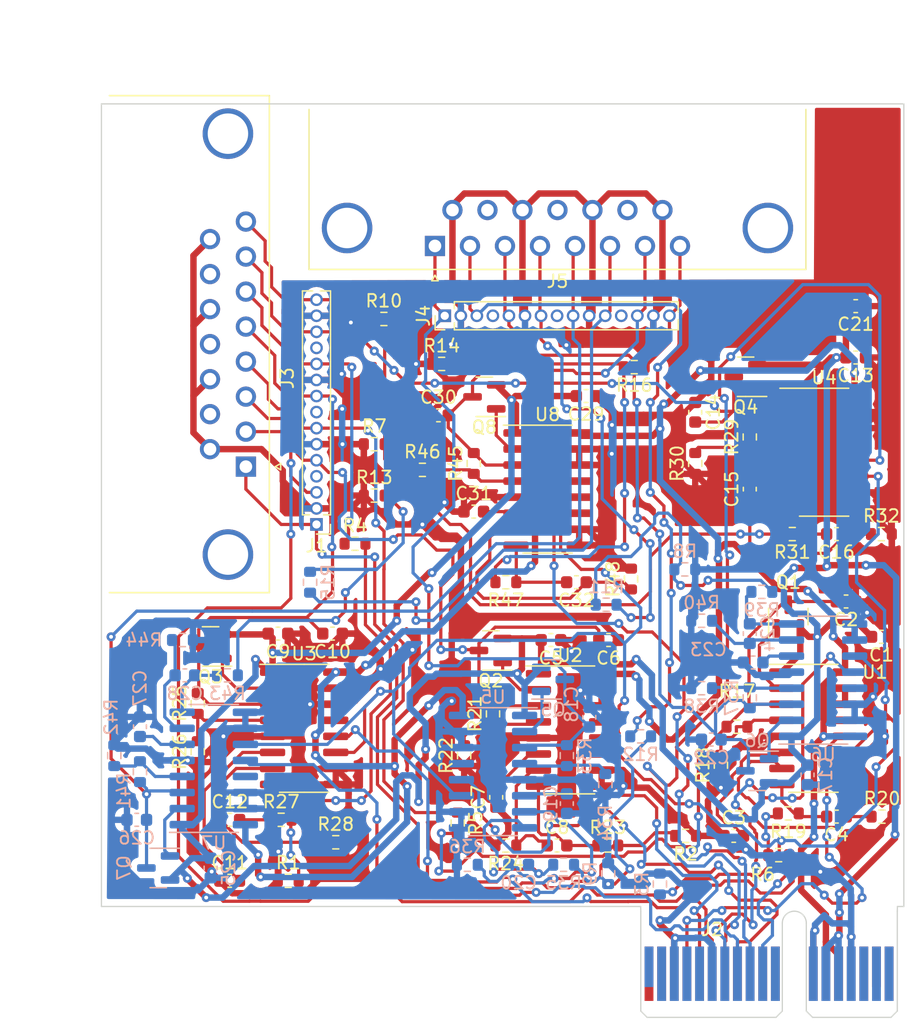
<source format=kicad_pcb>
(kicad_pcb (version 20221018) (generator pcbnew)
  (layers (0 "F.Cu" signal) (31 "B.Cu" signal) (34 "B.Paste" user) (35 "F.Paste" user) (36 "B.SilkS" user "B.Silkscreen") (37 "F.SilkS" user "F.Silkscreen") (38 "B.Mask" user) (39 "F.Mask" user) (44 "Edge.Cuts" user))
  (net 0 "")
  (net 1 "GND")
  (net 2 "+5V")
  (net 3 "/HX3_E+")
  (net 4 "/HX1_E+")
  (net 5 "/HX5_E+")
  (net 6 "/HX7_E+")
  (net 7 "Net-(U1-Pad6)")
  (net 8 "Net-(U1-Pad8)")
  (net 9 "Net-(U2-Pad6)")
  (net 10 "Net-(U2-Pad7)")
  (net 11 "/HX2_E+")
  (net 12 "/HX6_E+")
  (net 13 "/HX4_E+")
  (net 14 "Net-(U2-Pad8)")
  (net 15 "Net-(U3-Pad6)")
  (net 16 "Net-(U3-Pad8)")
  (net 17 "Net-(U4-Pad6)")
  (net 19 "Net-(U4-Pad7)")
  (net 21 "Net-(U4-Pad8)")
  (net 23 "Net-(U5-Pad6)")
  (net 28 "/HX5_DT")
  (net 29 "/HX6_DT")
  (net 30 "/HX7_DT")
  (net 31 "/HX_CLK")
  (net 38 "/HX1_DT")
  (net 39 "/HX2_DT")
  (net 40 "/HX3_DT")
  (net 41 "/HX4_DT")
  (net 45 "Net-(U5-Pad7)")
  (net 46 "Net-(U5-Pad8)")
  (net 53 "Net-(U6-Pad6)")
  (net 55 "Net-(U6-Pad7)")
  (net 57 "Net-(U6-Pad8)")
  (net 59 "Net-(U7-Pad6)")
  (net 60 "Net-(U7-Pad7)")
  (net 61 "Net-(U7-Pad8)")
  (net 62 "/HX8_E+")
  (net 63 "Net-(U8-Pad6)")
  (net 67 "Net-(U8-Pad7)")
  (net 68 "Net-(U8-Pad8)")
  (net 69 "/HX1_A+")
  (net 70 "/HX2_A+")
  (net 71 "/HX3_A+")
  (net 72 "/HX4_A+")
  (net 73 "/HX8_DT")
  (net 74 "+3.3V")
  (net 75 "/HX5_A+")
  (net 76 "/HX6_A+")
  (net 77 "/HX7_A+")
  (net 78 "/HX8_A+")
  (net 79 "Net-(U3-Pad7)")
  (net 80 "Net-(U1-Pad7)")
  (net 81 "Net-(U1-Pad2)")
  (net 82 "Net-(U2-Pad2)")
  (net 83 "Net-(U3-Pad2)")
  (net 84 "Net-(U4-Pad2)")
  (net 85 "Net-(U5-Pad2)")
  (net 86 "Net-(U6-Pad2)")
  (net 87 "Net-(U7-Pad2)")
  (net 88 "Net-(U8-Pad2)")
  (net 96 "/HX711 3/A+")
  (net 97 "/HX711 2/A+")
  (net 98 "/HX711 1/A+")
  (net 99 "/HX711 4/A+")
  (net 100 "/HX711 6/A+")
  (net 101 "/HX711 5/A+")
  (net 102 "/HX711 7/A+")
  (net 103 "/HX711 8/A+")
  (net 104 "Net-(U1-Pad4)")
  (net 105 "Net-(U2-Pad4)")
  (net 106 "Net-(U3-Pad4)")
  (net 107 "Net-(U4-Pad4)")
  (net 108 "Net-(U5-Pad4)")
  (net 109 "Net-(U6-Pad4)")
  (net 110 "Net-(U7-Pad4)")
  (net 111 "Net-(U8-Pad4)")
  (footprint "Capacitor_SMD:C_0603_1608Metric" (layer "F.Cu") (at 160.528 102.87 180)
    (fp_text reference "C2")
    (fp_text value "10uF")
  )
  (footprint "Resistor_SMD:R_0603_1608Metric" (layer "F.Cu") (at 163.372 119.888)
    (fp_text reference "R20")
    (fp_text value "100Ω")
  )
  (footprint "Resistor_SMD:R_0603_1608Metric" (layer "F.Cu") (at 155.194 122.936 180)
    (fp_text reference "R6")
    (fp_text value "100kΩ")
  )
  (footprint "Package_TO_SOT_SMD:SOT-23" (layer "F.Cu") (at 132.4125 106.746 180)
    (fp_text reference "Q2")
    (fp_text value "MMBT4403LT3G")
  )
  (footprint "Resistor_SMD:R_0603_1608Metric" (layer "F.Cu") (at 141.669 122.174)
    (fp_text reference "R23")
    (fp_text value "100Ω")
  )
  (footprint "Connector_PinHeader_1.27mm:PinHeader_1x15_P1.27mm_Vertical" (layer "F.Cu") (at 128.768 80.264 90)
    (fp_text reference "J4")
    (fp_text value "Testpoints")
  )
  (footprint "Capacitor_SMD:C_0603_1608Metric" (layer "F.Cu") (at 139.192 101.346 180)
    (fp_text reference "C32")
    (fp_text value "0.1uF")
  )
  (footprint "Package_SO:SOP-16_3.9x9.9mm_P1.27mm" (layer "F.Cu") (at 138.684 113.03)
    (fp_text reference "U2")
    (fp_text value "HX711")
  )
  (footprint "Resistor_SMD:R_0603_1608Metric" (layer "F.Cu") (at 163.322 97.536)
    (fp_text reference "R32")
    (fp_text value "100Ω")
  )
  (footprint "Resistor_SMD:R_0603_1608Metric" (layer "F.Cu") (at 132.588 111.76 90)
    (fp_text reference "R21")
    (fp_text value "20kΩ")
  )
  (footprint "Resistor_SMD:R_0603_1608Metric" (layer "F.Cu") (at 143.51 101.092 90)
    (fp_text reference "R48")
    (fp_text value "100Ω")
  )
  (footprint "Resistor_SMD:R_0603_1608Metric" (layer "F.Cu") (at 123.19 90.424)
    (fp_text reference "R7")
    (fp_text value "2kΩ")
  )
  (footprint "Package_TO_SOT_SMD:SOT-23" (layer "F.Cu") (at 152.5755 85.09 180)
    (fp_text reference "Q4")
    (fp_text value "MMBT4403LT3G")
  )
  (footprint "Resistor_SMD:R_0603_1608Metric" (layer "F.Cu") (at 127 92.456)
    (fp_text reference "R46")
    (fp_text value "8.2kΩ")
  )
  (footprint "Capacitor_SMD:C_0603_1608Metric" (layer "F.Cu") (at 111.76 120.142)
    (fp_text reference "C12")
    (fp_text value "0.1uF")
  )
  (footprint "Capacitor_SMD:C_0603_1608Metric" (layer "F.Cu") (at 137.173 105.918 180)
    (fp_text reference "C5")
    (fp_text value "10uF")
  )
  (footprint "Resistor_SMD:R_0603_1608Metric" (layer "F.Cu") (at 116.382 124.968)
    (fp_text reference "R1")
    (fp_text value "2kΩ")
  )
  (footprint "Resistor_SMD:R_0603_1608Metric" (layer "F.Cu") (at 129.794 120.396 -90)
    (fp_text reference "R5")
    (fp_text value "100kΩ")
  )
  (footprint "Resistor_SMD:R_0603_1608Metric" (layer "F.Cu") (at 123.19 94.488)
    (fp_text reference "R13")
    (fp_text value "2kΩ")
  )
  (footprint "Resistor_SMD:R_0603_1608Metric" (layer "F.Cu") (at 152.908 89.853 90)
    (fp_text reference "R29")
    (fp_text value "20kΩ")
  )
  (footprint "Capacitor_SMD:C_0603_1608Metric" (layer "F.Cu") (at 119.888 105.41 180)
    (fp_text reference "C10")
    (fp_text value "10uF")
  )
  (footprint "Package_SO:SOP-16_3.9x9.9mm_P1.27mm" (layer "F.Cu") (at 158.79 91.059)
    (fp_text reference "U4")
    (fp_text value "HX711")
  )
  (footprint "Resistor_SMD:R_0603_1608Metric" (layer "F.Cu") (at 131.064 91.948 90)
    (fp_text reference "R45")
    (fp_text value "20kΩ")
  )
  (footprint "Resistor_SMD:R_0603_1608Metric" (layer "F.Cu") (at 151.892 112.776 180)
    (fp_text reference "R17")
    (fp_text value "20kΩ")
  )
  (footprint "Resistor_SMD:R_0603_1608Metric" (layer "F.Cu") (at 109.22 114.745 90)
    (fp_text reference "R26")
    (fp_text value "8.2kΩ")
  )
  (footprint "Resistor_SMD:R_0603_1608Metric" (layer "F.Cu") (at 147.828 121.412 180)
    (fp_text reference "R2")
    (fp_text value "2kΩ")
  )
  (footprint "Capacitor_SMD:C_0603_1608Metric" (layer "F.Cu") (at 139.954 86.614 180)
    (fp_text reference "C29")
    (fp_text value "10uF")
  )
  (footprint "DSUB_622-015-260-042:DSUB_622-015-260-042" (layer "F.Cu") (at 113.03 92.202 -90)
    (fp_text reference "J3")
    (fp_text value "DB15_Female")
  )
  (footprint "Package_TO_SOT_SMD:SOT-23" (layer "F.Cu") (at 131.9045 86.68 180)
    (fp_text reference "Q8")
    (fp_text value "MMBT4403LT3G")
  )
  (footprint "Connector_PCBEdge:BUS_PCIexpress_x1" (layer "F.Cu") (at 144.932 132.322)
    (fp_text reference "J2")
    (fp_text value "PCIE-LP-01-01-F-DV-A-TR")
    (fp_line (start -0.65 -4.95) (end -0.65 2.95) (stroke (width 0.1)) (layer "Edge.Cuts"))
    (fp_line (start -0.65 2.95) (end -0.15 3.45) (stroke (width 0.1)) (layer "Edge.Cuts"))
    (fp_line (start -0.15 3.45) (end 10.05 3.45) (stroke (width 0.1)) (layer "Edge.Cuts"))
    (fp_line (start 10.55 -4) (end 10.55 2.95) (stroke (width 0.1)) (layer "Edge.Cuts"))
    (fp_line (start 10.55 2.95) (end 10.05 3.45) (stroke (width 0.1)) (layer "Edge.Cuts"))
    (fp_line (start 12.45 -4) (end 12.45 2.95) (stroke (width 0.1)) (layer "Edge.Cuts"))
    (fp_line (start 12.45 2.95) (end 12.95 3.45) (stroke (width 0.1)) (layer "Edge.Cuts"))
    (fp_line (start 12.95 3.45) (end 19.15 3.45) (stroke (width 0.1)) (layer "Edge.Cuts"))
    (fp_line (start 19.65 -4.95) (end 19.65 2.95) (stroke (width 0.1)) (layer "Edge.Cuts"))
    (fp_line (start 19.65 2.95) (end 19.15 3.45) (stroke (width 0.1)) (layer "Edge.Cuts"))
    (fp_arc (start 10.55 -4) (mid 11.5 -4.95) (end 12.45 -4) (stroke (width 0.1)) (layer "Edge.Cuts"))
  )
  (footprint "Package_SO:SOP-16_3.9x9.9mm_P1.27mm" (layer "F.Cu") (at 136.906 93.98)
    (fp_text reference "U8")
    (fp_text value "HX711")
  )
  (footprint "Capacitor_SMD:C_0603_1608Metric" (layer "F.Cu") (at 163.322 105.664 180)
    (fp_text reference "C1")
    (fp_text value "10uF")
  )
  (footprint "Resistor_SMD:R_0603_1608Metric" (layer "F.Cu") (at 123.952 80.518)
    (fp_text reference "R10")
    (fp_text value "100kΩ")
  )
  (footprint "Resistor_SMD:R_0603_1608Metric" (layer "F.Cu") (at 130.302 115.062 90)
    (fp_text reference "R22")
    (fp_text value "8.2kΩ")
  )
  (footprint "Package_SO:SOP-16_3.9x9.9mm_P1.27mm" (layer "F.Cu") (at 117.642 112.903)
    (fp_text reference "U3")
    (fp_text value "HX711")
  )
  (footprint "Resistor_SMD:R_0603_1608Metric" (layer "F.Cu") (at 143.764 84.328 180)
    (fp_text reference "R16")
    (fp_text value "100kΩ")
  )
  (footprint "Capacitor_SMD:C_0603_1608Metric" (layer "F.Cu") (at 151.638 121.412)
    (fp_text reference "C3")
    (fp_text value "0.1uF")
  )
  (footprint "Capacitor_SMD:C_0603_1608Metric" (layer "F.Cu") (at 148.59 87.897 -90)
    (fp_text reference "C14")
    (fp_text value "10uF")
  )
  (footprint "Capacitor_SMD:C_0603_1608Metric" (layer "F.Cu") (at 161.29 83.566 180)
    (fp_text reference "C13")
    (fp_text value "10uF")
  )
  (footprint "Package_TO_SOT_SMD:SOT-23" (layer "F.Cu") (at 110.236 106.426 180)
    (fp_text reference "Q3")
    (fp_text value "MMBT4403LT3G")
  )
  (footprint "Resistor_SMD:R_0603_1608Metric" (layer "F.Cu") (at 148.59 91.948 90)
    (fp_text reference "R30")
    (fp_text value "8.2kΩ")
  )
  (footprint "Capacitor_SMD:C_0603_1608Metric" (layer "F.Cu") (at 152.908 93.98 90)
    (fp_text reference "C15")
    (fp_text value "0.1uF")
  )
  (footprint "Resistor_SMD:R_0603_1608Metric" (layer "F.Cu") (at 121.666 98.298)
    (fp_text reference "R4")
    (fp_text value "100kΩ")
  )
  (footprint "Resistor_SMD:R_0603_1608Metric" (layer "F.Cu") (at 155.956 119.634 180)
    (fp_text reference "R19")
    (fp_text value "100Ω")
  )
  (footprint "Resistor_SMD:R_0603_1608Metric" (layer "F.Cu") (at 133.604 101.346 180)
    (fp_text reference "R47")
    (fp_text value "100Ω")
  )
  (footprint "Resistor_SMD:R_0603_1608Metric" (layer "F.Cu") (at 133.604 122.174 180)
    (fp_text reference "R24")
    (fp_text value "100Ω")
  )
  (footprint "Resistor_SMD:R_0603_1608Metric" (layer "F.Cu") (at 150.622 115.824 90)
    (fp_text reference "R18")
    (fp_text value "8.2kΩ")
  )
  (footprint "Capacitor_SMD:C_0603_1608Metric" (layer "F.Cu") (at 128.27 88.138)
    (fp_text reference "C30")
    (fp_text value "10uF")
  )
  (footprint "Capacitor_SMD:C_0603_1608Metric" (layer "F.Cu") (at 131.064 95.758)
    (fp_text reference "C31")
    (fp_text value "0.1uF")
  )
  (footprint "Capacitor_SMD:C_0603_1608Metric" (layer "F.Cu") (at 115.57 105.41 180)
    (fp_text reference "C9")
    (fp_text value "10uF")
  )
  (footprint "Capacitor_SMD:C_0603_1608Metric" (layer "F.Cu") (at 111.747 124.968)
    (fp_text reference "C11")
    (fp_text value "0.1uF")
  )
  (footprint "Capacitor_SMD:C_0603_1608Metric" (layer "F.Cu") (at 161.29 79.502 180)
    (fp_text reference "C21")
    (fp_text value "10uF")
  )
  (footprint "Connector_PinHeader_1.27mm:PinHeader_1x15_P1.27mm_Vertical" (layer "F.Cu") (at 118.618 96.774 180)
    (fp_text reference "J1")
    (fp_text value "Testpoints")
  )
  (footprint "Capacitor_SMD:C_0603_1608Metric" (layer "F.Cu") (at 141.732 105.918 180)
    (fp_text reference "C6")
    (fp_text value "10uF")
  )
  (footprint "Resistor_SMD:R_0603_1608Metric" (layer "F.Cu") (at 109.22 110.935 90)
    (fp_text reference "R25")
    (fp_text value "20kΩ")
  )
  (footprint "Resistor_SMD:R_0603_1608Metric" (layer "F.Cu") (at 115.824 120.142)
    (fp_text reference "R27")
    (fp_text value "100Ω")
  )
  (footprint "Resistor_SMD:R_0603_1608Metric" (layer "F.Cu") (at 120.142 121.92)
    (fp_text reference "R28")
    (fp_text value "100Ω")
  )
  (footprint "Capacitor_SMD:C_0603_1608Metric" (layer "F.Cu") (at 159.766 119.888 180)
    (fp_text reference "C4")
    (fp_text value "0.1uF")
  )
  (footprint "Capacitor_SMD:C_0603_1608Metric" (layer "F.Cu") (at 159.766 97.536 180)
    (fp_text reference "C16")
    (fp_text value "0.1uF")
  )
  (footprint "Resistor_SMD:R_0603_1608Metric" (layer "F.Cu") (at 156.273 97.536 180)
    (fp_text reference "R31")
    (fp_text value "100Ω")
  )
  (footprint "Package_TO_SOT_SMD:SOT-23" (layer "F.Cu") (at 155.956 104.0615 90)
    (fp_text reference "Q1")
    (fp_text value "MMBT4403LT3G")
  )
  (footprint "Capacitor_SMD:C_0603_1608Metric" (layer "F.Cu") (at 137.655 122.174)
    (fp_text reference "C8")
    (fp_text value "0.1uF")
  )
  (footprint "Resistor_SMD:R_0603_1608Metric" (layer "F.Cu") (at 128.524 84.074)
    (fp_text reference "R14")
    (fp_text value "2kΩ")
  )
  (footprint "DSUB_622-015-260-042:DSUB_622-015-260-042" (layer "F.Cu") (at 127.993 74.740331 180)
    (fp_text reference "J5")
    (fp_text value "DB15_Female")
  )
  (footprint "Capacitor_SMD:C_0603_1608Metric" (layer "F.Cu") (at 132.842 118.364 90)
    (fp_text reference "C7")
    (fp_text value "0.1uF")
  )
  (footprint "Package_SO:SOP-16_3.9x9.9mm_P1.27mm" (layer "F.Cu") (at 157.948 112.903)
    (fp_text reference "U1")
    (fp_text value "HX711")
  )
  (footprint "Resistor_SMD:R_0603_1608Metric" (layer "B.Cu") (at 118.11 101.346 90)
    (fp_text reference "R15")
    (fp_text value "100kΩ")
  )
  (footprint "Resistor_SMD:R_0603_1608Metric" (layer "B.Cu") (at 108.013 105.918)
    (fp_text reference "R44")
    (fp_text value "100Ω")
  )
  (footprint "Resistor_SMD:R_0603_1608Metric" (layer "B.Cu") (at 141.7 124.4 -90)
    (fp_text reference "R9")
    (fp_text value "2kΩ")
  )
  (footprint "Resistor_SMD:R_0603_1608Metric" (layer "B.Cu") (at 152.908 110.49 -90)
    (fp_text reference "R37")
    (fp_text value "20kΩ")
  )
  (footprint "Capacitor_SMD:C_0603_1608Metric" (layer "B.Cu") (at 152.908 105.41 90)
    (fp_text reference "C24")
    (fp_text value "0.1uF")
  )
  (footprint "Package_TO_SOT_SMD:SOT-23" (layer "B.Cu") (at 153.4945 116.266 180)
    (fp_text reference "Q6")
    (fp_text value "MMBT4403LT3G")
  )
  (footprint "Capacitor_SMD:C_0603_1608Metric" (layer "B.Cu") (at 134.62 123.698)
    (fp_text reference "C20")
    (fp_text value "0.1uF")
  )
  (footprint "Package_TO_SOT_SMD:SOT-23" (layer "B.Cu") (at 106.0935 123.952 180)
    (fp_text reference "Q7")
    (fp_text value "MMBT4403LT3G")
  )
  (footprint "Capacitor_SMD:C_0603_1608Metric" (layer "B.Cu") (at 157.48 116.586 90)
    (fp_text reference "C17")
    (fp_text value "10uF")
  )
  (footprint "Resistor_SMD:R_0603_1608Metric" (layer "B.Cu") (at 138.43 115.062 90)
    (fp_text reference "R33")
    (fp_text value "20kΩ")
  )
  (footprint "Resistor_SMD:R_0603_1608Metric" (layer "B.Cu") (at 149.098 109.728)
    (fp_text reference "R38")
    (fp_text value "8.2kΩ")
  )
  (footprint "Resistor_SMD:R_0603_1608Metric" (layer "B.Cu") (at 111.569 108.712)
    (fp_text reference "R43")
    (fp_text value "100Ω")
  )
  (footprint "Resistor_SMD:R_0603_1608Metric" (layer "B.Cu") (at 104.648 116.332 -90)
    (fp_text reference "R41")
    (fp_text value "20kΩ")
  )
  (footprint "Resistor_SMD:R_0603_1608Metric" (layer "B.Cu") (at 102.616 115.062 -90)
    (fp_text reference "R42")
    (fp_text value "8.2kΩ")
  )
  (footprint "Resistor_SMD:R_0603_1608Metric" (layer "B.Cu") (at 145.796 125.222 -90)
    (fp_text reference "R3")
    (fp_text value "2kΩ")
  )
  (footprint "Resistor_SMD:R_0603_1608Metric" (layer "B.Cu") (at 138.176 123.698)
    (fp_text reference "R35")
    (fp_text value "100Ω")
  )
  (footprint "Resistor_SMD:R_0603_1608Metric" (layer "B.Cu") (at 141.541 103.124 180)
    (fp_text reference "R11")
    (fp_text value "100kΩ")
  )
  (footprint "Resistor_SMD:R_0603_1608Metric" (layer "B.Cu") (at 149.098 104.394 180)
    (fp_text reference "R40")
    (fp_text value "100Ω")
  )
  (footprint "Resistor_SMD:R_0603_1608Metric" (layer "B.Cu") (at 153.861 102.108)
    (fp_text reference "R39")
    (fp_text value "100Ω")
  )
  (footprint "Resistor_SMD:R_0603_1608Metric" (layer "B.Cu") (at 141.478 117.348 90)
    (fp_text reference "R34")
    (fp_text value "8.2kΩ")
  )
  (footprint "Package_SO:SOP-16_3.9x9.9mm_P1.27mm" (layer "B.Cu") (at 132.588 116.332 180)
    (fp_text reference "U5")
    (fp_text value "HX711")
  )
  (footprint "Resistor_SMD:R_0603_1608Metric" (layer "B.Cu") (at 144.272 113.538)
    (fp_text reference "R12")
    (fp_text value "100kΩ")
  )
  (footprint "Capacitor_SMD:C_0603_1608Metric" (layer "B.Cu") (at 104.648 112.776 -90)
    (fp_text reference "C27")
    (fp_text value "0.1uF")
  )
  (footprint "Resistor_SMD:R_0603_1608Metric" (layer "B.Cu") (at 147.765 100.33 180)
    (fp_text reference "R8")
    (fp_text value "2kΩ")
  )
  (footprint "Capacitor_SMD:C_0603_1608Metric" (layer "B.Cu") (at 138.43 118.859 90)
    (fp_text reference "C19")
    (fp_text value "0.1uF")
  )
  (footprint "Package_SO:SOP-16_3.9x9.9mm_P1.27mm" (layer "B.Cu") (at 110.49 116.078)
    (fp_text reference "U7")
    (fp_text value "HX711")
  )
  (footprint "Resistor_SMD:R_0603_1608Metric" (layer "B.Cu") (at 130.556 123.698 180)
    (fp_text reference "R36")
    (fp_text value "100Ω")
  )
  (footprint "Capacitor_SMD:C_0603_1608Metric" (layer "B.Cu") (at 110.236 123.952 90)
    (fp_text reference "C25")
    (fp_text value "10uF")
  )
  (footprint "Package_SO:SOP-16_3.9x9.9mm_P1.27mm" (layer "B.Cu") (at 158.71 109.093)
    (fp_text reference "U6")
    (fp_text value "HX711")
  )
  (footprint "Capacitor_SMD:C_0603_1608Metric" (layer "B.Cu") (at 153.175 107.696)
    (fp_text reference "C23")
    (fp_text value "0.1uF")
  )
  (footprint "Capacitor_SMD:C_0603_1608Metric" (layer "B.Cu") (at 140.208 112.027 -90)
    (fp_text reference "C18")
    (fp_text value "10uF")
  )
  (footprint "Capacitor_SMD:C_0603_1608Metric" (layer "B.Cu") (at 108.204 108.712)
    (fp_text reference "C28")
    (fp_text value "0.1uF")
  )
  (footprint "Capacitor_SMD:C_0603_1608Metric" (layer "B.Cu") (at 149.86 113.792)
    (fp_text reference "C22")
    (fp_text value "10uF")
  )
  (footprint "Capacitor_SMD:C_0603_1608Metric" (layer "B.Cu") (at 104.394 120.142)
    (fp_text reference "C26")
    (fp_text value "10uF")
  )
  (footprint "Package_TO_SOT_SMD:SOT-23" (layer "B.Cu") (at 137.3355 109.032)
    (fp_text reference "Q5")
    (fp_text value "MMBT4403LT3G")
  )
  (gr_line (start 101.6 127) (end 101.6 63.5) (stroke (width 0.1)) (layer "Edge.Cuts"))
  (gr_line (start 144.282 127.372) (end 144.272 127) (stroke (width 0.1)) (layer "Edge.Cuts"))
  (gr_line (start 101.6 63.5) (end 165.1 63.5) (stroke (width 0.1)) (layer "Edge.Cuts"))
  (gr_line (start 165.1 63.5) (end 165.1 127) (stroke (width 0.1)) (layer "Edge.Cuts"))
  (gr_line (start 144.272 127) (end 101.6 127) (stroke (width 0.1)) (layer "Edge.Cuts"))
  (gr_line (start 165.1 127) (end 164.592 127) (stroke (width 0.1)) (layer "Edge.Cuts"))
  (gr_line (start 164.592 127) (end 164.582 127.372) (stroke (width 0.1)) (layer "Edge.Cuts"))
  (segment (start 144.69 70.592331) (end 145.998 71.900331) (width 0.508) (layer "F.Cu") (net 1))
  (segment (start 152.214553 114.385447) (end 151.605 114.995) (width 0.508) (layer "F.Cu") (net 1))
  (segment (start 118.11 95.504) (end 118.618 95.504) (width 0.508) (layer "F.Cu") (net 1))
  (segment (start 149.7076 120.2566) (end 150.863 121.412) (width 0.508) (layer "F.Cu") (net 1))
  (segment (start 121.666 105.41) (end 123.698 107.442) (width 0.508) (layer "F.Cu") (net 1))
  (segment (start 108.882 86.585) (end 108.882 89.509) (width 0.508) (layer "F.Cu") (net 1))
  (segment (start 120.142 116.078) (end 121.158 117.094) (width 0.508) (layer "F.Cu") (net 1))
  (segment (start 142.22 88.105) (end 147.607 88.105) (width 0.508) (layer "F.Cu") (net 1))
  (segment (start 141.766 70.592331) (end 144.69 70.592331) (width 0.508) (layer "F.Cu") (net 1))
  (segment (start 126.212099 107.875414) (end 128.064685 109.728) (width 0.508) (layer "F.Cu") (net 1))
  (segment (start 129.54 97.79) (end 130.048 98.298) (width 0.508) (layer "F.Cu") (net 1))
  (segment (start 139.406 98.425) (end 141.336552 98.425) (width 0.508) (layer "F.Cu") (net 1))
  (segment (start 159.834304 124.250696) (end 164.197 119.888) (width 0.508) (layer "F.Cu") (net 1))
  (segment (start 164.147 100.853) (end 164.147 97.536) (width 0.508) (layer "F.Cu") (net 1))
  (segment (start 142.507 105.918) (end 141.524 106.901) (width 0.508) (layer "F.Cu") (net 1))
  (segment (start 157.932 132.322) (end 157.932 129.0369) (width 0.508) (layer "F.Cu") (net 1))
  (segment (start 110.972 124.968) (end 111.955 125.951) (width 0.508) (layer "F.Cu") (net 1))
  (segment (start 145.998 79.388472) (end 145.278 80.108472) (width 0.508) (layer "F.Cu") (net 1))
  (segment (start 115.951 93.345) (end 118.11 95.504) (width 0.508) (layer "F.Cu") (net 1))
  (segment (start 141.184 117.475) (end 143.637 117.475) (width 0.508) (layer "F.Cu") (net 1))
  (segment (start 140.458 80.004) (end 140.198 80.264) (width 0.508) (layer "F.Cu") (net 1))
  (segment (start 150.622 116.649) (end 150.622 117.602) (width 0.508) (layer "F.Cu") (net 1))
  (segment (start 156.29 91.694) (end 151.638 91.694) (width 0.508) (layer "F.Cu") (net 1))
  (segment (start 118.618 95.504) (end 121.349 95.504) (width 0.508) (layer "F.Cu") (net 1))
  (segment (start 120.65 117.348) (end 121.158 117.856) (width 0.508) (layer "F.Cu") (net 1))
  (segment (start 161.29 87.884) (end 163.068 87.884) (width 0.508) (layer "F.Cu") (net 1))
  (segment (start 163.3535 96.7425) (end 163.3535 95.0275) (width 0.508) (layer "F.Cu") (net 1))
  (segment (start 144.78 82.55) (end 139.7 82.55) (width 0.508) (layer "F.Cu") (net 1))
  (segment (start 151.605 114.995) (end 151.605 115.666) (width 0.508) (layer "F.Cu") (net 1))
  (segment (start 109.22 115.57) (end 109.093 115.697) (width 0.508) (layer "F.Cu") (net 1))
  (segment (start 160.448 117.348) (end 163.068 117.348) (width 0.508) (layer "F.Cu") (net 1))
  (segment (start 120.609319 84.86312) (end 120.609319 86.368004) (width 0.508) (layer "F.Cu") (net 1))
  (segment (start 149.5745 93.7575) (end 150.572 94.755) (width 0.508) (layer "F.Cu") (net 1))
  (segment (start 146.3 128.9) (end 146.9 129.5) (width 0.508) (layer "F.Cu") (net 1))
  (segment (start 145.998 71.900331) (end 145.998 79.388472) (width 0.508) (layer "F.Cu") (net 1))
  (segment (start 141.184 109.855) (end 139.545 109.855) (width 0.508) (layer "F.Cu") (net 1))
  (segment (start 126.212099 106.692501) (end 126.212099 107.875414) (width 0.508) (layer "F.Cu") (net 1))
  (segment (start 130.038 79.518) (end 130.038 80.264) (width 0.508) (layer "F.Cu") (net 1))
  (segment (start 130.261163 122.2301) (end 129.731 122.2301) (width 0.508) (layer "F.Cu") (net 1))
  (segment (start 139.15 70.592331) (end 140.458 71.900331) (width 0.508) (layer "F.Cu") (net 1))
  (segment (start 143.764 117.602) (end 144.843 117.602) (width 0.508) (layer "F.Cu") (net 1))
  (segment (start 141.524 106.901) (end 138.9011 106.901) (width 0.508) (layer "F.Cu") (net 1))
  (segment (start 164.197 118.477) (end 164.197 119.888) (width 0.508) (layer "F.Cu") (net 1))
  (segment (start 164.084 85.585) (end 162.065 83.566) (width 0.508) (layer "F.Cu") (net 1))
  (segment (start 163.068 87.884) (end 164.084 86.868) (width 0.508) (layer "F.Cu") (net 1))
  (segment (start 163.068 109.982) (end 163.322 109.728) (width 0.508) (layer "F.Cu") (net 1))
  (segment (start 160.448 110.998) (end 162.052 110.998) (width 0.508) (layer "F.Cu") (net 1))
  (segment (start 162.13 102.87) (end 164.147 100.853) (width 0.508) (layer "F.Cu") (net 1))
  (segment (start 133.794 120.091) (end 133.794 121.159) (width 0.508) (layer "F.Cu") (net 1))
  (segment (start 120.142 110.998) (end 118.11 110.998) (width 0.508) (layer "F.Cu") (net 1))
  (segment (start 140.458 71.900331) (end 141.766 70.592331) (width 0.508) (layer "F.Cu") (net 1))
  (segment (start 108.882 81.045) (end 108.882 86.585) (width 0.508) (layer "F.Cu") (net 1))
  (segment (start 163.3535 95.0275) (end 162.56 94.234) (width 0.508) (layer "F.Cu") (net 1))
  (segment (start 129.378 71.536) (end 130.321669 70.592331) (width 0.508) (layer "F.Cu") (net 1))
  (segment (start 142.875 116.205) (end 141.184 116.205) (width 0.508) (layer "F.Cu") (net 1))
  (segment (start 149.86 83.312) (end 150.622 82.55) (width 0.508) (layer "F.Cu") (net 1))
  (segment (start 141.351 92.075) (end 141.986 92.71) (width 0.508) (layer "F.Cu") (net 1))
  (segment (start 122.365 94.488) (end 124.651 96.774) (width 0.508) (layer "F.Cu") (net 1))
  (segment (start 129.477 95.758) (end 130.289 95.758) (width 0.508) (layer "F.Cu") (net 1))
  (segment (start 129.378 78.858) (end 130.038 79.518) (width 0.508) (layer "F.Cu") (net 1))
  (segment (start 140.729 86.614) (end 141.986 87.871) (width 0.508) (layer "F.Cu") (net 1))
  (segment (start 132.524 113.665) (end 130.302 115.887) (width 0.508) (layer "F.Cu") (net 1))
  (segment (start 123.698 108.712) (end 122.682 109.728) (width 0.508) (layer "F.Cu") (net 1))
  (segment (start 127.495 91.136) (end 126.175 92.456) (width 0.508) (layer "F.Cu") (net 1))
  (segment (start 164.084 86.868) (end 164.084 85.585) (width 0.508) (layer "F.Cu") (net 1))
  (segment (start 162.052 110.998) (end 163.068 109.982) (width 0.508) (layer "F.Cu") (net 1))
  (segment (start 120.904 90.424) (end 122.365 90.424) (width 0.508) (layer "F.Cu") (net 1))
  (segment (start 129.319 105.377) (end 130.556 104.14) (width 0.508) (layer "F.Cu") (net 1))
  (segment (start 115.951 92.507) (end 115.951 93.345) (width 0.508) (layer "F.Cu") (net 1))
  (segment (start 143.764 117.094) (end 142.875 116.205) (width 0.508) (layer "F.Cu") (net 1))
  (segment (start 146.3 128.9) (end 145.802002 128.402002) (width 0.508) (layer "F.Cu") (net 1))
  (segment (start 129.2545 82.5185) (end 127.699 84.074) (width 0.508) (layer "F.Cu") (net 1))
  (segment (start 109.093 116.1) (end 109.0891 116.1) (width 0.508) (layer "F.Cu") (net 1))
  (segment (start 128.016 97.79) (end 129.54 97.79) (width 0.508) (layer "F.Cu") (net 1))
  (segment (start 139.545 109.855) (end 139.5 109.9) (width 0.508) (layer "F.Cu") (net 1))
  (segment (start 147.607 88.105) (end 147.607 91.79) (width 0.508) (layer "F.Cu") (net 1))
  (segment (start 141.986 91.44) (end 141.986 91.186) (width 0.508) (layer "F.Cu") (net 1))
  (segment (start 131.432 94.615) (end 130.289 95.758) (width 0.508) (layer "F.Cu") (net 1))
  (segment (start 129.319 109.728) (end 129.319 105.377) (width 0.508) (layer "F.Cu") (net 1))
  (segment (start 138.428136 82.55) (end 138.393894 82.584242) (width 0.508) (layer "F.Cu") (net 1))
  (segment (start 153.94 114.385447) (end 152.214553 114.385447) (width 0.508) (layer "F.Cu") (net 1))
  (segment (start 141.724776 98.813224) (end 143.178553 100.267) (width 0.508) (layer "F.Cu") (net 1))
  (segment (start 128.841 85.216) (end 127.699 84.074) (width 0.508) (layer "F.Cu") (net 1))
  (segment (start 149.7076 119.530285) (end 149.7076 120.2566) (width 0.508) (layer "F.Cu") (net 1))
  (segment (start 140.208 82.042) (end 139.7 82.55) (width 0.508) (layer "F.Cu") (net 1))
  (segment (start 144.843 117.602) (end 148.653 121.412) (width 0.508) (layer "F.Cu") (net 1))
  (segment (start 110.19 79.737) (end 108.882 81.045) (width 0.508) (layer "F.Cu") (net 1))
  (segment (start 122.682 109.728) (end 121.412 109.728) (width 0.508) (layer "F.Cu") (net 1))
  (segment (start 134.406 94.615) (end 131.432 94.615) (width 0.508) (layer "F.Cu") (net 1))
  (segment (start 117.289619 106.393) (end 119.68 106.393) (width 0.508) (layer "F.Cu") (net 1))
  (segment (start 121.158 118.11) (end 121.158 121.729) (width 0.508) (layer "F.Cu") (net 1))
  (segment (start 149.6 119.422685) (end 149.7076 119.530285) (width 0.508) (layer "F.Cu") (net 1))
  (segment (start 147.607 91.79) (end 148.59 92.773) (width 0.508) (layer "F.Cu") (net 1))
  (segment (start 162.115 95.504) (end 161.29 95.504) (width 0.508) (layer "F.Cu") (net 1))
  (segment (start 158.491304 124.250696) (end 159.834304 124.250696) (width 0.508) (layer "F.Cu") (net 1))
  (segment (start 150.572 94.755) (end 152.908 94.755) (width 0.508) (layer "F.Cu") (net 1))
  (segment (start 120.142 117.348) (end 120.65 117.348) (width 0.508) (layer "F.Cu") (net 1))
  (segment (start 164.147 97.536) (end 164.084 97.473) (width 0.508) (layer "F.Cu") (net 1))
  (segment (start 120.142 110.998) (end 121.412 109.728) (width 0.508) (layer "F.Cu") (net 1))
  (segment (start 160.448 116.078) (end 161.108553 116.078) (width 0.508) (layer "F.Cu") (net 1))
  (segment (start 129.319 110.744) (end 129.319 109.728) (width 0.508) (layer "F.Cu") (net 1))
  (segment (start 121.158 117.348) (end 121.158 118.11) (width 0.508) (layer "F.Cu") (net 1))
  (segment (start 131.705 121.1) (end 131.3 121.1) (width 0.508) (layer "F.Cu") (net 1))
  (segment (start 130.321669 70.592331) (end 133.61 70.592331) (width 0.508) (layer "F.Cu") (net 1))
  (segment (start 131.859 118.117619) (end 132.288381 118.547) (width 0.508) (layer "F.Cu") (net 1))
  (segment (start 163.322 109.728) (end 164.097 108.953) (width 0.508) (layer "F.Cu") (net 1))
  (segment (start 136.226 70.592331) (end 139.15 70.592331) (width 0.508) (layer "F.Cu") (net 1))
  (segment (start 118.618 85.344) (end 119.585315 85.344) (width 0.508) (layer "F.Cu") (net 1))
  (segment (start 120.142 109.728) (end 121.412 109.728) (width 0.508) (layer "F.Cu") (net 1))
  (segment (start 121.349 95.504) (end 122.365 94.488) (width 0.508) (layer "F.Cu") (net 1))
  (segment (start 159.004 80.01) (end 159.004 79.502) (width 0.508) (layer "F.Cu") (net 1))
  (segment (start 134.918 80.064) (end 135.118 80.264) (width 0.508) (layer "F.Cu") (net 1))
  (segment (start 145.288 82.042) (end 144.78 82.55) (width 0.508) (layer "F.Cu") (net 1))
  (segment (start 114.58 125.945) (end 114.58 125.95) (width 0.508) (layer "F.Cu") (net 1))
  (segment (start 130.302 115.887) (end 131.859 117.444) (width 0.508) (layer "F.Cu") (net 1))
  (segment (start 141.986 87.871) (end 142.22 88.105) (width 0.508) (layer "F.Cu") (net 1))
  (segment (start 129.378 71.900331) (end 129.378 78.858) (width 0.508) (layer "F.Cu") (net 1))
  (segment (start 140.458 71.900331) (end 140.458 80.004) (width 0.508) (layer "F.Cu") (net 1))
  (segment (start 145.802002 128.402002) (end 145.802002 128.1005) (width 0.508) (layer "F.Cu") (net 1))
  (segment (start 130.556 104.14) (end 140.852026 104.14) (width 0.508) (layer "F.Cu") (net 1))
  (segment (start 131.3 121.191263) (end 130.261163 122.2301) (width 0.508) (layer "F.Cu") (net 1))
  (segment (start 141.986 88.814) (end 142 88.828) (width 0.508) (layer "F.Cu") (net 1))
  (segment (start 120.663 105.41) (end 121.666 105.41) (width 0.508) (layer "F.Cu") (net 1))
  (segment (start 149.6 118.624) (end 149.6 119.422685) (width 0.508) (layer "F.Cu") (net 1))
  (segment (start 119.585315 85.344) (end 120.904 86.662685) (width 0.508) (layer "F.Cu") (net 1))
  (segment (start 138.9011 106.901) (end 138.8 106.7999) (width 0.508) (layer "F.Cu") (net 1))
  (segment (start 139.406 97.155) (end 140.066553 97.155) (width 0.508) (layer "F.Cu") (net 1))
  (segment (start 146.9 129.5) (end 147 129.5) (width 0.508) (layer "F.Cu") (net 1))
  (segment (start 113.056619 125.945) (end 114.58 125.945) (width 0.508) (layer "F.Cu") (net 1))
  (segment (start 152.6 122.4961) (end 151.9471 122.4961) (width 0.508) (layer "F.Cu") (net 1))
  (segment (start 121.158 117.094) (end 121.158 117.348) (width 0.508) (layer "F.Cu") (net 1))
  (segment (start 110.19 74.197) (end 108.882 75.505) (width 0.508) (layer "F.Cu") (net 1))
  (segment (start 162.655 110.395) (end 162.330869 110.719132) (width 0.508) (layer "F.Cu") (net 1))
  (segment (start 131.3 121.1) (end 131.3 121.191263) (width 0.508) (layer "F.Cu") (net 1))
  (segment (start 159.004 79.502) (end 159.987 78.519) (width 0.508) (layer "F.Cu") (net 1))
  (segment (start 145.278 80.264) (end 145.278 82.032) (width 0.508) (layer "F.Cu") (net 1))
  (segment (start 141.605 90.805) (end 141.986 91.186) (width 0.508) (layer "F.Cu") (net 1))
  (segment (start 129.319 114.904) (end 129.319 110.744) (width 0.508) (layer "F.Cu") (net 1))
  (segment (start 136.184 113.665) (end 132.524 113.665) (width 0.508) (layer "F.Cu") (net 1))
  (segment (start 132.842 118.547) (end 132.842 119.139) (width 0.508) (layer "F.Cu") (net 1))
  (segment (start 114.261 90.817) (end 115.951 92.507) (width 0.508) (layer "F.Cu") (net 1))
  (segment (start 159.987 78.519) (end 161.082 78.519) (width 0.508) (layer "F.Cu") (net 1))
  (segment (start 115.557 124.968) (end 114.58 125.945) (width 0.508) (layer "F.Cu") (net 1))
  (segment (start 150.622 82.55) (end 156.464 82.55) (width 0.508) (layer "F.Cu") (net 1))
  (segment (start 120.904 87.376) (end 120.65 87.63) (width 0.508) (layer "F.Cu") (net 1))
  (segment (start 161.29 89.154) (end 161.798 89.154) (width 0.508) (layer "F.Cu") (net 1))
  (segment (start 111.955 125.951) (end 113.050619 125.951) (width 0.508) (layer "F.Cu") (net 1))
  (segment (start 124.651 96.774) (end 127 96.774) (width 0.508) (layer "F.Cu") (net 1))
  (segment (start 150.622 117.602) (end 149.6 118.624) (width 0.508) (layer "F.Cu") (net 1))
  (segment (start 140.198 82.032) (end 140.208 82.042) (width 0.508) (layer "F.Cu") (net 1))
  (segment (start 130.048 103.632) (end 130.556 104.14) (width 0.508) (layer "F.Cu") (net 1))
  (segment (start 162.1855 103.7525) (end 164.097 105.664) (width 0.508) (layer "F.Cu") (net 1))
  (segment (start 132.288381 118.547) (end 132.842 118.547) (width 0.508) (layer "F.Cu") (net 1))
  (segment (start 120.904 86.662685) (end 120.904 87.376) (width 0.508) (layer "F.Cu") (net 1))
  (segment (start 139.406 90.805) (end 141.605 90.805) (width 0.508) (layer "F.Cu") (net 1))
  (segment (start 148.59 87.122) (end 149.86 85.852) (width 0.508) (layer "F.Cu") (net 1))
  (segment (start 143.764 117.602) (end 143.764 117.094) (width 0.508) (layer "F.Cu") (net 1))
  (segment (start 120.802906 80.264) (end 121.336806 80.7979) (width 0.508) (layer "F.Cu") (net 1))
  (segment (start 146.932 129.568) (end 147 129.5) (width 0.508) (layer "F.Cu") (net 1))
  (segment (start 151.605 115.666) (end 150.622 116.649) (width 0.508) (layer "F.Cu") (net 1))
  (segment (start 140.852026 104.14) (end 142.507 105.794974) (width 0.508) (layer "F.Cu") (net 1))
  (segment (start 155.448 113.538) (end 154.787447 113.538) (width 0.508) (layer "F.Cu") (net 1))
  (segment (start 163.576 113.610553) (end 163.576 113.538) (width 0.508) (layer "F.Cu") (net 1))
  (segment (start 118.618 80.264) (end 120.802906 80.264) (width 0.508) (layer "F.Cu") (net 1))
  (segment (start 123.698 107.442) (end 123.698 108.712) (width 0.508) (layer "F.Cu") (net 1))
  (segment (start 161.798 89.154) (end 163.068 87.884) (width 0.508) (layer "F.Cu") (net 1))
  (segment (start 118.618 90.424) (end 120.904 90.424) (width 0.508) (layer "F.Cu") (net 1))
  (segment (start 132.779 122.174) (end 131.705 121.1) (width 0.508) (layer "F.Cu") (net 1))
  (segment (start 114.581 125.951) (end 117.700263 125.951) (width 0.508) (layer "F.Cu") (net 1))
  (segment (start 148.59 87.122) (end 147.607 88.105) (width 0.508) (layer "F.Cu") (net 1))
  (segment (start 163.068 117.348) (end 164.197 118.477) (width 0.508) (layer "F.Cu") (net 1))
  (segment (start 110.19 85.277) (end 108.882 86.585) (width 0.508) (layer "F.Cu") (net 1))
  (segment (start 161.798 116.078) (end 163.068 117.348) (width 0.508) (layer "F.Cu") (net 1))
  (segment (start 141.986 92.71) (end 141.986 91.44) (width 0.508) (layer "F.Cu") (net 1))
  (segment (start 160.932 132.322) (end 160.932 129.4) (width 0.508) (layer "F.Cu") (net 1))
  (segment (start 140.066553 97.155) (end 141.724776 98.813224) (width 0.508) (layer "F.Cu") (net 1))
  (segment (start 115.6 122.6561) (end 115.6 124.925) (width 0.508) (layer "F.Cu") (net 1))
  (segment (start 133.794 121.159) (end 132.779 122.174) (width 0.508) (layer "F.Cu") (net 1))
  (segment (start 109.093 123.089) (end 110.972 124.968) (width 0.508) (layer "F.Cu") (net 1))
  (segment (start 128.064685 109.728) (end 129.319 109.728) (width 0.508) (layer "F.Cu") (net 1))
  (segment (start 132.842 119.139) (end 133.794 120.091) (width 0.508) (layer "F.Cu") (net 1))
  (segment (start 128.7465 95.0275) (end 129.477 95.758) (width 0.508) (layer "F.Cu") (net 1))
  (segment (start 121.158 121.729) (end 120.967 121.92) (width 0.508) (layer "F.Cu") (net 1))
  (segment (start 121.158 117.856) (end 121.158 118.11) (width 0.508) (layer "F.Cu") (net 1))
  (segment (start 111.252 113.538) (end 109.22 115.57) (width 0.508) (layer "F.Cu") (net 1))
  (segment (start 142 88.828) (end 142 88.9) (width 0.508) (layer "F.Cu") (net 1))
  (segment (start 120.609319 86.368004) (end 120.904 86.662685) (width 0.508) (layer "F.Cu") (net 1))
  (segment (start 108.882 75.505) (end 108.882 81.045) (width 0.508) (layer "F.Cu") (net 1))
  (segment (start 113.050619 125.951) (end 113.056619 125.945) (width 0.508) (layer "F.Cu") (net 1))
  (segment (start 145.278 80.108472) (end 145.278 80.264) (width 0.508) (layer "F.Cu") (net 1))
  (segment (start 148.59 92.773) (end 149.5745 93.7575) (width 0.508) (layer "F.Cu") (net 1))
  (segment (start 128.841 86.792) (end 127.495 88.138) (width 0.508) (layer "F.Cu") (net 1))
  (segment (start 115.6 124.925) (end 115.557 124.968) (width 0.508) (layer "F.Cu") (net 1))
  (segment (start 126.175 92.456) (end 128.7465 95.0275) (width 0.508) (layer "F.Cu") (net 1))
  (segment (start 131.859 117.444) (end 131.859 118.117619) (width 0.508) (layer "F.Cu") (net 1))
  (segment (start 161.303 102.87) (end 162.13 102.87) (width 0.508) (layer "F.Cu") (net 1))
  (segment (start 149.86 85.852) (end 149.86 83.312) (width 0.508) (layer "F.Cu") (net 1))
  (segment (start 137.948 105.918) (end 137.948 105.9479) (width 0.508) (layer "F.Cu") (net 1))
  (segment (start 141.986 92.71) (end 141.986 98.552) (width 0.508) (layer "F.Cu") (net 1))
  (segment (start 109.0891 116.1) (end 108.4321 115.443) (width 0.508) (layer "F.Cu") (net 1))
  (segment (start 109.093 115.697) (end 109.093 116.1) (width 0.508) (layer "F.Cu") (net 1))
  (segment (start 137.948 105.9479) (end 138.8 106.7999) (width 0.508) (layer "F.Cu") (net 1))
  (segment (start 151.638 91.694) (end 149.5745 93.7575) (width 0.508) (layer "F.Cu") (net 1))
  (segment (start 120.967 122.684263) (end 120.967 121.92) (width 0.508) (layer "F.Cu") (net 1))
  (segment (start 116.345 105.448381) (end 117.289619 106.393) (width 0.508) (layer "F.Cu") (net 1))
  (segment (start 150.863 121.412) (end 148.653 121.412) (width 0.508) (layer "F.Cu") (net 1))
  (segment (start 128.841 86.792) (end 128.841 85.216) (width 0.508) (layer "F.Cu") (net 1))
  (segment (start 134.918 71.900331) (end 136.226 70.592331) (width 0.508) (layer "F.Cu") (net 1))
  (segment (start 139.7 82.55) (end 138.428136 82.55) (width 0.508) (layer "F.Cu") (net 1))
  (segment (start 116.345 105.41) (end 116.345 105.448381) (width 0.508) (layer "F.Cu") (net 1))
  (segment (start 164.147 97.536) (end 163.3535 96.7425) (width 0.508) (layer "F.Cu") (net 1))
  (segment (start 117.700263 125.951) (end 120.967 122.684263) (width 0.508) (layer "F.Cu") (net 1))
  (segment (start 160.448 116.078) (end 161.798 116.078) (width 0.508) (layer "F.Cu") (net 1))
  (segment (start 162.56 94.234) (end 161.29 94.234) (width 0.508) (layer "F.Cu") (net 1))
  (segment (start 161.082 78.519) (end 162.065 79.502) (width 0.508) (layer "F.Cu") (net 1))
  (segment (start 127.495 88.138) (end 127.495 91.136) (width 0.508) (layer "F.Cu") (net 1))
  (segment (start 139.406 92.075) (end 141.351 92.075) (width 0.508) (layer "F.Cu") (net 1))
  (segment (start 140.198 80.264) (end 140.198 82.032) (width 0.508) (layer "F.Cu") (net 1))
  (segment (start 119.68 106.393) (end 120.663 105.41) (width 0.508) (layer "F.Cu") (net 1))
  (segment (start 130.038 81.735) (end 129.2545 82.5185) (width 0.508) (layer "F.Cu") (net 1))
  (segment (start 161.108553 116.078) (end 163.576 113.610553) (width 0.508) (layer "F.Cu") (net 1))
  (segment (start 162.065 79.502) (end 162.065 83.566) (width 0.508) (layer "F.Cu") (net 1))
  (segment (start 145.278 82.032) (end 145.288 82.042) (width 0.508) (layer "F.Cu") (net 1))
  (segment (start 134.918 71.900331) (end 134.918 80.064) (width 0.508) (layer "F.Cu") (net 1))
  (segment (start 130.038 80.264) (end 130.038 81.735) (width 0.508) (layer "F.Cu") (net 1))
  (segment (start 143.178553 100.267) (end 143.51 100.267) (width 0.508) (layer "F.Cu") (net 1))
  (segment (start 164.097 108.953) (end 164.097 105.664) (width 0.508) (layer "F.Cu") (net 1))
  (segment (start 156.464 82.55) (end 159.004 80.01) (width 0.508) (layer "F.Cu") (net 1))
  (segment (start 163.068 109.982) (end 162.655 110.395) (width 0.508) (layer "F.Cu") (net 1))
  (segment (start 143.637 117.475) (end 143.764 117.602) (width 0.508) (layer "F.Cu") (net 1))
  (segment (start 115.142 113.538) (end 111.252 113.538) (width 0.508) (layer "F.Cu") (net 1))
  (segment (start 163.3535 96.7425) (end 162.115 95.504) (width 0.508) (layer "F.Cu") (net 1))
  (segment (start 130.302 115.887) (end 129.319 114.904) (width 0.508) (layer "F.Cu") (net 1))
  (segment (start 164.084 97.473) (end 164.084 86.868) (width 0.508) (layer "F.Cu") (net 1))
  (segment (start 126.492 84.074) (end 127.699 84.074) (width 0.508) (layer "F.Cu") (net 1))
  (segment (start 141.986 87.871) (end 141.986 88.814) (width 0.508) (layer "F.Cu") (net 1))
  (segment (start 129.378 71.900331) (end 129.378 71.536) (width 0.508) (layer "F.Cu") (net 1))
  (segment (start 151.9471 122.4961) (end 150.863 121.412) (width 0.508) (layer "F.Cu") (net 1))
  (segment (start 127 96.774) (end 128.016 97.79) (width 0.508) (layer "F.Cu") (net 1))
  (segment (start 141.986 98.552) (end 141.724776 98.813224) (width 0.508) (layer "F.Cu") (net 1))
  (segment (start 122.365 90.424) (end 122.365 94.488) (width 0.508) (layer "F.Cu") (net 1))
  (segment (start 109.093 116.1) (end 109.093 123.089) (width 0.508) (layer "F.Cu") (net 1))
  (segment (start 146.932 132.322) (end 146.932 129.568) (width 0.508) (layer "F.Cu") (net 1))
  (segment (start 110.19 90.817) (end 114.261 90.817) (width 0.508) (layer "F.Cu") (net 1))
  (segment (start 161.303 102.87) (end 162.1855 103.7525) (width 0.508) (layer "F.Cu") (net 1))
  (segment (start 133.61 70.592331) (end 134.918 71.900331) (width 0.508) (layer "F.Cu") (net 1))
  (segment (start 141.336552 98.425) (end 141.724776 98.813224) (width 0.508) (layer "F.Cu") (net 1))
  (segment (start 108.882 89.509) (end 110.19 90.817) (width 0.508) (layer "F.Cu") (net 1))
  (segment (start 130.048 98.298) (end 130.048 103.632) (width 0.508) (layer "F.Cu") (net 1))
  (segment (start 141.184 111.125) (end 141.184 109.855) (width 0.508) (layer "F.Cu") (net 1))
  (segment (start 154.787447 113.538) (end 153.94 114.385447) (width 0.508) (layer "F.Cu") (net 1))
  (segment (start 160.448 109.728) (end 163.322 109.728) (width 0.508) (layer "F.Cu") (net 1))
  (segment (start 157.932 129.0369) (end 158.0689 128.9) (width 0.508) (layer "F.Cu") (net 1))
  (segment (start 114.58 125.95) (end 114.581 125.951) (width 0.508) (layer "F.Cu") (net 1))
  (via (at 120.6759 90.424) (size 0.7112) (drill 0.3048) (layers "F.Cu" "B.Cu") (net 1))
  (via (at 152.6 122.4961) (size 0.7112) (drill 0.3048) (layers "F.Cu" "B.Cu") (net 1))
  (via (at 138.393894 82.584242) (size 0.7112) (drill 0.3048) (layers "F.Cu" "B.Cu") (net 1))
  (via (at 126.212099 106.692501) (size 0.7112) (drill 0.3048) (layers "F.Cu" "B.Cu") (net 1))
  (via (at 141.986 91.186) (size 0.7112) (drill 0.3048) (layers "F.Cu" "B.Cu") (net 1))
  (via (at 162.1855 103.7525) (size 0.7112) (drill 0.3048) (layers "F.Cu" "B.Cu") (net 1))
  (via (at 138.8 106.7999) (size 0.7112) (drill 0.3048) (layers "F.Cu" "B.Cu") (net 1))
  (via (at 162.655 110.395) (size 0.7112) (drill 0.3048) (layers "F.Cu" "B.Cu") (net 1))
  (via (at 147 129.5) (size 0.7112) (drill 0.3048) (layers "F.Cu" "B.Cu") (net 1))
  (via (at 158.491304 124.250696) (size 0.7112) (drill 0.3048) (layers "F.Cu" "B.Cu") (net 1))
  (via (at 129.2545 82.5185) (size 0.7112) (drill 0.3048) (layers "F.Cu" "B.Cu") (net 1))
  (via (at 158.0689 128.9) (size 0.7112) (drill 0.3048) (layers "F.Cu" "B.Cu") (net 1))
  (via (at 150.622 117.602) (size 0.7112) (drill 0.3048) (layers "F.Cu" "B.Cu") (net 1))
  (via (at 128.7465 95.0275) (size 0.7112) (drill 0.3048) (layers "F.Cu" "B.Cu") (net 1))
  (via (at 118.11 110.998) (size 0.7112) (drill 0.3048) (layers "F.Cu" "B.Cu") (net 1))
  (via (at 111.252 113.538) (size 0.7112) (drill 0.3048) (layers "F.Cu" "B.Cu") (net 1))
  (via (at 115.6 122.6561) (size 0.7112) (drill 0.3048) (layers "F.Cu" "B.Cu") (net 1))
  (via (at 120.65 87.63) (size 0.7112) (drill 0.3048) (layers "F.Cu" "B.Cu") (net 1))
  (via (at 126.492 84.074) (size 0.7112) (drill 0.3048) (layers "F.Cu" "B.Cu") (net 1))
  (via (at 123.698 108.204) (size 0.7112) (drill 0.3048) (layers "F.Cu" "B.Cu") (net 1))
  (via (at 142 88.9) (size 0.7112) (drill 0.3048) (layers "F.Cu" "B.Cu") (net 1))
  (via (at 139.5 109.9) (size 0.7112) (drill 0.3048) (layers "F.Cu" "B.Cu") (net 1))
  (via (at 110.324201 124.2361) (size 0.7112) (drill 0.3048) (layers "F.Cu" "B.Cu") (net 1))
  (via (at 129.731 122.2301) (size 0.7112) (drill 0.3048) (layers "F.Cu" "B.Cu") (net 1))
  (via (at 145.802002 128.1005) (size 0.7112) (drill 0.3048) (layers "F.Cu" "B.Cu") (net 1))
  (via (at 160.932 129.4) (size 0.7112) (drill 0.3048) (layers "F.Cu" "B.Cu") (net 1))
  (via (at 163.576 113.538) (size 0.7112) (drill 0.3048) (layers "F.Cu" "B.Cu") (net 1))
  (via (at 142.9 117.4639) (size 0.7112) (drill 0.3048) (layers "F.Cu" "B.Cu") (net 1))
  (via (at 120.609319 84.86312) (size 0.7112) (drill 0.3048) (layers "F.Cu" "B.Cu") (net 1))
  (via (at 127 96.774) (size 0.7112) (drill 0.3048) (layers "F.Cu" "B.Cu") (net 1))
  (via (at 108.4321 115.443) (size 0.7112) (drill 0.3048) (layers "F.Cu" "B.Cu") (net 1))
  (via (at 121.336806 80.7979) (size 0.7112) (drill 0.3048) (layers "F.Cu" "B.Cu") (net 1))
  (via (at 129.319 110.744) (size 0.7112) (drill 0.3048) (layers "F.Cu" "B.Cu") (net 1))
  (segment (start 115.57 119.38) (end 114.173 117.983) (width 0.508) (layer "B.Cu") (net 1))
  (segment (start 141.478 118.173) (end 142.461 117.19) (width 0.508) (layer "B.Cu") (net 1))
  (segment (start 129.731 121.134) (end 130.088 120.777) (width 0.508) (layer "B.Cu") (net 1))
  (segment (start 123.698 108.204) (end 124.7006 108.204) (width 0.508) (layer "B.Cu") (net 1))
  (segment (start 142.461 113.505) (end 140.208 111.252) (width 0.508) (layer "B.Cu") (net 1))
  (segment (start 115.062 112.268) (end 115.062 110.744) (width 0.508) (layer "B.Cu") (net 1))
  (segment (start 102.888 114.509) (end 102.616 114.237) (width 0.508) (layer "B.Cu") (net 1))
  (segment (start 149.932 132.322) (end 149.932 130.032) (width 0.508) (layer "B.Cu") (net 1))
  (segment (start 162.56 112.522) (end 162.306 112.268) (width 0.508) (layer "B.Cu") (net 1))
  (segment (start 114.427 112.903) (end 115.062 112.268) (width 0.508) (layer "B.Cu") (net 1))
  (segment (start 142.6261 117.19) (end 142.9 117.4639) (width 0.508) (layer "B.Cu") (net 1))
  (segment (start 161.21 104.648) (end 161.29 104.648) (width 0.508) (layer "B.Cu") (net 1))
  (segment (start 128.524 111.285) (end 129.065 110.744) (width 0.508) (layer "B.Cu") (net 1))
  (segment (start 138.8 106.7999) (end 141.2999 106.7999) (width 0.508) (layer "B.Cu") (net 1))
  (segment (start 140.272 116.967) (end 141.478 118.173) (width 0.508) (layer "B.Cu") (net 1))
  (segment (start 161.21 112.268) (end 161.21 110.998) (width 0.508) (layer "B.Cu") (net 1))
  (segment (start 128.524 112.253553) (end 128.524 111.285) (width 0.508) (layer "B.Cu") (net 1))
  (segment (start 148.59 104.077) (end 148.273 104.394) (width 0.508) (layer "B.Cu") (net 1))
  (segment (start 160.9 125.6108) (end 160.9 126.1) (width 0.508) (layer "B.Cu") (net 1))
  (segment (start 158.0689 128.4311) (end 158.8 127.7) (width 0.508) (layer "B.Cu") (net 1))
  (segment (start 159.4363 128.3363) (end 160.6683 128.3363) (width 0.508) (layer "B.Cu") (net 1))
  (segment (start 155.073293 100.33) (end 148.59 100.33) (width 0.508) (layer "B.Cu") (net 1))
  (segment (start 146.932 132.322) (end 146.932 129.5) (width 0.508) (layer "B.Cu") (net 1))
  (segment (start 146.569212 124.397) (end 145.796 124.397) (width 0.508) (layer "B.Cu") (net 1))
  (segment (start 120.5484 84.802201) (end 120.609319 84.86312) (width 0.508) (layer "B.Cu") (net 1))
  (segment (start 105.918 104.394) (end 104.648 105.664) (width 0.508) (layer "B.Cu") (net 1))
  (segment (start 129.731 123.698) (end 129.731 121.134) (width 0.508) (layer "B.Cu") (net 1))
  (segment (start 107.99 115.443) (end 108.4321 115.443) (width 0.508) (layer "B.Cu") (net 1))
  (segment (start 149.932 130.032) (end 149.3716 129.4716) (width 0.508) (layer "B.Cu") (net 1))
  (segment (start 129.065 110.744) (end 129.319 110.744) (width 0.508) (layer "B.Cu") (net 1))
  (segment (start 148.643474 126.4585) (end 149.665 125.436973) (width 0.508) (layer "B.Cu") (net 1))
  (segment (start 158.491304 124.250696) (end 159.539896 124.250696) (width 0.508) (layer "B.Cu") (net 1))
  (segment (start 143.125538 125.068165) (end 144.09909 125.068165) (width 0.508) (layer "B.Cu") (net 1))
  (segment (start 135.088 116.967) (end 140.272 116.967) (width 0.508) (layer "B.Cu") (net 1))
  (segment (start 162.306 112.268) (end 161.21 112.268) (width 0.508) (layer "B.Cu") (net 1))
  (segment (start 157.48 117.361) (end 159.753 117.361) (width 0.508) (layer "B.Cu") (net 1))
  (segment (start 163.576 113.538) (end 162.56 112.522) (width 0.508) (layer "B.Cu") (net 1))
  (segment (start 120.65 90.3981) (end 120.6759 90.424) (width 0.508) (layer "B.Cu") (net 1))
  (segment (start 160.932 126.132) (end 160.932 128.6) (width 0.508) (layer "B.Cu") (net 1))
  (segment (start 135.118 81.778) (end 135.128 81.788) (width 0.508) (layer "B.Cu") (net 1))
  (segment (start 108.838 105.918) (end 108.838 104.774) (width 0.508) (layer "B.Cu") (net 1))
  (segment (start 104.648 112.001) (end 102.616 114.033) (width 0.508) (layer "B.Cu") (net 1))
  (segment (start 157.932 132.322) (end 157.932 129.0369) (width 0.508) (layer "B.Cu") (net 1))
  (segment (start 142.461 117.19) (end 142.6261 117.19) (width 0.508) (layer "B.Cu") (net 1))
  (segment (start 102.616 114.033) (end 102.616 114.237) (width 0.508) (layer "B.Cu") (net 1))
  (segment (start 121.336806 80.7979) (end 122.188315 80.7979) (width 0.508) (layer "B.Cu") (net 1))
  (segment (start 153.383 108.679) (end 152.4 107.696) (width 0.508) (layer "B.Cu") (net 1))
  (segment (start 103.619 124.083053) (end 103.619 120.142) (width 0.508) (layer "B.Cu") (net 1))
  (segment (start 141.2999 106.7999) (end 142 107.5) (width 0.508) (layer "B.Cu") (net 1))
  (segment (start 129.427447 113.157) (end 128.524 112.253553) (width 0.508) (layer "B.Cu") (net 1))
  (segment (start 115.57 121.666) (end 115.57 119.38) (width 0.508) (layer "B.Cu") (net 1))
  (segment (start 121.336806 80.7979) (end 120.5484 81.586306) (width 0.508) (layer "B.Cu") (net 1))
  (segment (start 105.126263 114.509) (end 102.888 114.509) (width 0.508) (layer "B.Cu") (net 1))
  (segment (start 108.458 104.394) (end 105.918 104.394) (width 0.508) (layer "B.Cu") (net 1))
  (segment (start 110.236 124.324301) (end 110.324201 124.2361) (width 0.508) (layer "B.Cu") (net 1))
  (segment (start 104.648 105.664) (end 104.648 112.001) (width 0.508) (layer "B.Cu") (net 1))
  (segment (start 112.99 112.903) (end 114.427 112.903) (width 0.508) (layer "B.Cu") (net 1))
  (segment (start 112.99 119.253) (end 115.443 119.253) (width 0.508) (layer "B.Cu") (net 1))
  (segment (start 141.7 121.317) (end 140.017 119.634) (width 0.508) (layer "B.Cu") (net 1))
  (segment (start 115.443 119.253) (end 115.57 119.38) (width 0.508) (layer "B.Cu") (net 1))
  (segment (start 135.118 80.264) (end 135.118 81.778) (width 0.508) (layer "B.Cu") (net 1))
  (segment (start 148.6 129.5) (end 147 129.5) (width 0.508) (layer "B.Cu") (net 1))
  (segment (start 149.665 125.436973) (end 149.665 125.364999) (width 0.508) (layer "B.Cu") (net 1))
  (segment (start 137.668 81.788) (end 135.128 81.788) (width 0.508) (layer "B.Cu") (net 1))
  (segment (start 139.5 110.544) (end 140.208 111.252) (width 0.508) (layer "B.Cu") (net 1))
  (segment (start 161.21 104.648) (end 161.21 105.918) (width 0.508) (layer "B.Cu") (net 1))
  (segment (start 139.5 109.9) (end 139.5 110.544) (width 0.508) (layer "B.Cu") (net 1))
  (segment (start 142.461 117.19) (end 142.461 113.505) (width 0.508) (layer "B.Cu") (net 1))
  (segment (start 147.351165 125.178953) (end 146.569212 124.397) (width 0.508) (layer "B.Cu") (net 1))
  (segment (start 152.4 107.696) (end 150.305 107.696) (width 0.508) (layer "B.Cu") (net 1))
  (segment (start 142 109.4) (end 141.5 109.9) (width 0.508) (layer "B.Cu") (net 1))
  (segment (start 161.29 104.648) (end 161.671 104.267) (width 0.508) (layer "B.Cu") (net 1))
  (segment (start 124.7006 108.204) (end 126.212099 106.692501) (width 0.508) (layer "B.Cu") (net 1))
  (segment (start 143.011688 124.954315) (end 143.011688 124.886688) (width 0.508) (layer "B.Cu") (net 1))
  (segment (start 106.060263 115.443) (end 105.126263 114.509) (width 0.508) (layer "B.Cu") (net 1))
  (segment (start 122.188315 80.7979) (end 125.464415 84.074) (width 0.508) (layer "B.Cu") (net 1))
  (segment (start 160.6683 128.3363) (end 160.932 128.6) (width 0.508) (layer "B.Cu") (net 1))
  (segment (start 155.989 108.679) (end 153.383 108.679) (width 0.508) (layer "B.Cu") (net 1))
  (segment (start 148.59 100.33) (end 148.59 104.077) (width 0.508) (layer "B.Cu") (net 1))
  (segment (start 148.273 104.394) (end 148.273 109.728) (width 0.508) (layer "B.Cu") (net 1))
  (segment (start 159.753 117.361) (end 163.576 113.538) (width 0.508) (layer "B.Cu") (net 1))
  (segment (start 146.502146 128.1005) (end 148.144146 126.4585) (width 0.508) (layer "B.Cu") (net 1))
  (segment (start 130.088 113.817553) (end 128.524 112.253553) (width 0.508) (layer "B.Cu") (net 1))
  (segment (start 120.65 87.63) (end 120.65 90.3981) (width 0.508) (layer "B.Cu") (net 1))
  (segment (start 156.053293 99.35) (end 155.073293 100.33) (width 0.508) (layer "B.Cu") (net 1))
  (segment (start 161.671 104.267) (end 162.1855 103.7525) (width 0.508) (layer "B.Cu") (net 1))
  (segment (start 144.770255 124.397) (end 145.796 124.397) (width 0.508) (layer "B.Cu") (net 1))
  (segment (start 140.017 119.634) (end 141.478 118.173) (width 0.508) (layer "B.Cu") (net 1))
  (segment (start 160.932 129.4) (end 160.932 132.322) (width 0.508) (layer "B.Cu") (net 1))
  (segment (start 160.9 126.1) (end 160.932 126.132) (width 0.508) (layer "B.Cu") (net 1))
  (segment (start 129.985 81.788) (end 129.2545 82.5185) (width 0.508) (layer "B.Cu") (net 1))
  (segment (start 143.011688 124.886688) (end 141.7 123.575) (width 0.508) (layer "B.Cu") (net 1))
  (segment (start 149.478954 125.178953) (end 147.351165 125.178953) (width 0.508) (layer "B.Cu") (net 1))
  (segment (start 147 129.5) (end 146.932 129.5) (width 0.508) (layer "B.Cu") (net 1))
  (segment (start 158.0689 128.9) (end 158.0689 128.4311) (width 0.508) (layer "B.Cu") (net 1))
  (segment (start 157.932 129.0369) (end 158.0689 128.9) (width 0.508) (layer "B.Cu") (net 1))
  (segment (start 152.6 122.4961) (end 153.0567 122.9528) (width 0.508) (layer "B.Cu") (net 1))
  (segment (start 158.8 127.7) (end 159.4363 128.3363) (width 0.508) (layer "B.Cu") (net 1))
  (segment (start 161.671 104.267) (end 156.754 99.35) (width 0.508) (layer "B.Cu") (net 1))
  (segment (start 107.99 115.443) (end 106.060263 115.443) (width 0.508) (layer "B.Cu") (net 1))
  (segment (start 115.57 121.666) (end 115.57 122.6261) (width 0.508) (layer "B.Cu") (net 1))
  (segment (start 138.393894 82.513894) (end 137.668 81.788) (width 0.508) (layer "B.Cu") (net 1))
  (segment (start 138.43 119.634) (end 140.017 119.634) (width 0.508) (layer "B.Cu") (net 1))
  (segment (start 159.539896 124.250696) (end 160.9 125.6108) (width 0.508) (layer "B.Cu") (net 1))
  (segment (start 130.088 120.777) (end 130.088 119.507) (width 0.508) (layer "B.Cu") (net 1))
  (segment (start 110.236 124.727) (end 110.236 124.324301) (width 0.508) (layer "B.Cu") (net 1))
  (segment (start 149.3716 129.4716) (end 148.6284 129.4716) (width 0.508) (layer "B.Cu") (net 1))
  (segment (start 114.173 117.983) (end 112.99 117.983) (width 0.508) (layer "B.Cu") (net 1))
  (segment (start 130.088 113.157) (end 129.427447 113.157) (width 0.508) (layer "B.Cu") (net 1))
  (segment (start 157.193408 122.9528) (end 158.491304 124.250696) (width 0.508) (layer "B.Cu") (net 1))
  (segment (start 150.305 107.696) (end 148.273 109.728) (width 0.508) (layer "B.Cu") (net 1))
  (segment (start 109.253 125.71) (end 105.245947 125.71) (width 0.508) (layer "B.Cu") (net 1))
  (segment (start 135.128 81.788) (end 129.985 81.788) (width 0.508) (layer "B.Cu") (net 1))
  (segment (start 145.802002 128.1005) (end 146.502146 128.1005) (width 0.508) (layer "B.Cu") (net 1))
  (segment (start 115.57 122.6261) (end 115.6 122.6561) (width 0.508) (layer "B.Cu") (net 1))
  (segment (start 111.887 112.903) (end 111.252 113.538) (width 0.508) (layer "B.Cu") (net 1))
  (segment (start 143.011688 124.954315) (end 143.125538 125.068165) (width 0.508) (layer "B.Cu") (net 1))
  (segment (start 141.7 123.575) (end 141.7 121.317) (width 0.508) (layer "B.Cu") (net 1))
  (segment (start 149.665 125.364999) (end 149.478954 125.178953) (width 0.508) (layer "B.Cu") (net 1))
  (segment (start 127 96.774) (end 128.7465 95.0275) (width 0.508) (layer "B.Cu") (net 1))
  (segment (start 118.11 110.998) (end 115.316 110.998) (width 0.508) (layer "B.Cu") (net 1))
  (segment (start 108.838 104.774) (end 108.458 104.394) (width 0.508) (layer "B.Cu") (net 1))
  (segment (start 130.088 114.427) (end 130.088 113.817553) (width 0.508) (layer "B.Cu") (net 1))
  (segment (start 110.236 124.727) (end 109.253 125.71) (width 0.508) (layer "B.Cu") (net 1))
  (segment (start 162.052 110.998) (end 162.655 110.395) (width 0.508) (layer "B.Cu") (net 1))
  (segment (start 156.21 108.458) (end 155.989 108.679) (width 0.508) (layer "B.Cu") (net 1))
  (segment (start 141.5 109.9) (end 139.5 109.9) (width 0.508) (layer "B.Cu") (net 1))
  (segment (start 153.0567 122.9528) (end 157.193408 122.9528) (width 0.508) (layer "B.Cu") (net 1))
  (segment (start 142 107.5) (end 142 109.4) (width 0.508) (layer "B.Cu") (net 1))
  (segment (start 112.99 112.903) (end 111.887 112.903) (width 0.508) (layer "B.Cu") (net 1))
  (segment (start 114.173 111.633) (end 112.99 111.633) (width 0.508) (layer "B.Cu") (net 1))
  (segment (start 138.393894 82.584242) (end 138.393894 82.513894) (width 0.508) (layer "B.Cu") (net 1))
  (segment (start 161.21 110.998) (end 162.052 110.998) (width 0.508) (layer "B.Cu") (net 1))
  (segment (start 144.09909 125.068165) (end 144.770255 124.397) (width 0.508) (layer "B.Cu") (net 1))
  (segment (start 156.754 99.35) (end 156.053293 99.35) (width 0.508) (layer "B.Cu") (net 1))
  (segment (start 148.6284 129.4716) (end 148.6 129.5) (width 0.508) (layer "B.Cu") (net 1))
  (segment (start 160.932 128.6) (end 160.932 129.4) (width 0.508) (layer "B.Cu") (net 1))
  (segment (start 149.085 116.065) (end 150.622 117.602) (width 0.508) (layer "B.Cu") (net 1))
  (segment (start 115.062 110.744) (end 114.173 111.633) (width 0.508) (layer "B.Cu") (net 1))
  (segment (start 120.5484 81.586306) (end 120.5484 84.802201) (width 0.508) (layer "B.Cu") (net 1))
  (segment (start 125.464415 84.074) (end 126.492 84.074) (width 0.508) (layer "B.Cu") (net 1))
  (segment (start 148.144146 126.4585) (end 148.643474 126.4585) (width 0.508) (layer "B.Cu") (net 1))
  (segment (start 142 91.172) (end 141.986 91.186) (width 0.508) (layer "B.Cu") (net 1))
  (segment (start 149.085 113.792) (end 149.085 116.065) (width 0.508) (layer "B.Cu") (net 1))
  (segment (start 115.316 110.998) (end 115.062 110.744) (width 0.508) (layer "B.Cu") (net 1))
  (segment (start 142 88.9) (end 142 91.172) (width 0.508) (layer "B.Cu") (net 1))
  (segment (start 105.245947 125.71) (end 103.619 124.083053) (width 0.508) (layer "B.Cu") (net 1))
  (segment (start 164.4 121.6) (end 164.4 121.3) (width 0.508) (layer "F.Cu") (net 2))
  (segment (start 127.762 100.584) (end 127.556685 100.584) (width 0.508) (layer "F.Cu") (net 2))
  (segment (start 160.515 81.28) (end 160.515 83.566) (width 0.508) (layer "F.Cu") (net 2))
  (segment (start 153.513 84.14) (end 158.764 84.14) (width 0.508) (layer "F.Cu") (net 2))
  (segment (start 127.556685 100.584) (end 124.968 103.172685) (width 0.508) (layer "F.Cu") (net 2))
  (segment (start 136.479 107.777) (end 136.398 107.696) (width 0.508) (layer "F.Cu") (net 2))
  (segment (start 115.142 105.757) (end 114.795 105.41) (width 0.508) (layer "F.Cu") (net 2))
  (segment (start 160.515 83.566) (end 159.766 83.566) (width 0.508) (layer "F.Cu") (net 2))
  (segment (start 162.547 105.664) (end 161.383 104.5) (width 0.508) (layer "F.Cu") (net 2))
  (segment (start 158.917 83.987) (end 156.29 86.614) (width 0.508) (layer "F.Cu") (net 2))
  (segment (start 134.874 105.796) (end 136.276 105.796) (width 0.508) (layer "F.Cu") (net 2))
  (segment (start 115.142 106.934) (end 115.142 105.757) (width 0.508) (layer "F.Cu") (net 2))
  (segment (start 134.366 86.614) (end 139.179 86.614) (width 0.508) (layer "F.Cu") (net 2))
  (segment (start 136.398 107.696) (end 136.398 108.371) (width 0.508) (layer "F.Cu") (net 2))
  (segment (start 136.398 108.371) (end 136.184 108.585) (width 0.508) (layer "F.Cu") (net 2))
  (segment (start 162.1 100) (end 159.08 100) (width 0.508) (layer "F.Cu") (net 2))
  (segment (start 157.571 105.664) (end 156.906 104.999) (width 0.508) (layer "F.Cu") (net 2))
  (segment (start 159.338 83.566) (end 158.917 83.987) (width 0.508) (layer "F.Cu") (net 2))
  (segment (start 115.142 108.458) (end 114.808 108.458) (width 0.508) (layer "F.Cu") (net 2))
  (segment (start 158.764 84.14) (end 158.917 83.987) (width 0.508) (layer "F.Cu") (net 2))
  (segment (start 133.35 105.796) (end 134.874 105.796) (width 0.508) (layer "F.Cu") (net 2))
  (segment (start 111.1735 105.476) (end 114.729 105.476) (width 0.508) (layer "F.Cu") (net 2))
  (segment (start 134.874 108.204) (end 134.505502 108.572498) (width 0.508) (layer "F.Cu") (net 2))
  (segment (start 134.046 86.934) (end 134.366 86.614) (width 0.508) (layer "F.Cu") (net 2))
  (segment (start 160.515 79.502) (end 160.515 81.28) (width 0.508) (layer "F.Cu") (net 2))
  (segment (start 134.406 89.535) (end 134.406 87.294) (width 0.508) (layer "F.Cu") (net 2))
  (segment (start 160 129.232) (end 159.932 129.3) (width 0.508) (layer "F.Cu") (net 2))
  (segment (start 142.367553 107.838) (end 142.306553 107.777) (width 0.508) (layer "F.Cu") (net 2))
  (segment (start 134.046 86.934) (end 132.842 85.73) (width 0.508) (layer "F.Cu") (net 2))
  (segment (start 126.7 118.7) (end 126.7 115.8) (width 0.508) (layer "F.Cu") (net 2))
  (segment (start 126.7 115.8) (end 127.254 115.246) (width 0.508) (layer "F.Cu") (net 2))
  (segment (start 109.887354 126.296254) (end 108.401492 124.810392) (width 0.508) (layer "F.Cu") (net 2))
  (segment (start 108.401492 124.810392) (end 108.401492 124.770508) (width 0.508) (layer "F.Cu") (net 2))
  (segment (start 114.729 105.476) (end 114.795 105.41) (width 0.508) (layer "F.Cu") (net 2))
  (segment (start 159.406 104.5) (end 158.242 105.664) (width 0.508) (layer "F.Cu") (net 2))
  (segment (start 160 126) (end 164.4 121.6) (width 0.508) (layer "F.Cu") (net 2))
  (segment (start 156.404 100.220608) (end 158.859392 100.220608) (width 0.508) (layer "F.Cu") (net 2))
  (segment (start 134.406 87.294) (end 134.046 86.934) (width 0.508) (layer "F.Cu") (net 2))
  (segment (start 161.383 104.5) (end 159.406 104.5) (width 0.508) (layer "F.Cu") (net 2))
  (segment (start 159.766 83.566) (end 159.338 83.566) (width 0.508) (layer "F.Cu") (net 2))
  (segment (start 160 127.4727) (end 160 129.232) (width 0.508) (layer "F.Cu") (net 2))
  (segment (start 136.398 105.918) (end 136.398 107.696) (width 0.508) (layer "F.Cu") (net 2))
  (segment (start 124.968 103.172685) (end 124.968 104.394) (width 0.508) (layer "F.Cu") (net 2))
  (segment (start 143.9169 107.442) (end 143.5209 107.838) (width 0.508) (layer "F.Cu") (net 2))
  (segment (start 158.242 105.664) (end 157.571 105.664) (width 0.508) (layer "F.Cu") (net 2))
  (segment (start 143.5209 107.838) (end 142.367553 107.838) (width 0.508) (layer "F.Cu") (net 2))
  (segment (start 134.874 105.796) (end 134.874 108.204) (width 0.508) (layer "F.Cu") (net 2))
  (segment (start 159.08 100) (end 159.004 100.076) (width 0.508) (layer "F.Cu") (net 2))
  (segment (start 136.276 105.796) (end 136.398 105.918) (width 0.508) (layer "F.Cu") (net 2))
  (segment (start 156.906 107) (end 155.448 108.458) (width 0.508) (layer "F.Cu") (net 2))
  (segment (start 156.906 104.999) (end 156.906 107) (width 0.508) (layer "F.Cu") (net 2))
  (segment (start 115.142 108.458) (end 115.142 106.934) (width 0.508) (layer "F.Cu") (net 2))
  (segment (start 142.306553 107.777) (end 136.479 107.777) (width 0.508) (layer "F.Cu") (net 2))
  (segment (start 127.254 115.246) (end 127.254 114.554) (width 0.508) (layer "F.Cu") (net 2))
  (segment (start 114.808 108.458) (end 113.792 107.442) (width 0.508) (layer "F.Cu") (net 2))
  (segment (start 158.859392 100.220608) (end 159.004 100.076) (width 0.508) (layer "F.Cu") (net 2))
  (via (at 124.968 104.394) (size 0.7112) (drill 0.3048) (layers "F.Cu" "B.Cu") (net 2))
  (via (at 159.766 83.566) (size 0.7112) (drill 0.3048) (layers "F.Cu" "B.Cu") (net 2))
  (via (at 143.9169 107.442) (size 0.7112) (drill 0.3048) (layers "F.Cu" "B.Cu") (net 2))
  (via (at 134.046 86.934) (size 0.7112) (drill 0.3048) (layers "F.Cu" "B.Cu") (net 2))
  (via (at 160 127.4727) (size 0.7112) (drill 0.3048) (layers "F.Cu" "B.Cu") (net 2))
  (via (at 127.254 114.554) (size 0.7112) (drill 0.3048) (layers "F.Cu" "B.Cu") (net 2))
  (via (at 127.762 100.584) (size 0.7112) (drill 0.3048) (layers "F.Cu" "B.Cu") (net 2))
  (via (at 162.1 100) (size 0.7112) (drill 0.3048) (layers "F.Cu" "B.Cu") (net 2))
  (via (at 159.004 100.076) (size 0.7112) (drill 0.3048) (layers "F.Cu" "B.Cu") (net 2))
  (via (at 156.404 100.220608) (size 0.7112) (drill 0.3048) (layers "F.Cu" "B.Cu") (net 2))
  (via (at 134.505502 108.572498) (size 0.7112) (drill 0.3048) (layers "F.Cu" "B.Cu") (net 2))
  (via (at 113.792 107.442) (size 0.7112) (drill 0.3048) (layers "F.Cu" "B.Cu") (net 2))
  (via (at 126.7 118.7) (size 0.7112) (drill 0.3048) (layers "F.Cu" "B.Cu") (net 2))
  (via (at 115.142 106.934) (size 0.7112) (drill 0.3048) (layers "F.Cu" "B.Cu") (net 2))
  (via (at 159.932 129.3) (size 0.7112) (drill 0.3048) (layers "F.Cu" "B.Cu") (net 2))
  (via (at 158.242 105.664) (size 0.7112) (drill 0.3048) (layers "F.Cu" "B.Cu") (net 2))
  (via (at 164.4 121.3) (size 0.7112) (drill 0.3048) (layers "F.Cu" "B.Cu") (net 2))
  (via (at 109.887354 126.296254) (size 0.7112) (drill 0.3048) (layers "F.Cu" "B.Cu") (net 2))
  (via (at 160 126) (size 0.7112) (drill 0.3048) (layers "F.Cu" "B.Cu") (net 2))
  (via (at 108.401492 124.770508) (size 0.7112) (drill 0.3048) (layers "F.Cu" "B.Cu") (net 2))
  (segment (start 158.932 132.322) (end 158.932 130.3) (width 0.508) (layer "B.Cu") (net 2))
  (segment (start 156.075 117.216) (end 157.48 115.811) (width 0.508) (layer "B.Cu") (net 2))
  (segment (start 156.21 113.538) (end 156.870553 113.538) (width 0.508) (layer "B.Cu") (net 2))
  (segment (start 125.433589 116.627704) (end 124.927704 117.133589) (width 0.508) (layer "B.Cu") (net 2))
  (segment (start 109.498 119.864) (end 108.839 120.523) (width 0.508) (layer "B.Cu") (net 2))
  (segment (start 135.088 111.887) (end 135.088 109.392) (width 0.508) (layer "B.Cu") (net 2))
  (segment (start 113.6904 123.7996) (end 111.193746 126.296254) (width 0.508) (layer "B.Cu") (net 2))
  (segment (start 158.932 130.3) (end 159.932 129.3) (width 0.508) (layer "B.Cu") (net 2))
  (segment (start 107.99 120.523) (end 107.99 120.931) (width 0.508) (layer "B.Cu") (net 2))
  (segment (start 124.927704 117.133589) (end 124.927704 120.094666) (width 0.508) (layer "B.Cu") (net 2))
  (segment (start 158.242 112.166553) (end 158.242 105.664) (width 0.508) (layer "B.Cu") (net 2))
  (segment (start 121.22277 123.7996) (end 113.6904 123.7996) (width 0.508) (layer "B.Cu") (net 2))
  (segment (start 145.161 108.6861) (end 143.9169 107.442) (width 0.508) (layer "B.Cu") (net 2))
  (segment (start 164.492771 119.107229) (end 164.492771 100.992771) (width 0.508) (layer "B.Cu") (net 2))
  (segment (start 107.8385 124.0945) (end 108.401492 124.657492) (width 0.508) (layer "B.Cu") (net 2))
  (segment (start 156.870553 113.538) (end 158.242 112.166553) (width 0.508) (layer "B.Cu") (net 2))
  (segment (start 164.4 119.2) (end 164.492771 119.107229) (width 0.508) (layer "B.Cu") (net 2))
  (segment (start 122.428 106.934) (end 115.142 106.934) (width 0.508) (layer "B.Cu") (net 2))
  (segment (start 134.505502 108.572498) (end 130.069528 108.572498) (width 0.508) (layer "B.Cu") (net 2))
  (segment (start 156.21 113.538) (end 156.21 114.541) (width 0.508) (layer "B.Cu") (net 2))
  (segment (start 160 127.4727) (end 160 126) (width 0.508) (layer "B.Cu") (net 2))
  (segment (start 107.8385 124.0945) (end 107.031 124.902) (width 0.508) (layer "B.Cu") (net 2))
  (segment (start 108.756 123.177) (end 107.8385 124.0945) (width 0.508) (layer "B.Cu") (net 2))
  (segment (start 126.7 118.7) (end 126.7 117.178685) (width 0.508) (layer "B.Cu") (net 2))
  (segment (start 109.498 113.084263) (end 109.498 119.864) (width 0.508) (layer "B.Cu") (net 2))
  (segment (start 153.3144 120.1) (end 152.654216 120.1) (width 0.508) (layer "B.Cu") (net 2))
  (segment (start 113.792 108.790263) (end 109.498 113.084263) (width 0.508) (layer "B.Cu") (net 2))
  (segment (start 134.505502 108.572498) (end 134.505502 108.809502) (width 0.508) (layer "B.Cu") (net 2))
  (segment (start 108.401492 124.657492) (end 108.401492 124.770508) (width 0.508) (layer "B.Cu") (net 2))
  (segment (start 158.242 104.749447) (end 158.242 105.664) (width 0.508) (layer "B.Cu") (net 2))
  (segment (start 130.069528 108.572498) (end 130.057026 108.585) (width 0.508) (layer "B.Cu") (net 2))
  (segment (start 151.461 119.965) (end 146.017 114.521) (width 0.508) (layer "B.Cu") (net 2))
  (segment (start 156.34 103.84) (end 157.332553 103.84) (width 0.508) (layer "B.Cu") (net 2))
  (segment (start 134.046 86.934) (end 134.046 94.3) (width 0.508) (layer "B.Cu") (net 2))
  (segment (start 153.8483 118.757715) (end 153.3144 119.291615) (width 0.508) (layer "B.Cu") (net 2))
  (segment (start 134.046 94.3) (end 129.032 99.314) (width 0.508) (layer "B.Cu") (net 2))
  (segment (start 154.432 117.216) (end 156.075 117.216) (width 0.508) (layer "B.Cu") (net 2))
  (segment (start 156.21 114.541) (end 157.48 115.811) (width 0.508) (layer "B.Cu") (net 2))
  (segment (start 129.032 99.314) (end 127.762 100.584) (width 0.508) (layer "B.Cu") (net 2))
  (segment (start 126.149019 116.627704) (end 125.433589 116.627704) (width 0.508) (layer "B.Cu") (net 2))
  (segment (start 163.5 100) (end 162.1 100) (width 0.508) (layer "B.Cu") (net 2))
  (segment (start 159.004 100.076) (end 159.004 84.328) (width 0.508) (layer "B.Cu") (net 2))
  (segment (start 164.4 121.3) (end 164.4 119.2) (width 0.508) (layer "B.Cu") (net 2))
  (segment (start 111.193746 126.296254) (end 109.887354 126.296254) (width 0.508) (layer "B.Cu") (net 2))
  (segment (start 164.4 100.9) (end 163.5 100) (width 0.508) (layer "B.Cu") (net 2))
  (segment (start 135.088 109.392) (end 136.398 108.082) (width 0.508) (layer "B.Cu") (net 2))
  (segment (start 113.792 107.442) (end 113.792 108.790263) (width 0.508) (layer "B.Cu") (net 2))
  (segment (start 152.519216 119.965) (end 151.461 119.965) (width 0.508) (layer "B.Cu") (net 2))
  (segment (start 156.404 100.220608) (end 155.61 101.014608) (width 0.508) (layer "B.Cu") (net 2))
  (segment (start 107.99 120.931) (end 110.236 123.177) (width 0.508) (layer "B.Cu") (net 2))
  (segment (start 146.017 111.355026) (end 145.161 110.499026) (width 0.508) (layer "B.Cu") (net 2))
  (segment (start 153.3144 119.291615) (end 153.3144 120.1) (width 0.508) (layer "B.Cu") (net 2))
  (segment (start 164.492771 100.992771) (end 164.4 100.9) (width 0.508) (layer "B.Cu") (net 2))
  (segment (start 130.057026 108.585) (end 128.115 108.585) (width 0.508) (layer "B.Cu") (net 2))
  (segment (start 127.8864 108.8136) (end 127.3864 108.8136) (width 0.508) (layer "B.Cu") (net 2))
  (segment (start 126 111.268) (end 127.254 112.522) (width 0.508) (layer "B.Cu") (net 2))
  (segment (start 108.839 120.523) (end 107.99 120.523) (width 0.508) (layer "B.Cu") (net 2))
  (segment (start 146.017 114.521) (end 146.017 111.355026) (width 0.508) (layer "B.Cu") (net 2))
  (segment (start 126 110.2) (end 126 111.268) (width 0.508) (layer "B.Cu") (net 2))
  (segment (start 159.004 84.328) (end 159.766 83.566) (width 0.508) (layer "B.Cu") (net 2))
  (segment (start 124.927704 120.094666) (end 121.22277 123.7996) (width 0.508) (layer "B.Cu") (net 2))
  (segment (start 127.254 112.522) (end 127.254 114.554) (width 0.508) (layer "B.Cu") (net 2))
  (segment (start 124.968 104.394) (end 122.428 106.934) (width 0.508) (layer "B.Cu") (net 2))
  (segment (start 127.3864 108.8136) (end 126 110.2) (width 0.508) (layer "B.Cu") (net 2))
  (segment (start 145.161 110.499026) (end 145.161 108.6861) (width 0.508) (layer "B.Cu") (net 2))
  (segment (start 159.932 129.3) (end 159.932 132.322) (width 0.508) (layer "B.Cu") (net 2))
  (segment (start 126.7 117.178685) (end 126.149019 116.627704) (width 0.508) (layer "B.Cu") (net 2))
  (segment (start 110.236 123.177) (end 108.756 123.177) (width 0.508) (layer "B.Cu") (net 2))
  (segment (start 153.8483 117.7997) (end 153.8483 118.757715) (width 0.508) (layer "B.Cu") (net 2))
  (segment (start 128.115 108.585) (end 127.8864 108.8136) (width 0.508) (layer "B.Cu") (net 2))
  (segment (start 157.332553 103.84) (end 158.242 104.749447) (width 0.508) (layer "B.Cu") (net 2))
  (segment (start 152.654216 120.1) (end 152.519216 119.965) (width 0.508) (layer "B.Cu") (net 2))
  (segment (start 155.61 103.11) (end 156.34 103.84) (width 0.508) (layer "B.Cu") (net 2))
  (segment (start 155.61 101.014608) (end 155.61 103.11) (width 0.508) (layer "B.Cu") (net 2))
  (segment (start 134.505502 108.809502) (end 135.088 109.392) (width 0.508) (layer "B.Cu") (net 2))
  (segment (start 154.432 117.216) (end 153.8483 117.7997) (width 0.508) (layer "B.Cu") (net 2))
  (segment (start 109.2985 106.426) (end 109.2985 110.0315) (width 0.254) (layer "F.Cu") (net 3))
  (segment (start 118.618 86.614) (end 119.634 86.614) (width 0.254) (layer "F.Cu") (net 3))
  (segment (start 110.236 104.14) (end 109.2985 105.0775) (width 0.254) (layer "F.Cu") (net 3))
  (segment (start 113.03 81.122) (end 115.316 83.408) (width 0.254) (layer "F.Cu") (net 3))
  (segment (start 109.2985 105.0775) (end 109.2985 106.426) (width 0.254) (layer "F.Cu") (net 3))
  (segment (start 110.108 110.998) (end 115.142 110.998) (width 0.254) (layer "F.Cu") (net 3))
  (segment (start 119.888 102.095) (end 117.843 104.14) (width 0.254) (layer "F.Cu") (net 3))
  (segment (start 109.2985 110.0315) (end 109.22 110.11) (width 0.254) (layer "F.Cu") (net 3))
  (segment (start 117.843 104.14) (end 110.236 104.14) (width 0.254) (layer "F.Cu") (net 3))
  (segment (start 119.113 105.41) (end 117.843 104.14) (width 0.254) (layer "F.Cu") (net 3))
  (segment (start 119.634 86.614) (end 119.888 86.868) (width 0.254) (layer "F.Cu") (net 3))
  (segment (start 119.888 98.6081) (end 119.888 102.095) (width 0.254) (layer "F.Cu") (net 3))
  (segment (start 115.316 85.598) (end 116.332 86.614) (width 0.254) (layer "F.Cu") (net 3))
  (segment (start 116.332 86.614) (end 118.618 86.614) (width 0.254) (layer "F.Cu") (net 3))
  (segment (start 115.316 83.408) (end 115.316 85.598) (width 0.254) (layer "F.Cu") (net 3))
  (segment (start 119.8319 98.552) (end 119.888 98.6081) (width 0.254) (layer "F.Cu") (net 3))
  (segment (start 109.22 110.11) (end 110.108 110.998) (width 0.254) (layer "F.Cu") (net 3))
  (via (at 119.888 86.868) (size 0.7112) (drill 0.3048) (layers "F.Cu" "B.Cu") (net 3))
  (via (at 119.8319 98.552) (size 0.7112) (drill 0.3048) (layers "F.Cu" "B.Cu") (net 3))
  (segment (start 119.888 86.868) (end 119.888 98.4959) (width 0.254) (layer "B.Cu") (net 3))
  (segment (start 119.888 98.4959) (end 119.8319 98.552) (width 0.254) (layer "B.Cu") (net 3))
  (segment (start 142.053342 123.03) (end 142.02821 123.004868) (width 0.254) (layer "F.Cu") (net 4))
  (segment (start 118.618 96.774) (end 118.618 98.688318) (width 0.254) (layer "F.Cu") (net 4))
  (segment (start 148.844 119.888) (end 148.844 114.999) (width 0.254) (layer "F.Cu") (net 4))
  (segment (start 140.698302 125.010699) (end 139.107721 125.010699) (width 0.254) (layer "F.Cu") (net 4))
  (segment (start 136.88721 125.5187) (end 136.50511 125.1366) (width 0.254) (layer "F.Cu") (net 4))
  (segment (start 152.845 105.671553) (end 152.845 110.998) (width 0.254) (layer "F.Cu") (net 4))
  (segment (start 145.61972 121.6727) (end 144.602762 122.689658) (width 0.254) (layer "F.Cu") (net 4))
  (segment (start 118.618 98.688318) (end 119.059048 99.129366) (width 0.254) (layer "F.Cu") (net 4))
  (segment (start 152.845 110.998) (end 155.448 110.998) (width 0.254) (layer "F.Cu") (net 4))
  (segment (start 113.03 92.202) (end 113.03 93.98) (width 0.254) (layer "F.Cu") (net 4))
  (segment (start 134.460583 125.568567) (end 127.841433 125.568567) (width 0.254) (layer "F.Cu") (net 4))
  (segment (start 126.6634 120.5674) (end 123.444 117.348) (width 0.254) (layer "F.Cu") (net 4))
  (segment (start 151.067 112.776) (end 152.845 110.998) (width 0.254) (layer "F.Cu") (net 4))
  (segment (start 141.495079 123.537999) (end 141.362001 123.537999) (width 0.254) (layer "F.Cu") (net 4))
  (segment (start 148.844 114.999) (end 151.067 112.776) (width 0.254) (layer "F.Cu") (net 4))
  (segment (start 134.89255 125.1366) (end 134.460583 125.568567) (width 0.254) (layer "F.Cu") (net 4))
  (segment (start 124.967999 106.425999) (end 123.2271 104.6851) (width 0.254) (layer "F.Cu") (net 4))
  (segment (start 136.50511 125.1366) (end 134.89255 125.1366) (width 0.254) (layer "F.Cu") (net 4))
  (segment (start 155.956 103.124) (end 155.392553 103.124) (width 0.254) (layer "F.Cu") (net 4))
  (segment (start 142.934658 123.03) (end 142.053342 123.03) (width 0.254) (layer "F.Cu") (net 4))
  (segment (start 142.02821 123.004868) (end 141.495079 123.537999) (width 0.254) (layer "F.Cu") (net 4))
  (segment (start 156.21 102.87) (end 155.956 103.124) (width 0.254) (layer "F.Cu") (net 4))
  (segment (start 138.59972 125.5187) (end 136.88721 125.5187) (width 0.254) (layer "F.Cu") (net 4))
  (segment (start 124.967999 110.490001) (end 124.967999 106.425999) (width 0.254) (layer "F.Cu") (net 4))
  (segment (start 145.967042 121.6727) (end 145.61972 121.6727) (width 0.254) (layer "F.Cu") (net 4))
  (segment (start 127.45917 125.58) (end 126.6634 124.78423) (width 0.254) (layer "F.Cu") (net 4))
  (segment (start 113.03 93.98) (end 115.824 96.774) (width 0.254) (layer "F.Cu") (net 4))
  (segment (start 148.444647 122.537353) (end 148.175294 122.268) (width 0.254) (layer "F.Cu") (net 4))
  (segment (start 127.83 125.58) (end 127.45917 125.58) (width 0.254) (layer "F.Cu") (net 4))
  (segment (start 146.562342 122.268) (end 145.967042 121.6727) (width 0.254) (layer "F.Cu") (net 4))
  (segment (start 155.392553 103.124) (end 152.845 105.671553) (width 0.254) (layer "F.Cu") (net 4))
  (segment (start 115.824 96.774) (end 118.618 96.774) (width 0.254) (layer "F.Cu") (net 4))
  (segment (start 141.129792 124.579209) (end 140.698302 125.010699) (width 0.254) (layer "F.Cu") (net 4))
  (segment (start 139.107721 125.010699) (end 138.59972 125.5187) (width 0.254) (layer "F.Cu") (net 4))
  (segment (start 141.362001 123.537999) (end 141.129792 123.770208) (width 0.254) (layer "F.Cu") (net 4))
  (segment (start 143.275 122.689658) (end 142.934658 123.03) (width 0.254) (layer "F.Cu") (net 4))
  (segment (start 159.753 102.87) (end 156.21 102.87) (width 0.254) (layer "F.Cu") (net 4))
  (segment (start 141.129792 123.770208) (end 141.129792 124.579209) (width 0.254) (layer "F.Cu") (net 4))
  (segment (start 144.602762 122.689658) (end 143.275 122.689658) (width 0.254) (layer "F.Cu") (net 4))
  (segment (start 127.841433 125.568567) (end 127.83 125.58) (width 0.254) (layer "F.Cu") (net 4))
  (segment (start 148.175294 122.268) (end 146.562342 122.268) (width 0.254) (layer "F.Cu") (net 4))
  (segment (start 123.444 112.014) (end 124.967999 110.490001) (width 0.254) (layer "F.Cu") (net 4))
  (segment (start 123.2271 104.6851) (end 123.2271 99.3412) (width 0.254) (layer "F.Cu") (net 4))
  (segment (start 126.6634 124.78423) (end 126.6634 120.5674) (width 0.254) (layer "F.Cu") (net 4))
  (segment (start 123.444 117.348) (end 123.444 112.014) (width 0.254) (layer "F.Cu") (net 4))
  (via (at 148.844 119.888) (size 0.7112) (drill 0.3048) (layers "F.Cu" "B.Cu") (net 4))
  (via (at 148.444647 122.537353) (size 0.7112) (drill 0.3048) (layers "F.Cu" "B.Cu") (net 4))
  (via (at 119.059048 99.129366) (size 0.7112) (drill 0.3048) (layers "F.Cu" "B.Cu") (net 4))
  (via (at 123.2271 99.3412) (size 0.7112) (drill 0.3048) (layers "F.Cu" "B.Cu") (net 4))
  (segment (start 119.270882 99.3412) (end 123.2271 99.3412) (width 0.254) (layer "B.Cu") (net 4))
  (segment (start 148.844 122.138) (end 148.844 119.888) (width 0.254) (layer "B.Cu") (net 4))
  (segment (start 119.059048 99.129366) (end 119.270882 99.3412) (width 0.254) (layer "B.Cu") (net 4))
  (segment (start 148.444647 122.537353) (end 148.844 122.138) (width 0.254) (layer "B.Cu") (net 4))
  (segment (start 127.993 74.740331) (end 127.993 79.489) (width 0.254) (layer "F.Cu") (net 5))
  (segment (start 127.508 107.95) (end 127.508 101.854) (width 0.254) (layer "F.Cu") (net 5))
  (segment (start 127.993 79.489) (end 128.768 80.264) (width 0.254) (layer "F.Cu") (net 5))
  (via (at 127.508 101.854) (size 0.7112) (drill 0.3048) (layers "F.Cu" "B.Cu") (net 5))
  (via (at 127.508 107.95) (size 0.7112) (drill 0.3048) (layers "F.Cu" "B.Cu") (net 5))
  (segment (start 138.273 110.867) (end 140.208 112.802) (width 0.254) (layer "B.Cu") (net 5))
  (segment (start 138.43 114.237) (end 135.278 114.237) (width 0.254) (layer "B.Cu") (net 5))
  (segment (start 135.278 114.237) (end 135.088 114.427) (width 0.254) (layer "B.Cu") (net 5))
  (segment (start 127 85.66181) (end 127.254 85.40781) (width 0.254) (layer "B.Cu") (net 5))
  (segment (start 129.4831 95.33261) (end 129.4831 88.14491) (width 0.254) (layer "B.Cu") (net 5))
  (segment (start 140.208 112.802) (end 139.865 112.802) (width 0.254) (layer "B.Cu") (net 5))
  (segment (start 130.343 107.401) (end 129.794 107.95) (width 0.254) (layer "B.Cu") (net 5))
  (segment (start 127.254 85.40781) (end 127.254 81.778) (width 0.254) (layer "B.Cu") (net 5))
  (segment (start 129.4831 88.14491) (end 127 85.66181) (width 0.254) (layer "B.Cu") (net 5))
  (segment (start 126.2634 98.55231) (end 129.4831 95.33261) (width 0.254) (layer "B.Cu") (net 5))
  (segment (start 127.254 81.778) (end 128.768 80.264) (width 0.254) (layer "B.Cu") (net 5))
  (segment (start 137.205447 107.401) (end 130.343 107.401) (width 0.254) (layer "B.Cu") (net 5))
  (segment (start 138.273 109.032) (end 138.273 108.468553) (width 0.254) (layer "B.Cu") (net 5))
  (segment (start 138.273 108.468553) (end 137.205447 107.401) (width 0.254) (layer "B.Cu") (net 5))
  (segment (start 126.2634 100.6094) (end 126.2634 98.55231) (width 0.254) (layer "B.Cu") (net 5))
  (segment (start 139.865 112.802) (end 138.43 114.237) (width 0.254) (layer "B.Cu") (net 5))
  (segment (start 127.508 101.854) (end 126.2634 100.6094) (width 0.254) (layer "B.Cu") (net 5))
  (segment (start 129.794 107.95) (end 127.508 107.95) (width 0.254) (layer "B.Cu") (net 5))
  (segment (start 138.273 109.032) (end 138.273 110.867) (width 0.254) (layer "B.Cu") (net 5))
  (segment (start 102.362 115.303) (end 105.169 118.11) (width 0.254) (layer "F.Cu") (net 6))
  (segment (start 138.928 74.885331) (end 139.073 74.740331) (width 0.254) (layer "F.Cu") (net 6))
  (segment (start 102.362 105.664) (end 102.362 115.303) (width 0.254) (layer "F.Cu") (net 6))
  (segment (start 138.928 80.264) (end 138.928 74.885331) (width 0.254) (layer "F.Cu") (net 6))
  (via (at 105.169 118.11) (size 0.7112) (drill 0.3048) (layers "F.Cu" "B.Cu") (net 6))
  (via (at 102.362 105.664) (size 0.7112) (drill 0.3048) (layers "F.Cu" "B.Cu") (net 6))
  (segment (start 138.928 82.07771) (end 139.446 82.59571) (width 0.254) (layer "B.Cu") (net 6))
  (segment (start 105.169 120.142) (end 105.169 118.11) (width 0.254) (layer "B.Cu") (net 6))
  (segment (start 105.169 117.856) (end 105.169 117.678) (width 0.254) (layer "B.Cu") (net 6))
  (segment (start 127.508 103.632) (end 113.538 103.632) (width 0.254) (layer "B.Cu") (net 6))
  (segment (start 107.863 117.856) (end 107.99 117.983) (width 0.254) (layer "B.Cu") (net 6))
  (segment (start 139.446 97.79) (end 138.938 98.298) (width 0.254) (layer "B.Cu") (net 6))
  (segment (start 105.169 117.678) (end 104.648 117.157) (width 0.254) (layer "B.Cu") (net 6))
  (segment (start 105.169 123.939) (end 105.156 123.952) (width 0.254) (layer "B.Cu") (net 6))
  (segment (start 113.538 103.632) (end 104.394 103.632) (width 0.254) (layer "B.Cu") (net 6))
  (segment (start 139.446 97.282) (end 139.446 97.79) (width 0.254) (layer "B.Cu") (net 6))
  (segment (start 138.938 98.298) (end 132.842 98.298) (width 0.254) (layer "B.Cu") (net 6))
  (segment (start 105.169 120.142) (end 105.169 123.939) (width 0.254) (layer "B.Cu") (net 6))
  (segment (start 138.928 80.264) (end 138.928 82.07771) (width 0.254) (layer "B.Cu") (net 6))
  (segment (start 105.169 118.11) (end 105.169 117.856) (width 0.254) (layer "B.Cu") (net 6))
  (segment (start 132.842 98.298) (end 130.048 101.092) (width 0.254) (layer "B.Cu") (net 6))
  (segment (start 139.446 82.59571) (end 139.446 97.282) (width 0.254) (layer "B.Cu") (net 6))
  (segment (start 104.394 103.632) (end 102.362 105.664) (width 0.254) (layer "B.Cu") (net 6))
  (segment (start 105.169 117.856) (end 107.863 117.856) (width 0.254) (layer "B.Cu") (net 6))
  (segment (start 130.048 101.092) (end 127.508 103.632) (width 0.254) (layer "B.Cu") (net 6))
  (segment (start 152.413 121.412) (end 151.557 120.556) (width 0.254) (layer "F.Cu") (net 7))
  (segment (start 150.3426 119.7426) (end 150.3426 118.92311) (width 0.254) (layer "F.Cu") (net 7))
  (segment (start 152.24 115.929026) (end 152.24 115.56) (width 0.254) (layer "F.Cu") (net 7))
  (segment (start 152.779553 115.020447) (end 155.235553 115.020447) (width 0.254) (layer "F.Cu") (net 7))
  (segment (start 152.24 115.56) (end 152.779553 115.020447) (width 0.254) (layer "F.Cu") (net 7))
  (segment (start 155.235553 115.020447) (end 155.448 114.808) (width 0.254) (layer "F.Cu") (net 7))
  (segment (start 151.156 120.556) (end 150.3426 119.7426) (width 0.254) (layer "F.Cu") (net 7))
  (segment (start 150.3426 118.92311) (end 151.5 117.76571) (width 0.254) (layer "F.Cu") (net 7))
  (segment (start 151.5 117.76571) (end 151.5 116.669026) (width 0.254) (layer "F.Cu") (net 7))
  (segment (start 151.5 116.669026) (end 152.24 115.929026) (width 0.254) (layer "F.Cu") (net 7))
  (segment (start 151.557 120.556) (end 151.156 120.556) (width 0.254) (layer "F.Cu") (net 7))
  (segment (start 155.448 118.654342) (end 155.448 117.348) (width 0.254) (layer "F.Cu") (net 8))
  (segment (start 158.991 119.888) (end 157.035 119.888) (width 0.254) (layer "F.Cu") (net 8))
  (segment (start 156.781 119.634) (end 156.427658 119.634) (width 0.254) (layer "F.Cu") (net 8))
  (segment (start 156.427658 119.634) (end 155.448 118.654342) (width 0.254) (layer "F.Cu") (net 8))
  (segment (start 157.035 119.888) (end 156.781 119.634) (width 0.254) (layer "F.Cu") (net 8))
  (segment (start 135.496 114.935) (end 136.184 114.935) (width 0.254) (layer "F.Cu") (net 9))
  (segment (start 132.842 117.589) (end 135.496 114.935) (width 0.254) (layer "F.Cu") (net 9))
  (segment (start 134.429 117.479053) (end 135.703053 116.205) (width 0.254) (layer "F.Cu") (net 10))
  (segment (start 134.429 122.174) (end 134.429 117.479053) (width 0.254) (layer "F.Cu") (net 10))
  (segment (start 136.207579 121.825999) (end 135.78158 121.4) (width 0.254) (layer "F.Cu") (net 10))
  (segment (start 135.703053 116.205) (end 136.184 116.205) (width 0.254) (layer "F.Cu") (net 10))
  (segment (start 136.88 122.174) (end 136.532 121.826) (width 0.254) (layer "F.Cu") (net 10))
  (segment (start 136.532 121.826) (end 136.207579 121.825999) (width 0.254) (layer "F.Cu") (net 10))
  (segment (start 135.203 121.4) (end 134.429 122.174) (width 0.254) (layer "F.Cu") (net 10))
  (segment (start 135.78158 121.4) (end 135.203 121.4) (width 0.254) (layer "F.Cu") (net 10))
  (segment (start 119.584 92.66) (end 118.618 91.694) (width 0.254) (layer "F.Cu") (net 11))
  (segment (start 129.413 98.806) (end 128.133974 98.806) (width 0.254) (layer "F.Cu") (net 11))
  (segment (start 126.931987 97.604013) (end 125.060962 97.604013) (width 0.254) (layer "F.Cu") (net 11))
  (segment (start 117.094 89.662) (end 117.094 91.186) (width 0.254) (layer "F.Cu") (net 11))
  (segment (start 140.957 105.918) (end 140.957 105.143) (width 0.254) (layer "F.Cu") (net 11))
  (segment (start 132.755553 104.902) (end 131.475 106.182553) (width 0.254) (layer "F.Cu") (net 11))
  (segment (start 128.4559 106.68) (end 128.4559 101.6681) (width 0.254) (layer "F.Cu") (net 11))
  (segment (start 132.778 111.125) (end 136.184 111.125) (width 0.254) (layer "F.Cu") (net 11))
  (segment (start 140.716 104.902) (end 132.755553 104.902) (width 0.254) (layer "F.Cu") (net 11))
  (segment (start 115.824 88.392) (end 117.094 89.662) (width 0.254) (layer "F.Cu") (net 11))
  (segment (start 129.413 100.711) (end 129.413 98.806) (width 0.254) (layer "F.Cu") (net 11))
  (segment (start 131.475 106.182553) (end 131.475 106.746) (width 0.254) (layer "F.Cu") (net 11))
  (segment (start 132.588 110.935) (end 132.778 111.125) (width 0.254) (layer "F.Cu") (net 11))
  (segment (start 131.475 106.746) (end 131.475 109.822) (width 0.254) (layer "F.Cu") (net 11))
  (segment (start 114.76 88.392) (end 115.824 88.392) (width 0.254) (layer "F.Cu") (net 11))
  (segment (start 140.957 105.143) (end 140.716 104.902) (width 0.254) (layer "F.Cu") (net 11))
  (segment (start 117.602 91.694) (end 118.618 91.694) (width 0.254) (layer "F.Cu") (net 11))
  (segment (start 131.409 106.68) (end 131.475 106.746) (width 0.254) (layer "F.Cu") (net 11))
  (segment (start 117.094 91.186) (end 117.602 91.694) (width 0.254) (layer "F.Cu") (net 11))
  (segment (start 130.1821 106.68) (end 131.409 106.68) (width 0.254) (layer "F.Cu") (net 11))
  (segment (start 113.03 86.662) (end 114.76 88.392) (width 0.254) (layer "F.Cu") (net 11))
  (segment (start 125.060962 97.604013) (end 124.6998 97.965175) (width 0.254) (layer "F.Cu") (net 11))
  (segment (start 131.475 109.822) (end 132.588 110.935) (width 0.254) (layer "F.Cu") (net 11))
  (segment (start 128.4559 101.6681) (end 129.413 100.711) (width 0.254) (layer "F.Cu") (net 11))
  (segment (start 120.6759 92.66) (end 119.584 92.66) (width 0.254) (layer "F.Cu") (net 11))
  (segment (start 128.133974 98.806) (end 126.931987 97.604013) (width 0.254) (layer "F.Cu") (net 11))
  (via (at 120.6759 92.66) (size 0.7112) (drill 0.3048) (layers "F.Cu" "B.Cu") (net 11))
  (via (at 128.4559 106.68) (size 0.7112) (drill 0.3048) (layers "F.Cu" "B.Cu") (net 11))
  (via (at 124.6998 97.965175) (size 0.7112) (drill 0.3048) (layers "F.Cu" "B.Cu") (net 11))
  (via (at 130.1821 106.68) (size 0.7112) (drill 0.3048) (layers "F.Cu" "B.Cu") (net 11))
  (segment (start 128.4559 106.68) (end 130.1821 106.68) (width 0.254) (layer "B.Cu") (net 11))
  (segment (start 120.4214 97.0534) (end 121.333175 97.965175) (width 0.254) (layer "B.Cu") (net 11))
  (segment (start 120.904 92.8881) (end 120.904 95.73229) (width 0.254) (layer "B.Cu") (net 11))
  (segment (start 120.4214 96.21489) (end 120.4214 97.0534) (width 0.254) (layer "B.Cu") (net 11))
  (segment (start 120.904 95.73229) (end 120.4214 96.21489) (width 0.254) (layer "B.Cu") (net 11))
  (segment (start 121.333175 97.965175) (end 124.6998 97.965175) (width 0.254) (layer "B.Cu") (net 11))
  (segment (start 120.6759 92.66) (end 120.904 92.8881) (width 0.254) (layer "B.Cu") (net 11))
  (segment (start 143.3317 83.3877) (end 143.764 83.82) (width 0.254) (layer "F.Cu") (net 12))
  (segment (start 143.764 83.82) (end 143.764 86.919297) (width 0.254) (layer "F.Cu") (net 12))
  (segment (start 133.848 80.264) (end 133.848 81.016) (width 0.254) (layer "F.Cu") (net 12))
  (segment (start 136.2197 83.3877) (end 143.3317 83.3877) (width 0.254) (layer "F.Cu") (net 12))
  (segment (start 144.526 96.266) (end 145.783498 97.523498) (width 0.254) (layer "F.Cu") (net 12))
  (segment (start 144.018 96.266) (end 144.526 96.266) (width 0.254) (layer "F.Cu") (net 12))
  (segment (start 133.533 79.949) (end 133.848 80.264) (width 0.254) (layer "F.Cu") (net 12))
  (segment (start 133.848 81.016) (end 136.2197 83.3877) (width 0.254) (layer "F.Cu") (net 12))
  (segment (start 133.533 74.740331) (end 133.533 79.949) (width 0.254) (layer "F.Cu") (net 12))
  (segment (start 143.764 86.919297) (end 143.966703 87.122) (width 0.254) (layer "F.Cu") (net 12))
  (via (at 144.018 96.266) (size 0.7112) (drill 0.3048) (layers "F.Cu" "B.Cu") (net 12))
  (via (at 143.966703 87.122) (size 0.7112) (drill 0.3048) (layers "F.Cu" "B.Cu") (net 12))
  (via (at 145.783498 97.523498) (size 0.7112) (drill 0.3048) (layers "F.Cu" "B.Cu") (net 12))
  (segment (start 145.796 98.0694) (end 145.796 110.236) (width 0.254) (layer "B.Cu") (net 12))
  (segment (start 152.8 116.023) (end 152.557 116.266) (width 0.254) (layer "B.Cu") (net 12))
  (segment (start 152.908 111.315) (end 152.293 110.7) (width 0.254) (layer "B.Cu") (net 12))
  (segment (start 150.635 113.792) (end 152.192 113.792) (width 0.254) (layer "B.Cu") (net 12))
  (segment (start 150.2 113.357) (end 150.635 113.792) (width 0.254) (layer "B.Cu") (net 12))
  (segment (start 145.783498 98.031102) (end 145.7706 98.044) (width 0.254) (layer "B.Cu") (net 12))
  (segment (start 152.8 114.4) (end 152.8 116.023) (width 0.254) (layer "B.Cu") (net 12))
  (segment (start 153.225 110.998) (end 152.908 111.315) (width 0.254) (layer "B.Cu") (net 12))
  (segment (start 143.966703 87.122) (end 144.018 96.266) (width 0.254) (layer "B.Cu") (net 12))
  (segment (start 156.21 110.998) (end 153.225 110.998) (width 0.254) (layer "B.Cu") (net 12))
  (segment (start 145.7706 98.0186) (end 145.7706 98.044) (width 0.254) (layer "B.Cu") (net 12))
  (segment (start 146.812 111.252) (end 148.095 111.252) (width 0.254) (layer "B.Cu") (net 12))
  (segment (start 145.783498 97.523498) (end 145.783498 98.031102) (width 0.254) (layer "B.Cu") (net 12))
  (segment (start 151.2 110.7) (end 150.2 111.7) (width 0.254) (layer "B.Cu") (net 12))
  (segment (start 150.2 111.7) (end 150.2 113.357) (width 0.254) (layer "B.Cu") (net 12))
  (segment (start 145.796 110.236) (end 146.812 111.252) (width 0.254) (layer "B.Cu") (net 12))
  (segment (start 152.293 110.7) (end 151.2 110.7) (width 0.254) (layer "B.Cu") (net 12))
  (segment (start 152.192 113.792) (end 152.8 114.4) (width 0.254) (layer "B.Cu") (net 12))
  (segment (start 148.095 111.252) (end 150.635 113.792) (width 0.254) (layer "B.Cu") (net 12))
  (segment (start 145.7706 98.044) (end 145.796 98.0694) (width 0.254) (layer "B.Cu") (net 12))
  (segment (start 121.666 81.534) (end 123.19 83.058) (width 0.254) (layer "F.Cu") (net 13))
  (segment (start 148.59 88.672) (end 150.724 88.672) (width 0.254) (layer "F.Cu") (net 13))
  (segment (start 156.164 89.028) (end 156.29 89.154) (width 0.254) (layer "F.Cu") (net 13))
  (segment (start 118.618 81.534) (end 121.666 81.534) (width 0.254) (layer "F.Cu") (net 13))
  (segment (start 150.724 88.672) (end 151.575 87.821) (width 0.254) (layer "F.Cu") (net 13))
  (segment (start 151.638 87.758) (end 152.908 89.028) (width 0.254) (layer "F.Cu") (net 13))
  (segment (start 152.908 89.028) (end 156.164 89.028) (width 0.254) (layer "F.Cu") (net 13))
  (segment (start 124.7511 84.582) (end 125.7671 85.598) (width 0.254) (layer "F.Cu") (net 13))
  (segment (start 134.366 85.598) (end 140.716 85.598) (width 0.254) (layer "F.Cu") (net 13))
  (segment (start 150.559 87.821) (end 151.575 87.821) (width 0.254) (layer "F.Cu") (net 13))
  (segment (start 113.03 75.582) (end 114.3 76.852) (width 0.254) (layer "F.Cu") (net 13))
  (segment (start 151.575 87.821) (end 151.638 87.758) (width 0.254) (layer "F.Cu") (net 13))
  (segment (start 151.638 85.09) (end 151.638 87.758) (width 0.254) (layer "F.Cu") (net 13))
  (segment (start 125.7671 85.598) (end 127.9779 85.598) (width 0.254) (layer "F.Cu") (net 13))
  (segment (start 150.114 87.376) (end 150.559 87.821) (width 0.254) (layer "F.Cu") (net 13))
  (segment (start 114.3 78.486) (end 115.062 79.248) (width 0.254) (layer "F.Cu") (net 13))
  (segment (start 116.332 81.534) (end 118.618 81.534) (width 0.254) (layer "F.Cu") (net 13))
  (segment (start 115.062 79.248) (end 115.062 80.264) (width 0.254) (layer "F.Cu") (net 13))
  (segment (start 140.716 85.598) (end 141.97787 85.598) (width 0.254) (layer "F.Cu") (net 13))
  (segment (start 115.062 80.264) (end 116.332 81.534) (width 0.254) (layer "F.Cu") (net 13))
  (segment (start 114.3 76.852) (end 114.3 78.486) (width 0.254) (layer "F.Cu") (net 13))
  (segment (start 141.97787 85.598) (end 142.000757 85.620887) (width 0.254) (layer "F.Cu") (net 13))
  (via (at 150.114 87.376) (size 0.7112) (drill 0.3048) (layers "F.Cu" "B.Cu") (net 13))
  (via (at 123.19 83.058) (size 0.7112) (drill 0.3048) (layers "F.Cu" "B.Cu") (net 13))
  (via (at 142.000757 85.620887) (size 0.7112) (drill 0.3048) (layers "F.Cu" "B.Cu") (net 13))
  (via (at 134.366 85.598) (size 0.7112) (drill 0.3048) (layers "F.Cu" "B.Cu") (net 13))
  (via (at 124.7511 84.582) (size 0.7112) (drill 0.3048) (layers "F.Cu" "B.Cu") (net 13))
  (via (at 127.9779 85.598) (size 0.7112) (drill 0.3048) (layers "F.Cu" "B.Cu") (net 13))
  (segment (start 147.066 87.122) (end 149.86 87.122) (width 0.254) (layer "B.Cu") (net 13))
  (segment (start 123.2271 83.058) (end 124.7511 84.582) (width 0.254) (layer "B.Cu") (net 13))
  (segment (start 145.564887 85.620887) (end 147.066 87.122) (width 0.254) (layer "B.Cu") (net 13))
  (segment (start 123.19 83.058) (end 123.2271 83.058) (width 0.254) (layer "B.Cu") (net 13))
  (segment (start 142.000757 85.620887) (end 145.564887 85.620887) (width 0.254) (layer "B.Cu") (net 13))
  (segment (start 149.86 87.122) (end 150.114 87.376) (width 0.254) (layer "B.Cu") (net 13))
  (segment (start 127.9779 85.598) (end 134.366 85.598) (width 0.254) (layer "B.Cu") (net 13))
  (segment (start 136.184 121.084) (end 136.184 117.475) (width 0.254) (layer "F.Cu") (net 14))
  (segment (start 136.418 121.318) (end 136.184 121.084) (width 0.254) (layer "F.Cu") (net 14))
  (segment (start 137.574 121.318) (end 136.418 121.318) (width 0.254) (layer "F.Cu") (net 14))
  (segment (start 140.844 122.174) (end 138.43 122.174) (width 0.254) (layer "F.Cu") (net 14))
  (segment (start 138.43 122.174) (end 137.574 121.318) (width 0.254) (layer "F.Cu") (net 14))
  (segment (start 112.522 124.968) (end 109.728 122.174) (width 0.254) (layer "F.Cu") (net 15))
  (segment (start 109.728 117.856) (end 112.776 114.808) (width 0.254) (layer "F.Cu") (net 15))
  (segment (start 112.776 114.808) (end 115.142 114.808) (width 0.254) (layer "F.Cu") (net 15))
  (segment (start 109.728 122.174) (end 109.728 117.856) (width 0.254) (layer "F.Cu") (net 15))
  (segment (start 114.999 117.491) (end 115.142 117.348) (width 0.254) (layer "F.Cu") (net 16))
  (segment (start 112.535 120.142) (end 114.999 120.142) (width 0.254) (layer "F.Cu") (net 16))
  (segment (start 114.999 120.142) (end 114.999 117.491) (width 0.254) (layer "F.Cu") (net 16))
  (segment (start 153.149 92.964) (end 156.29 92.964) (width 0.254) (layer "F.Cu") (net 17))
  (segment (start 152.908 93.205) (end 153.149 92.964) (width 0.254) (layer "F.Cu") (net 17))
  (segment (start 160.541 97.536) (end 159.017 99.06) (width 0.254) (layer "F.Cu") (net 19))
  (segment (start 152.908 96.52) (end 155.194 94.234) (width 0.254) (layer "F.Cu") (net 19))
  (segment (start 159.017 99.06) (end 153.67 99.06) (width 0.254) (layer "F.Cu") (net 19))
  (segment (start 155.194 94.234) (end 156.29 94.234) (width 0.254) (layer "F.Cu") (net 19))
  (segment (start 152.908 98.298) (end 152.908 96.52) (width 0.254) (layer "F.Cu") (net 19))
  (segment (start 160.541 97.536) (end 162.497 97.536) (width 0.254) (layer "F.Cu") (net 19))
  (segment (start 153.67 99.06) (end 152.908 98.298) (width 0.254) (layer "F.Cu") (net 19))
  (segment (start 157.098 97.536) (end 156.21 96.648) (width 0.254) (layer "F.Cu") (net 21))
  (segment (start 156.21 96.648) (end 156.21 95.584) (width 0.254) (layer "F.Cu") (net 21))
  (segment (start 156.21 95.584) (end 156.29 95.504) (width 0.254) (layer "F.Cu") (net 21))
  (segment (start 158.991 97.536) (end 157.098 97.536) (width 0.254) (layer "F.Cu") (net 21))
  (segment (start 135.241 118.084) (end 135.088 118.237) (width 0.254) (layer "B.Cu") (net 23))
  (segment (start 138.43 118.084) (end 135.241 118.084) (width 0.254) (layer "B.Cu") (net 23))
  (segment (start 152.059 129.791) (end 152.896215 129.791) (width 0.254) (layer "F.Cu") (net 28))
  (segment (start 142.920707 120.608114) (end 141.812593 119.5) (width 0.254) (layer "F.Cu") (net 28))
  (segment (start 141.812593 119.5) (end 140.4 119.5) (width 0.254) (layer "F.Cu") (net 28))
  (segment (start 132.757754 120.932146) (end 131.694302 119.868694) (width 0.254) (layer "F.Cu") (net 28))
  (segment (start 152.6 126.5) (end 152.006537 126.5) (width 0.254) (layer "F.Cu") (net 28))
  (segment (start 155.060005 127.1) (end 155.060005 127.01699) (width 0.254) (layer "F.Cu") (net 28))
  (segment (start 150.426897 123.715449) (end 149.842346 124.3) (width 0.254) (layer "F.Cu") (net 28))
  (segment (start 137.02787 120.6) (end 137.005566 120.577696) (width 0.254) (layer "F.Cu") (net 28))
  (segment (start 139.3 120.6) (end 137.02787 120.6) (width 0.254) (layer "F.Cu") (net 28))
  (segment (start 148.1 124.3) (end 147.46227 123.66227) (width 0.254) (layer "F.Cu") (net 28))
  (segment (start 140.4 119.5) (end 139.3 120.6) (width 0.254) (layer "F.Cu") (net 28))
  (segment (start 155.060005 127.62721) (end 155.060005 127.1) (width 0.254) (layer "F.Cu") (net 28))
  (segment (start 147.46227 123.66227) (end 144.317359 123.66227) (width 0.254) (layer "F.Cu") (net 28))
  (segment (start 151.932 129.918) (end 152.059 129.791) (width 0.254) (layer "F.Cu") (net 28))
  (segment (start 149.842346 124.3) (end 148.1 124.3) (width 0.254) (layer "F.Cu") (net 28))
  (segment (start 152.006537 126.5) (end 151.240938 125.734401) (width 0.254) (layer "F.Cu") (net 28))
  (segment (start 131.694302 119.868694) (end 131.694302 119.29188) (width 0.254) (layer "F.Cu") (net 28))
  (segment (start 151.932 132.322) (end 151.932 129.918) (width 0.254) (layer "F.Cu") (net 28))
  (segment (start 155.060005 127.01699) (end 154.543015 126.5) (width 0.254) (layer "F.Cu") (net 28))
  (segment (start 152.896215 129.791) (end 155.060005 127.62721) (width 0.254) (layer "F.Cu") (net 28))
  (segment (start 154.543015 126.5) (end 152.6 126.5) (width 0.254) (layer "F.Cu") (net 28))
  (via (at 131.694302 119.29188) (size 0.7112) (drill 0.3048) (layers "F.Cu" "B.Cu") (net 28))
  (via (at 132.757754 120.932146) (size 0.7112) (drill 0.3048) (layers "F.Cu" "B.Cu") (net 28))
  (via (at 144.317359 123.66227) (size 0.7112) (drill 0.3048) (layers "F.Cu" "B.Cu") (net 28))
  (via (at 142.920707 120.608114) (size 0.7112) (drill 0.3048) (layers "F.Cu" "B.Cu") (net 28))
  (via (at 137.005566 120.577696) (size 0.7112) (drill 0.3048) (layers "F.Cu" "B.Cu") (net 28))
  (via (at 150.426897 123.715449) (size 0.7112) (drill 0.3048) (layers "F.Cu" "B.Cu") (net 28))
  (via (at 151.240938 125.734401) (size 0.7112) (drill 0.3048) (layers "F.Cu" "B.Cu") (net 28))
  (segment (start 144.317359 123.66227) (end 144.6 123.379629) (width 0.254) (layer "B.Cu") (net 28))
  (segment (start 151.240938 125.734401) (end 151.240938 124.52949) (width 0.254) (layer "B.Cu") (net 28))
  (segment (start 144.6 123.379629) (end 144.6 122.287407) (width 0.254) (layer "B.Cu") (net 28))
  (segment (start 131.469 117.867053) (end 131.469 119.066578) (width 0.254) (layer "B.Cu") (net 28))
  (segment (start 151.240938 124.52949) (end 150.426897 123.715449) (width 0.254) (layer "B.Cu") (net 28))
  (segment (start 144.6 122.287407) (end 142.920707 120.608114) (width 0.254) (layer "B.Cu") (net 28))
  (segment (start 132.757754 121.257754) (end 134.2 122.7) (width 0.254) (layer "B.Cu") (net 28))
  (segment (start 136.4 122.7) (end 137.005566 122.094434) (width 0.254) (layer "B.Cu") (net 28))
  (segment (start 134.2 122.7) (end 136.4 122.7) (width 0.254) (layer "B.Cu") (net 28))
  (segment (start 137.005566 122.094434) (end 137.005566 120.577696) (width 0.254) (layer "B.Cu") (net 28))
  (segment (start 132.757754 120.932146) (end 132.757754 121.257754) (width 0.254) (layer "B.Cu") (net 28))
  (segment (start 130.568947 116.967) (end 130.088 116.967) (width 0.254) (layer "B.Cu") (net 28))
  (segment (start 131.469 117.867053) (end 130.568947 116.967) (width 0.254) (layer "B.Cu") (net 28))
  (segment (start 131.469 119.066578) (end 131.694302 119.29188) (width 0.254) (layer "B.Cu") (net 28))
  (segment (start 152.921 120.587987) (end 152.920999 120.102579) (width 0.254) (layer "F.Cu") (net 29))
  (segment (start 150.2273 128.8727) (end 150.2273 128.89944) (width 0.254) (layer "F.Cu") (net 29))
  (segment (start 159.3 107.2) (end 157.1 109.4) (width 0.254) (layer "F.Cu") (net 29))
  (segment (start 152.920999 120.102579) (end 151.765 118.94658) (width 0.254) (layer "F.Cu") (net 29))
  (segment (start 153.1727 128.45) (end 152.324699 127.601999) (width 0.254) (layer "F.Cu") (net 29))
  (segment (start 157.05921 118.24079) (end 156.867331 118.432669) (width 0.254) (layer "F.Cu") (net 29))
  (segment (start 153.4414 123.305058) (end 153.4414 121.2414) (width 0.254) (layer "F.Cu") (net 29))
  (segment (start 154.1 118.4) (end 152.9 117.2) (width 0.254) (layer "F.Cu") (net 29))
  (segment (start 152.324699 127.601999) (end 151.498001 127.601999) (width 0.254) (layer "F.Cu") (net 29))
  (segment (start 156.867331 118.432669) (end 156.267331 118.432669) (width 0.254) (layer "F.Cu") (net 29))
  (segment (start 153.381404 123.365054) (end 153.4414 123.305058) (width 0.254) (layer "F.Cu") (net 29))
  (segment (start 153.3 121.1) (end 153.3 120.966987) (width 0.254) (layer "F.Cu") (net 29))
  (segment (start 153.3 120.966987) (end 152.921 120.587987) (width 0.254) (layer "F.Cu") (net 29))
  (segment (start 153.381404 123.8159) (end 153.381404 123.365054) (width 0.254) (layer "F.Cu") (net 29))
  (segment (start 157.1 109.4) (end 157.1 118.2) (width 0.254) (layer "F.Cu") (net 29))
  (segment (start 154.7119 118.4) (end 154.1 118.4) (width 0.254) (layer "F.Cu") (net 29))
  (segment (start 157.1 118.2) (end 157.05921 118.24079) (width 0.254) (layer "F.Cu") (net 29))
  (segment (start 153.4414 121.2414) (end 153.3 121.1) (width 0.254) (layer "F.Cu") (net 29))
  (segment (start 151.498001 127.601999) (end 150.2273 128.8727) (width 0.254) (layer "F.Cu") (net 29))
  (via (at 153.1727 128.45) (size 0.7112) (drill 0.3048) (layers "F.Cu" "B.Cu") (net 29))
  (via (at 159.3 107.2) (size 0.7112) (drill 0.3048) (layers "F.Cu" "B.Cu") (net 29))
  (via (at 156.267331 118.432669) (size 0.7112) (drill 0.3048) (layers "F.Cu" "B.Cu") (net 29))
  (via (at 152.9 117.2) (size 0.7112) (drill 0.3048) (layers "F.Cu" "B.Cu") (net 29))
  (via (at 151.765 118.94658) (size 0.7112) (drill 0.3048) (layers "F.Cu" "B.Cu") (net 29))
  (via (at 153.381404 123.8159) (size 0.7112) (drill 0.3048) (layers "F.Cu" "B.Cu") (net 29))
  (via (at 150.2273 128.89944) (size 0.7112) (drill 0.3048) (layers "F.Cu" "B.Cu") (net 29))
  (via (at 154.7119 118.4) (size 0.7112) (drill 0.3048) (layers "F.Cu" "B.Cu") (net 29))
  (segment (start 152.9 117.2) (end 151.765 118.335) (width 0.254) (layer "B.Cu") (net 29))
  (segment (start 153.078806 125.704804) (end 153.078806 128.356106) (width 0.254) (layer "B.Cu") (net 29))
  (segment (start 151.765 118.335) (end 151.765 118.94658) (width 0.254) (layer "B.Cu") (net 29))
  (segment (start 153.381404 125.402206) (end 153.078806 125.704804) (width 0.254) (layer "B.Cu") (net 29))
  (segment (start 150.932 132.322) (end 150.932 129.60414) (width 0.254) (layer "B.Cu") (net 29))
  (segment (start 154.744569 118.432669) (end 154.7119 118.4) (width 0.254) (layer "B.Cu") (net 29))
  (segment (start 153.078806 128.356106) (end 153.1727 128.45) (width 0.254) (layer "B.Cu") (net 29))
  (segment (start 153.381404 123.8159) (end 153.381404 125.402206) (width 0.254) (layer "B.Cu") (net 29))
  (segment (start 160.558 108.458) (end 159.3 107.2) (width 0.254) (layer "B.Cu") (net 29))
  (segment (start 161.21 108.458) (end 160.558 108.458) (width 0.254) (layer "B.Cu") (net 29))
  (segment (start 156.267331 118.432669) (end 154.744569 118.432669) (width 0.254) (layer "B.Cu") (net 29))
  (segment (start 150.932 129.60414) (end 150.2273 128.89944) (width 0.254) (layer "B.Cu") (net 29))
  (segment (start 134.9171 125.8829) (end 134.689 126.111) (width 0.254) (layer "F.Cu") (net 30))
  (segment (start 123.4 120.1) (end 123.4 123.9) (width 0.254) (layer "F.Cu") (net 30))
  (segment (start 136 125.8829) (end 134.9171 125.8829) (width 0.254) (layer "F.Cu") (net 30))
  (segment (start 125.611 126.111) (end 123.4 123.9) (width 0.254) (layer "F.Cu") (net 30))
  (segment (start 134.689 126.111) (end 125.611 126.111) (width 0.254) (layer "F.Cu") (net 30))
  (via (at 123.4 120.1) (size 0.7112) (drill 0.3048) (layers "F.Cu" "B.Cu") (net 30))
  (via (at 136 125.8829) (size 0.7112) (drill 0.3048) (layers "F.Cu" "B.Cu") (net 30))
  (segment (start 151.932 132.322) (end 151.932 129.632) (width 0.254) (layer "B.Cu") (net 30))
  (segment (start 141.421342 126.243) (end 141.1366 125.958258) (width 0.254) (layer "B.Cu") (net 30))
  (segment (start 151.39489 129.3366) (end 150.9634 128.90511) (width 0.254) (layer "B.Cu") (net 30))
  (segment (start 145.065402 128.40561) (end 145.065402 126.61306) (width 0.254) (layer "B.Cu") (net 30))
  (segment (start 144.743 126.243) (end 141.421342 126.243) (width 0.254) (layer "B.Cu") (net 30))
  (segment (start 144.94 126.44) (end 144.743 126.243) (width 0.254) (layer "B.Cu") (net 30))
  (segment (start 145.496892 128.8371) (end 145.065402 128.40561) (width 0.254) (layer "B.Cu") (net 30))
  (segment (start 137.83781 125.4) (end 137.35491 125.8829) (width 0.254) (layer "B.Cu") (net 30))
  (segment (start 139.75967 125.4) (end 137.83781 125.4) (width 0.254) (layer "B.Cu") (net 30))
  (segment (start 150.9634 128.90511) (end 150.9634 128.3634) (width 0.254) (layer "B.Cu") (net 30))
  (segment (start 146.663572 128.8371) (end 145.496892 128.8371) (width 0.254) (layer "B.Cu") (net 30))
  (segment (start 140.69731 125.5187) (end 139.87837 125.5187) (width 0.254) (layer "B.Cu") (net 30))
  (segment (start 150.02353 128.0587) (end 149.24513 128.8371) (width 0.254) (layer "B.Cu") (net 30))
  (segment (start 150.9634 128.3634) (end 150.6587 128.0587) (width 0.254) (layer "B.Cu") (net 30))
  (segment (start 151.932 129.632) (end 151.6366 129.3366) (width 0.254) (layer "B.Cu") (net 30))
  (segment (start 123.4 118.80229) (end 123.4 120.1) (width 0.254) (layer "B.Cu") (net 30))
  (segment (start 113.322469 115.775469) (end 118.375793 115.775469) (width 0.254) (layer "B.Cu") (net 30))
  (segment (start 145.065402 126.61306) (end 144.94 126.487658) (width 0.254) (layer "B.Cu") (net 30))
  (segment (start 112.99 115.443) (end 113.322469 115.775469) (width 0.254) (layer "B.Cu") (net 30))
  (segment (start 146.970672 128.53) (end 146.663572 128.8371) (width 0.254) (layer "B.Cu") (net 30))
  (segment (start 150.6587 128.0587) (end 150.02353 128.0587) (width 0.254) (layer "B.Cu") (net 30))
  (segment (start 141.1366 125.95799) (end 140.69731 125.5187) (width 0.254) (layer "B.Cu") (net 30))
  (segment (start 147.62689 128.8371) (end 147.31979 128.53) (width 0.254) (layer "B.Cu") (net 30))
  (segment (start 147.31979 128.53) (end 146.970672 128.53) (width 0.254) (layer "B.Cu") (net 30))
  (segment (start 137.35491 125.8829) (end 136 125.8829) (width 0.254) (layer "B.Cu") (net 30))
  (segment (start 122.39771 117.8) (end 123.4 118.80229) (width 0.254) (layer "B.Cu") (net 30))
  (segment (start 144.94 126.487658) (end 144.94 126.44) (width 0.254) (layer "B.Cu") (net 30))
  (segment (start 118.375793 115.775469) (end 120.400324 117.8) (width 0.254) (layer "B.Cu") (net 30))
  (segment (start 120.400324 117.8) (end 122.39771 117.8) (width 0.254) (layer "B.Cu") (net 30))
  (segment (start 139.87837 125.5187) (end 139.75967 125.4) (width 0.254) (layer "B.Cu") (net 30))
  (segment (start 149.24513 128.8371) (end 147.62689 128.8371) (width 0.254) (layer "B.Cu") (net 30))
  (segment (start 141.1366 125.958258) (end 141.1366 125.95799) (width 0.254) (layer "B.Cu") (net 30))
  (segment (start 151.6366 129.3366) (end 151.39489 129.3366) (width 0.254) (layer "B.Cu") (net 30))
  (segment (start 139.406 95.885) (end 138.925053 95.885) (width 0.254) (layer "F.Cu") (net 31))
  (segment (start 141.184 114.935) (end 142.503026 114.935) (width 0.254) (layer "F.Cu") (net 31))
  (segment (start 147.011026 118.872) (end 148.1079 118.872) (width 0.254) (layer "F.Cu") (net 31))
  (segment (start 163.622887 110.64788) (end 163.651403 110.676396) (width 0.254) (layer "F.Cu") (net 31))
  (segment (start 139.560053 100.33) (end 141.224 100.33) (width 0.254) (layer "F.Cu") (net 31))
  (segment (start 162.899847 115.959238) (end 164.4909 114.368185) (width 0.254) (layer "F.Cu") (net 31))
  (segment (start 142.565 111.137) (end 142.565 112.764947) (width 0.254) (layer "F.Cu") (net 31))
  (segment (start 144.526 116.957974) (end 145.097 116.957974) (width 0.254) (layer "F.Cu") (net 31))
  (segment (start 137.940987 98.710934) (end 139.560053 100.33) (width 0.254) (layer "F.Cu") (net 31))
  (segment (start 137.940987 96.869066) (end 137.940987 98.710934) (width 0.254) (layer "F.Cu") (net 31))
  (segment (start 121.592 114.808) (end 122.428 113.972) (width 0.254) (layer "F.Cu") (net 31))
  (segment (start 120.142 114.808) (end 121.592 114.808) (width 0.254) (layer "F.Cu") (net 31))
  (segment (start 155.238 123.45642) (end 155.829 124.04742) (width 0.254) (layer "F.Cu") (net 31))
  (segment (start 141.224 100.33) (end 141.478 100.584) (width 0.254) (layer "F.Cu") (net 31))
  (segment (start 161.29 92.964) (end 163.068 92.964) (width 0.254) (layer "F.Cu") (net 31))
  (segment (start 155.4 121.78521) (end 155.238 121.94721) (width 0.254) (layer "F.Cu") (net 31))
  (segment (start 164.4909 114.368185) (end 164.4909 112.567847) (width 0.254) (layer "F.Cu") (net 31))
  (segment (start 155.829 124.04742) (end 155.829 124.4761) (width 0.254) (layer "F.Cu") (net 31))
  (segment (start 163.651403 110.676396) (end 163.651403 111.72835) (width 0.254) (layer "F.Cu") (net 31))
  (segment (start 163.651403 111.72835) (end 163.83 111.906947) (width 0.254) (layer "F.Cu") (net 31))
  (segment (start 164.081527 112.158473) (end 163.83 111.906947) (width 0.254) (layer "F.Cu") (net 31))
  (segment (start 122.428 113.972) (end 122.428 111.226996) (width 0.254) (layer "F.Cu") (net 31))
  (segment (start 142.565 114.034947) (end 141.664947 114.935) (width 0.254) (layer "F.Cu") (net 31))
  (segment (start 163.578474 112.158473) (end 164.081527 112.158473) (width 0.254) (layer "F.Cu") (net 31))
  (segment (start 155.238 121.94721) (end 155.238 123.45642) (width 0.254) (layer "F.Cu") (net 31))
  (segment (start 142.565 112.764947) (end 142.5 112.829947) (width 0.254) (layer "F.Cu") (net 31))
  (segment (start 145.097 116.957974) (end 147.011026 118.872) (width 0.254) (layer "F.Cu") (net 31))
  (segment (start 138.925053 95.885) (end 137.940987 96.869066) (width 0.254) (layer "F.Cu") (net 31))
  (segment (start 141.664947 114.935) (end 141.184 114.935) (width 0.254) (layer "F.Cu") (net 31))
  (segment (start 142.565 113.295053) (end 142.565 114.034947) (width 0.254) (layer "F.Cu") (net 31))
  (segment (start 164.4909 112.567847) (end 164.081527 112.158473) (width 0.254) (layer "F.Cu") (net 31))
  (segment (start 160.928947 114.808) (end 163.578474 112.158473) (width 0.254) (layer "F.Cu") (net 31))
  (segment (start 160.448 114.808) (end 160.928947 114.808) (width 0.254) (layer "F.Cu") (net 31))
  (segment (start 142.5 113.230053) (end 142.565 113.295053) (width 0.254) (layer "F.Cu") (net 31))
  (segment (start 155.829 124.4761) (end 155.1051 125.2) (width 0.254) (layer "F.Cu") (net 31))
  (segment (start 143.002 110.7) (end 142.565 111.137) (width 0.254) (layer "F.Cu") (net 31))
  (segment (start 122.428 111.226996) (end 123.685498 109.969498) (width 0.254) (layer "F.Cu") (net 31))
  (segment (start 142.503026 114.935) (end 144.526 116.957974) (width 0.254) (layer "F.Cu") (net 31))
  (segment (start 142.5 112.829947) (end 142.5 113.230053) (width 0.254) (layer "F.Cu") (net 31))
  (via (at 123.685498 109.969498) (size 0.7112) (drill 0.3048) (layers "F.Cu" "B.Cu") (net 31))
  (via (at 162.899847 115.959238) (size 0.7112) (drill 0.3048) (layers "F.Cu" "B.Cu") (net 31))
  (via (at 163.068 92.964) (size 0.7112) (drill 0.3048) (layers "F.Cu" "B.Cu") (net 31))
  (via (at 163.622887 110.64788) (size 0.7112) (drill 0.3048) (layers "F.Cu" "B.Cu") (net 31))
  (via (at 143.002 110.7) (size 0.7112) (drill 0.3048) (layers "F.Cu" "B.Cu") (net 31))
  (via (at 141.478 100.584) (size 0.7112) (drill 0.3048) (layers "F.Cu" "B.Cu") (net 31))
  (via (at 155.1051 125.2) (size 0.7112) (drill 0.3048) (layers "F.Cu" "B.Cu") (net 31))
  (via (at 155.4 121.78521) (size 0.7112) (drill 0.3048) (layers "F.Cu" "B.Cu") (net 31))
  (via (at 148.1079 118.872) (size 0.7112) (drill 0.3048) (layers "F.Cu" "B.Cu") (net 31))
  (segment (start 153.932 130.06) (end 153.932 132.322) (width 0.254) (layer "B.Cu") (net 31))
  (segment (start 152.25619 120.6) (end 150.59771 120.6) (width 0.254) (layer "B.Cu") (net 31))
  (segment (start 154.9146 121.78521) (end 154.48311 122.2167) (width 0.254) (layer "B.Cu") (net 31))
  (segment (start 162.899847 115.959238) (end 162.899847 118.939053) (width 0.254) (layer "B.Cu") (net 31))
  (segment (start 163.7 110.570767) (end 163.7 109.457053) (width 0.254) (layer "B.Cu") (net 31))
  (segment (start 161.690947 107.188) (end 161.21 107.188) (width 0.254) (layer "B.Cu") (net 31))
  (segment (start 138.7566 105.9434) (end 139.3 105.4) (width 0.254) (layer "B.Cu") (net 31))
  (segment (start 163.068 92.964) (end 163.068 97.532) (width 0.254) (layer "B.Cu") (net 31))
  (segment (start 123.685498 109.969498) (end 124.726502 109.969498) (width 0.254) (layer "B.Cu") (net 31))
  (segment (start 153.87289 122.2167) (end 152.25619 120.6) (width 0.254) (layer "B.Cu") (net 31))
  (segment (start 144.272 103.378) (end 141.478 100.584) (width 0.254) (layer "B.Cu") (net 31))
  (segment (start 129.607053 118.237) (end 124.726502 113.356449) (width 0.254) (layer "B.Cu") (net 31))
  (segment (start 144.272 104.902) (end 144.272 103.378) (width 0.254) (layer "B.Cu") (net 31))
  (segment (start 142.23 105.4) (end 143.002 106.172) (width 0.254) (layer "B.Cu") (net 31))
  (segment (start 161.36 101.36) (end 163.576 103.576) (width 0.254) (layer "B.Cu") (net 31))
  (segment (start 155.1051 125.2) (end 153.586805 126.718295) (width 0.254) (layer "B.Cu") (net 31))
  (segment (start 124.726502 109.969498) (end 125.984 108.712) (width 0.254) (layer "B.Cu") (net 31))
  (segment (start 154.48311 122.2167) (end 153.87289 122.2167) (width 0.254) (layer "B.Cu") (net 31))
  (segment (start 154.7 129.292) (end 153.932 130.06) (width 0.254) (layer "B.Cu") (net 31))
  (segment (start 163.576 103.576) (end 163.576 109.073053) (width 0.254) (layer "B.Cu") (net 31))
  (segment (start 154.018295 128.0587) (end 154.628515 128.0587) (width 0.254) (layer "B.Cu") (net 31))
  (segment (start 159.6222 122.2167) (end 156.9167 122.2167) (width 0.254) (layer "B.Cu") (net 31))
  (segment (start 163.576 109.073053) (end 163.83 109.327053) (width 0.254) (layer "B.Cu") (net 31))
  (segment (start 163.83 109.327053) (end 161.690947 107.188) (width 0.254) (layer "B.Cu") (net 31))
  (segment (start 150.59771 120.6) (end 148.86971 118.872) (width 0.254) (layer "B.Cu") (net 31))
  (segment (start 153.586805 127.62721) (end 154.018295 128.0587) (width 0.254) (layer "B.Cu") (net 31))
  (segment (start 130.088 118.237) (end 129.607053 118.237) (width 0.254) (layer "B.Cu") (net 31))
  (segment (start 148.86971 118.872) (end 148.1079 118.872) (width 0.254) (layer "B.Cu") (net 31))
  (segment (start 144.272 104.902) (end 143.002 106.172) (width 0.254) (layer "B.Cu") (net 31))
  (segment (start 125.984 108.712) (end 125.984 108.11019) (width 0.254) (layer "B.Cu") (net 31))
  (segment (start 154.628515 128.0587) (end 154.7 128.130185) (width 0.254) (layer "B.Cu") (net 31))
  (segment (start 163.7 109.457053) (end 163.83 109.327053) (width 0.254) (layer "B.Cu") (net 31))
  (segment (start 139.3 105.4) (end 142.23 105.4) (width 0.254) (layer "B.Cu") (net 31))
  (segment (start 156.9167 122.2167) (end 156.48521 121.78521) (width 0.254) (layer "B.Cu") (net 31))
  (segment (start 124.726502 113.356449) (end 124.726502 109.969498) (width 0.254) (layer "B.Cu") (net 31))
  (segment (start 112.99 114.173) (end 119.481996 114.173) (width 0.254) (layer "B.Cu") (net 31))
  (segment (start 154.7 128.130185) (end 154.7 129.292) (width 0.254) (layer "B.Cu") (net 31))
  (segment (start 143.002 110.7) (end 143.002 106.172) (width 0.254) (layer "B.Cu") (net 31))
  (segment (start 162.899847 118.939053) (end 159.6222 122.2167) (width 0.254) (layer "B.Cu") (net 31))
  (segment (start 125.984 108.11019) (end 128.15079 105.9434) (width 0.254) (layer "B.Cu") (net 31))
  (segment (start 161.36 99.24) (end 161.36 101.36) (width 0.254) (layer "B.Cu") (net 31))
  (segment (start 153.586805 126.718295) (end 153.586805 127.62721) (width 0.254) (layer "B.Cu") (net 31))
  (segment (start 156.48521 121.78521) (end 154.9146 121.78521) (width 0.254) (layer "B.Cu") (net 31))
  (segment (start 163.622887 110.64788) (end 163.7 110.570767) (width 0.254) (layer "B.Cu") (net 31))
  (segment (start 128.15079 105.9434) (end 138.7566 105.9434) (width 0.254) (layer "B.Cu") (net 31))
  (segment (start 119.481996 114.173) (end 123.685498 109.969498) (width 0.254) (layer "B.Cu") (net 31))
  (segment (start 163.068 97.532) (end 161.36 99.24) (width 0.254) (layer "B.Cu") (net 31))
  (segment (start 159 114.505053) (end 159 118.6) (width 0.254) (layer "F.Cu") (net 38))
  (segment (start 154.323405 127.3221) (end 154.095305 127.094) (width 0.254) (layer "F.Cu") (net 38))
  (segment (start 160.448 113.538) (end 159.967053 113.538) (width 0.254) (layer "F.Cu") (net 38))
  (segment (start 159.967053 113.538) (end 159 114.505053) (width 0.254) (layer "F.Cu") (net 38))
  (segment (start 154.095305 127.094) (end 150.928101 127.093999) (width 0.254) (layer "F.Cu") (net 38))
  (segment (start 159 122.9) (end 159.2 123.1) (width 0.254) (layer "F.Cu") (net 38))
  (segment (start 161.7951 126.3) (end 161.3585 126.7366) (width 0.254) (layer "F.Cu") (net 38))
  (segment (start 159.4366 126.7366) (end 158.8 126.1) (width 0.254) (layer "F.Cu") (net 38))
  (segment (start 147.932 128.1005) (end 147.932 132.322) (width 0.254) (layer "F.Cu") (net 38))
  (segment (start 159 121.4806) (end 159 122.9) (width 0.254) (layer "F.Cu") (net 38))
  (segment (start 150.928101 127.093999) (end 150.7 127.3221) (width 0.254) (layer "F.Cu") (net 38))
  (segment (start 161.3585 126.7366) (end 159.4366 126.7366) (width 0.254) (layer "F.Cu") (net 38))
  (via (at 154.323405 127.3221) (size 0.7112) (drill 0.3048) (layers "F.Cu" "B.Cu") (net 38))
  (via (at 147.932 128.1005) (size 0.7112) (drill 0.3048) (layers "F.Cu" "B.Cu") (net 38))
  (via (at 159 118.6) (size 0.7112) (drill 0.3048) (layers "F.Cu" "B.Cu") (net 38))
  (via (at 159 121.4806) (size 0.7112) (drill 0.3048) (layers "F.Cu" "B.Cu") (net 38))
  (via (at 159.2 123.1) (size 0.7112) (drill 0.3048) (layers "F.Cu" "B.Cu") (net 38))
  (via (at 161.7951 126.3) (size 0.7112) (drill 0.3048) (layers "F.Cu" "B.Cu") (net 38))
  (via (at 150.7 127.3221) (size 0.7112) (drill 0.3048) (layers "F.Cu" "B.Cu") (net 38))
  (via (at 158.8 126.1) (size 0.7112) (drill 0.3048) (layers "F.Cu" "B.Cu") (net 38))
  (segment (start 157.9 125.2) (end 158.8 126.1) (width 0.254) (layer "B.Cu") (net 38))
  (segment (start 154.8779 127.3221) (end 157 125.2) (width 0.254) (layer "B.Cu") (net 38))
  (segment (start 159.287226 123.1) (end 161.7951 125.607874) (width 0.254) (layer "B.Cu") (net 38))
  (segment (start 157 125.2) (end 157.9 125.2) (width 0.254) (layer "B.Cu") (net 38))
  (segment (start 154.323405 127.3221) (end 154.8779 127.3221) (width 0.254) (layer "B.Cu") (net 38))
  (segment (start 161.7951 125.607874) (end 161.7951 126.3) (width 0.254) (layer "B.Cu") (net 38))
  (segment (start 159 118.6) (end 159 121.4806) (width 0.254) (layer "B.Cu") (net 38))
  (segment (start 159.2 123.1) (end 159.287226 123.1) (width 0.254) (layer "B.Cu") (net 38))
  (segment (start 147.932 128.1005) (end 149.26331 128.1005) (width 0.254) (layer "B.Cu") (net 38))
  (segment (start 149.26331 128.1005) (end 150.04171 127.3221) (width 0.254) (layer "B.Cu") (net 38))
  (segment (start 150.04171 127.3221) (end 150.7 127.3221) (width 0.254) (layer "B.Cu") (net 38))
  (segment (start 148.932 127.752239) (end 148.932 132.322) (width 0.254) (layer "F.Cu") (net 39))
  (segment (start 148.501861 127.3221) (end 148.932 127.752239) (width 0.254) (layer "F.Cu") (net 39))
  (segment (start 139.803 114.565053) (end 140.703053 113.665) (width 0.254) (layer "F.Cu") (net 39))
  (segment (start 139.803 117.903) (end 139.803 114.565053) (width 0.254) (layer "F.Cu") (net 39))
  (segment (start 144.579974 118.237) (end 143.500974 118.237) (width 0.254) (layer "F.Cu") (net 39))
  (segment (start 143.463974 118.2) (end 140.1 118.2) (width 0.254) (layer "F.Cu") (net 39))
  (segment (start 145.5369 120.4281) (end 145.5369 119.193926) (width 0.254) (layer "F.Cu") (net 39))
  (segment (start 143.500974 118.237) (end 143.463974 118.2) (width 0.254) (layer "F.Cu") (net 39))
  (segment (start 145.5369 119.193926) (end 144.579974 118.237) (width 0.254) (layer "F.Cu") (net 39))
  (segment (start 140.1 118.2) (end 139.803 117.903) (width 0.254) (layer "F.Cu") (net 39))
  (segment (start 140.703053 113.665) (end 141.184 113.665) (width 0.254) (layer "F.Cu") (net 39))
  (via (at 148.501861 127.3221) (size 0.7112) (drill 0.3048) (layers "F.Cu" "B.Cu") (net 39))
  (via (at 145.5369 120.4281) (size 0.7112) (drill 0.3048) (layers "F.Cu" "B.Cu") (net 39))
  (segment (start 148.501861 127.3221) (end 148.677898 127.3221) (width 0.254) (layer "B.Cu") (net 39))
  (segment (start 149.74198 124.543953) (end 147.614191 124.543953) (width 0.254) (layer "B.Cu") (net 39))
  (segment (start 145.5369 122.466662) (end 145.5369 120.4281) (width 0.254) (layer "B.Cu") (net 39))
  (segment (start 150.3 125.699998) (end 150.3 125.101973) (width 0.254) (layer "B.Cu") (net 39))
  (segment (start 150.3 125.101973) (end 149.74198 124.543953) (width 0.254) (layer "B.Cu") (net 39))
  (segment (start 148.677898 127.3221) (end 150.3 125.699998) (width 0.254) (layer "B.Cu") (net 39))
  (segment (start 147.614191 124.543953) (end 145.5369 122.466662) (width 0.254) (layer "B.Cu") (net 39))
  (segment (start 149.3 127.078529) (end 149.3 127.1) (width 0.254) (layer "F.Cu") (net 40))
  (segment (start 127.4 123.4) (end 127.4 124.80241) (width 0.254) (layer "F.Cu") (net 40))
  (segment (start 129.336033 124.9366) (end 129.46 125.060567) (width 0.254) (layer "F.Cu") (net 40))
  (segment (start 147.82453 126.5855) (end 148.806971 126.5855) (width 0.254) (layer "F.Cu") (net 40))
  (segment (start 121.157999 113.538) (end 121.6919 113.004099) (width 0.254) (layer "F.Cu") (net 40))
  (segment (start 132.88564 125.060567) (end 133.246207 124.7) (width 0.254) (layer "F.Cu") (net 40))
  (segment (start 140.317805 126.607999) (end 143.292001 126.607999) (width 0.254) (layer "F.Cu") (net 40))
  (segment (start 140.025405 126.315599) (end 140.317805 126.607999) (width 0.254) (layer "F.Cu") (net 40))
  (segment (start 143.3 126.6) (end 145.08158 126.6) (width 0.254) (layer "F.Cu") (net 40))
  (segment (start 145.08158 126.6) (end 145.576079 127.094499) (width 0.254) (layer "F.Cu") (net 40))
  (segment (start 145.576079 127.094499) (end 147.315531 127.094499) (width 0.254) (layer "F.Cu") (net 40))
  (segment (start 149.932 129.64585) (end 149.932 132.322) (width 0.254) (layer "F.Cu") (net 40))
  (segment (start 133.246207 124.7) (end 134.023983 124.7) (width 0.254) (layer "F.Cu") (net 40))
  (segment (start 120.142 113.538) (end 121.157999 113.538) (width 0.254) (layer "F.Cu") (net 40))
  (segment (start 147.315531 127.094499) (end 147.82453 126.5855) (width 0.254) (layer "F.Cu") (net 40))
  (segment (start 143.292001 126.607999) (end 143.3 126.6) (width 0.254) (layer "F.Cu") (net 40))
  (segment (start 149.44 129.15385) (end 149.932 129.64585) (width 0.254) (layer "F.Cu") (net 40))
  (segment (start 148.806971 126.5855) (end 149.3 127.078529) (width 0.254) (layer "F.Cu") (net 40))
  (segment (start 127.4 124.80241) (end 127.53419 124.9366) (width 0.254) (layer "F.Cu") (net 40))
  (segment (start 149.3 127.1) (end 149.44 127.24) (width 0.254) (layer "F.Cu") (net 40))
  (segment (start 134.023983 124.7) (end 134.15595 124.831967) (width 0.254) (layer "F.Cu") (net 40))
  (segment (start 129.46 125.060567) (end 132.88564 125.060567) (width 0.254) (layer "F.Cu") (net 40))
  (segment (start 127.53419 124.9366) (end 129.336033 124.9366) (width 0.254) (layer "F.Cu") (net 40))
  (segment (start 149.44 127.24) (end 149.44 129.15385) (width 0.254) (layer "F.Cu") (net 40))
  (via (at 127.4 123.4) (size 0.7112) (drill 0.3048) (layers "F.Cu" "B.Cu") (net 40))
  (via (at 140.025405 126.315599) (size 0.7112) (drill 0.3048) (layers "F.Cu" "B.Cu") (net 40))
  (via (at 121.6919 113.004099) (size 0.7112) (drill 0.3048) (layers "F.Cu" "B.Cu") (net 40))
  (via (at 134.15595 124.831967) (size 0.7112) (drill 0.3048) (layers "F.Cu" "B.Cu") (net 40))
  (segment (start 127.4366 123.3634) (end 127.4 123.4) (width 0.254) (layer "B.Cu") (net 40))
  (segment (start 121.6919 113.004099) (end 123.387801 114.7) (width 0.254) (layer "B.Cu") (net 40))
  (segment (start 139.722004 126.619) (end 135.69439 126.619) (width 0.254) (layer "B.Cu") (net 40))
  (segment (start 134.15595 125.08056) (end 134.15595 124.831967) (width 0.254) (layer "B.Cu") (net 40))
  (segment (start 140.025405 126.315599) (end 139.722004 126.619) (width 0.254) (layer "B.Cu") (net 40))
  (segment (start 124.7 114.7) (end 125.119341 114.7) (width 0.254) (layer "B.Cu") (net 40))
  (segment (start 123.387801 114.7) (end 124.7 114.7) (width 0.254) (layer "B.Cu") (net 40))
  (segment (start 135.69439 126.619) (end 134.15595 125.08056) (width 0.254) (layer "B.Cu") (net 40))
  (segment (start 127.4366 117.017259) (end 127.4366 123.3634) (width 0.254) (layer "B.Cu") (net 40))
  (segment (start 125.119341 114.7) (end 127.4366 117.017259) (width 0.254) (layer "B.Cu") (net 40))
  (segment (start 150.932 132.322) (end 150.932 129.79949) (width 0.254) (layer "F.Cu") (net 41))
  (segment (start 151.377917 128.440503) (end 151.7005 128.440503) (width 0.254) (layer "F.Cu") (net 41))
  (segment (start 151.1366 110.3634) (end 147.1 114.4) (width 0.254) (layer "F.Cu") (net 41))
  (segment (start 161.29 91.694) (end 163.194 91.694) (width 0.254) (layer "F.Cu") (net 41))
  (segment (start 146.257446 117.4) (end 144.8 115.942554) (width 0.254) (layer "F.Cu") (net 41))
  (segment (start 147.1 114.4) (end 147.1366 114.4366) (width 0.254) (layer "F.Cu") (net 41))
  (segment (start 150.5195 86.7025) (end 150.617 86.8) (width 0.254) (layer "F.Cu") (net 41))
  (segment (start 151.00921 129.72228) (end 151.00921 128.80921) (width 0.254) (layer "F.Cu") (net 41))
  (segment (start 163.194 91.694) (end 163.2 91.7) (width 0.254) (layer "F.Cu") (net 41))
  (segment (start 146.54171 117.4) (end 146.257446 117.4) (width 0.254) (layer "F.Cu") (net 41))
  (segment (start 151.32489 99.192619) (end 151.1366 99.004329) (width 0.254) (layer "F.Cu") (net 41))
  (segment (start 151.4 83.5) (end 150.5195 84.3805) (width 0.254) (layer "F.Cu") (net 41))
  (segment (start 147.1366 116.80511) (end 146.54171 117.4) (width 0.254) (layer "F.Cu") (net 41))
  (segment (start 151.1366 99.004329) (end 151.1366 110.3634) (width 0.254) (layer "F.Cu") (net 41))
  (segment (start 150.5195 84.3805) (end 150.5195 86.7025) (width 0.254) (layer "F.Cu") (net 41))
  (segment (start 144.8 115.942554) (end 144.8 115.9) (width 0.254) (layer "F.Cu") (net 41))
  (segment (start 147.1366 114.4366) (end 147.1366 116.80511) (width 0.254) (layer "F.Cu") (net 41))
  (segment (start 150.932 129.79949) (end 151.00921 129.72228) (width 0.254) (layer "F.Cu") (net 41))
  (segment (start 150.617 86.8) (end 150.9 86.8) (width 0.254) (layer "F.Cu") (net 41))
  (segment (start 151.00921 128.80921) (end 151.377917 128.440503) (width 0.254) (layer "F.Cu") (net 41))
  (via (at 151.7005 128.440503) (size 0.7112) (drill 0.3048) (layers "F.Cu" "B.Cu") (net 41))
  (via (at 150.9 86.8) (size 0.7112) (drill 0.3048) (layers "F.Cu" "B.Cu") (net 41))
  (via (at 151.4 83.5) (size 0.7112) (drill 0.3048) (layers "F.Cu" "B.Cu") (net 41))
  (via (at 163.2 91.7) (size 0.7112) (drill 0.3048) (layers "F.Cu" "B.Cu") (net 41))
  (via (at 151.32489 99.192619) (size 0.7112) (drill 0.3048) (layers "F.Cu" "B.Cu") (net 41))
  (via (at 144.8 115.9) (size 0.7112) (drill 0.3048) (layers "F.Cu" "B.Cu") (net 41))
  (segment (start 146.2735 122.126336) (end 146.2735 117.3735) (width 0.254) (layer "B.Cu") (net 41))
  (segment (start 146.2735 117.3735) (end 144.8 115.9) (width 0.254) (layer "B.Cu") (net 41))
  (segment (start 162.8 78.3) (end 162.3 77.8) (width 0.254) (layer "B.Cu") (net 41))
  (segment (start 152.062806 124.262806) (end 150.7 122.9) (width 0.254) (layer "B.Cu") (net 41))
  (segment (start 151.035 98.902729) (end 151.32489 99.192619) (width 0.254) (layer "B.Cu") (net 41))
  (segment (start 159.5 77.8) (end 157.1 77.8) (width 0.254) (layer "B.Cu") (net 41))
  (segment (start 151.035 86.935) (end 151.035 98.902729) (width 0.254) (layer "B.Cu") (net 41))
  (segment (start 149.301342 123.8) (end 147.947164 123.8) (width 0.254) (layer "B.Cu") (net 41))
  (segment (start 163.2 91.7) (end 163.2 78.7) (width 0.254) (layer "B.Cu") (net 41))
  (segment (start 150.7 122.9) (end 150.201342 122.9) (width 0.254) (layer "B.Cu") (net 41))
  (segment (start 163.2 78.7) (end 162.8 78.3) (width 0.254) (layer "B.Cu") (net 41))
  (segment (start 150.9 86.8) (end 151.035 86.935) (width 0.254) (layer "B.Cu") (net 41))
  (segment (start 150.201342 122.9) (end 149.301342 123.8) (width 0.254) (layer "B.Cu") (net 41))
  (segment (start 151.7005 128.16207) (end 152.062806 127.799764) (width 0.254) (layer "B.Cu") (net 41))
  (segment (start 147.947164 123.8) (end 146.2735 122.126336) (width 0.254) (layer "B.Cu") (net 41))
  (segment (start 151.7005 128.440503) (end 151.7005 128.16207) (width 0.254) (layer "B.Cu") (net 41))
  (segment (start 152.062806 127.799764) (end 152.062806 124.262806) (width 0.254) (layer "B.Cu") (net 41))
  (segment (start 157.1 77.8) (end 151.4 83.5) (width 0.254) (layer "B.Cu") (net 41))
  (segment (start 162.3 77.8) (end 159.5 77.8) (width 0.254) (layer "B.Cu") (net 41))
  (segment (start 138.6179 124.7821) (end 139.125901 124.274099) (width 0.254) (layer "F.Cu") (net 45))
  (segment (start 139.125901 124.274099) (end 140.393192 124.274099) (width 0.254) (layer "F.Cu") (net 45))
  (segment (start 137.414 124.7821) (end 138.6179 124.7821) (width 0.254) (layer "F.Cu") (net 45))
  (via (at 140.393192 124.274099) (size 0.7112) (drill 0.3048) (layers "F.Cu" "B.Cu") (net 45))
  (via (at 137.414 124.7821) (size 0.7112) (drill 0.3048) (layers "F.Cu" "B.Cu") (net 45))
  (segment (start 132.935507 125.0107) (end 133.845 124.101207) (width 0.254) (layer "B.Cu") (net 45))
  (segment (start 137.928987 120.465) (end 137.574 120.110013) (width 0.254) (layer "B.Cu") (net 45))
  (segment (start 136.755195 124.968) (end 136.586595 125.1366) (width 0.254) (layer "B.Cu") (net 45))
  (segment (start 135.89489 125.1366) (end 135.31229 124.554) (width 0.254) (layer "B.Cu") (net 45))
  (segment (start 131.893797 124.57921) (end 132.325287 125.0107) (width 0.254) (layer "B.Cu") (net 45))
  (segment (start 134.564 124.199013) (end 134.564 124) (width 0.254) (layer "B.Cu") (net 45))
  (segment (start 137.414 124.7821) (end 137.008901 124.7821) (width 0.254) (layer "B.Cu") (net 45))
  (segment (start 134.564 124) (end 134.262 123.698) (width 0.254) (layer "B.Cu") (net 45))
  (segment (start 138.465 120.465) (end 137.928987 120.465) (width 0.254) (layer "B.Cu") (net 45))
  (segment (start 134.918987 124.554) (end 134.564 124.199013) (width 0.254) (layer "B.Cu") (net 45))
  (segment (start 131.381 123.698) (end 131.893797 124.210797) (width 0.254) (layer "B.Cu") (net 45))
  (segment (start 131.893797 124.210797) (end 131.893797 124.57921) (width 0.254) (layer "B.Cu") (net 45))
  (segment (start 135.31229 124.554) (end 134.918987 124.554) (width 0.254) (layer "B.Cu") (net 45))
  (segment (start 140.393192 124.274099) (end 140.393192 122.393192) (width 0.254) (layer "B.Cu") (net 45))
  (segment (start 136.586595 125.1366) (end 135.89489 125.1366) (width 0.254) (layer "B.Cu") (net 45))
  (segment (start 137.307 119.507) (end 135.088 119.507) (width 0.254) (layer "B.Cu") (net 45))
  (segment (start 132.325287 125.0107) (end 132.935507 125.0107) (width 0.254) (layer "B.Cu") (net 45))
  (segment (start 140.393192 122.393192) (end 138.465 120.465) (width 0.254) (layer "B.Cu") (net 45))
  (segment (start 133.845 124.101207) (end 133.845 123.698) (width 0.254) (layer "B.Cu") (net 45))
  (segment (start 134.262 123.698) (end 133.845 123.698) (width 0.254) (layer "B.Cu") (net 45))
  (segment (start 137.574 120.110013) (end 137.574 119.774) (width 0.254) (layer "B.Cu") (net 45))
  (segment (start 137.574 119.774) (end 137.307 119.507) (width 0.254) (layer "B.Cu") (net 45))
  (segment (start 137.008901 124.7821) (end 136.755195 124.968) (width 0.254) (layer "B.Cu") (net 45))
  (segment (start 132.858497 124.046) (end 135.846 124.046) (width 0.254) (layer "F.Cu") (net 46))
  (segment (start 135.846 124.046) (end 136.2 124.4) (width 0.254) (layer "F.Cu") (net 46))
  (segment (start 132.630397 124.2741) (end 132.858497 124.046) (width 0.254) (layer "F.Cu") (net 46))
  (via (at 136.2 124.4) (size 0.7112) (drill 0.3048) (layers "F.Cu" "B.Cu") (net 46))
  (via (at 132.630397 124.2741) (size 0.7112) (drill 0.3048) (layers "F.Cu" "B.Cu") (net 46))
  (segment (start 132.9 124.004497) (end 132.9 122.7) (width 0.254) (layer "B.Cu") (net 46))
  (segment (start 136.157 124.46) (end 135.395 123.698) (width 0.254) (layer "B.Cu") (net 46))
  (segment (start 134.506546 120.195546) (end 135.088 120.777) (width 0.254) (layer "B.Cu") (net 46))
  (segment (start 132.9 122.7) (end 131.9 121.7) (width 0.254) (layer "B.Cu") (net 46))
  (segment (start 136.2 124.4) (end 136.157 124.46) (width 0.254) (layer "B.Cu") (net 46))
  (segment (start 131.9 121.7) (end 131.9 120.74819) (width 0.254) (layer "B.Cu") (net 46))
  (segment (start 137.351 123.698) (end 136.589 124.46) (width 0.254) (layer "B.Cu") (net 46))
  (segment (start 131.9 120.74819) (end 132.452644 120.195546) (width 0.254) (layer "B.Cu") (net 46))
  (segment (start 136.589 124.46) (end 136.2 124.4) (width 0.254) (layer "B.Cu") (net 46))
  (segment (start 132.452644 120.195546) (end 134.506546 120.195546) (width 0.254) (layer "B.Cu") (net 46))
  (segment (start 132.630397 124.2741) (end 132.9 124.004497) (width 0.254) (layer "B.Cu") (net 46))
  (segment (start 154.458 107.188) (end 153.95 107.696) (width 0.254) (layer "B.Cu") (net 53))
  (segment (start 156.21 107.188) (end 154.458 107.188) (width 0.254) (layer "B.Cu") (net 53))
  (segment (start 151.714 106.185) (end 149.923 104.394) (width 0.254) (layer "B.Cu") (net 55))
  (segment (start 153.175 105.918) (end 152.908 106.185) (width 0.254) (layer "B.Cu") (net 55))
  (segment (start 156.21 105.918) (end 153.175 105.918) (width 0.254) (layer "B.Cu") (net 55))
  (segment (start 152.908 106.185) (end 151.714 106.185) (width 0.254) (layer "B.Cu") (net 55))
  (segment (start 156.21 104.648) (end 152.921 104.648) (width 0.254) (layer "B.Cu") (net 57))
  (segment (start 152.908 104.635) (end 152.654 104.381) (width 0.254) (layer "B.Cu") (net 57))
  (segment (start 152.654 102.49) (end 153.036 102.108) (width 0.254) (layer "B.Cu") (net 57))
  (segment (start 152.654 104.381) (end 152.654 102.49) (width 0.254) (layer "B.Cu") (net 57))
  (segment (start 152.921 104.648) (end 152.908 104.635) (width 0.254) (layer "B.Cu") (net 57))
  (segment (start 105.664 113.538) (end 106.299 114.173) (width 0.254) (layer "B.Cu") (net 59))
  (segment (start 105.651 113.551) (end 105.664 113.538) (width 0.254) (layer "B.Cu") (net 59))
  (segment (start 104.648 113.551) (end 105.651 113.551) (width 0.254) (layer "B.Cu") (net 59))
  (segment (start 106.299 114.173) (end 107.99 114.173) (width 0.254) (layer "B.Cu") (net 59))
  (segment (start 107.188 105.918) (end 107.429 106.159) (width 0.254) (layer "B.Cu") (net 60))
  (segment (start 106.609 109.532) (end 106.609 112.002947) (width 0.254) (layer "B.Cu") (net 60))
  (segment (start 107.429 108.712) (end 106.609 109.532) (width 0.254) (layer "B.Cu") (net 60))
  (segment (start 107.509053 112.903) (end 107.99 112.903) (width 0.254) (layer "B.Cu") (net 60))
  (segment (start 107.429 106.159) (end 107.429 108.712) (width 0.254) (layer "B.Cu") (net 60))
  (segment (start 106.609 112.002947) (end 107.509053 112.903) (width 0.254) (layer "B.Cu") (net 60))
  (segment (start 108.979 108.712) (end 107.99 109.701) (width 0.254) (layer "B.Cu") (net 61))
  (segment (start 110.744 108.712) (end 108.979 108.712) (width 0.254) (layer "B.Cu") (net 61))
  (segment (start 107.99 109.701) (end 107.99 111.633) (width 0.254) (layer "B.Cu") (net 61))
  (segment (start 129.045 88.138) (end 129.045 89.104) (width 0.254) (layer "F.Cu") (net 62))
  (segment (start 129.045 89.104) (end 131.064 91.123) (width 0.254) (layer "F.Cu") (net 62))
  (segment (start 130.503 86.68) (end 129.045 88.138) (width 0.254) (layer "F.Cu") (net 62))
  (segment (start 144.613 79.659) (end 144.008 80.264) (width 0.254) (layer "F.Cu") (net 62))
  (segment (start 130.967 86.68) (end 130.503 86.68) (width 0.254) (layer "F.Cu") (net 62))
  (segment (start 130.967 85.441) (end 131.826 84.582) (width 0.254) (layer "F.Cu") (net 62))
  (segment (start 131.064 91.123) (end 132.016 92.075) (width 0.254) (layer "F.Cu") (net 62))
  (segment (start 139.192 84.836) (end 141.4521 84.836) (width 0.254) (layer "F.Cu") (net 62))
  (segment (start 138.938 84.582) (end 139.192 84.836) (width 0.254) (layer "F.Cu") (net 62))
  (segment (start 130.967 86.68) (end 130.967 85.441) (width 0.254) (layer "F.Cu") (net 62))
  (segment (start 144.613 74.740331) (end 144.613 79.659) (width 0.254) (layer "F.Cu") (net 62))
  (segment (start 131.826 84.582) (end 138.938 84.582) (width 0.254) (layer "F.Cu") (net 62))
  (segment (start 141.4521 84.836) (end 141.478 84.8101) (width 0.254) (layer "F.Cu") (net 62))
  (segment (start 132.016 92.075) (end 134.406 92.075) (width 0.254) (layer "F.Cu") (net 62))
  (via (at 141.478 84.8101) (size 0.7112) (drill 0.3048) (layers "F.Cu" "B.Cu") (net 62))
  (segment (start 141.5039 84.8101) (end 144.008 82.306) (width 0.254) (layer "B.Cu") (net 62))
  (segment (start 144.008 82.306) (end 144.008 80.264) (width 0.254) (layer "B.Cu") (net 62))
  (segment (start 141.478 84.8101) (end 141.5039 84.8101) (width 0.254) (layer "B.Cu") (net 62))
  (segment (start 131.839 95.758) (end 134.279 95.758) (width 0.254) (layer "F.Cu") (net 63))
  (segment (start 134.279 95.758) (end 134.406 95.885) (width 0.254) (layer "F.Cu") (net 63))
  (segment (start 131.826 102.616) (end 131.318 102.108) (width 0.254) (layer "F.Cu") (net 67))
  (segment (start 132.842 97.282) (end 134.279 97.282) (width 0.254) (layer "F.Cu") (net 67))
  (segment (start 142.939 101.346) (end 139.967 101.346) (width 0.254) (layer "F.Cu") (net 67))
  (segment (start 131.318 102.108) (end 131.318 100.584) (width 0.254) (layer "F.Cu") (net 67))
  (segment (start 131.318 100.584) (end 132.334 99.568) (width 0.254) (layer "F.Cu") (net 67))
  (segment (start 134.279 97.282) (end 134.406 97.155) (width 0.254) (layer "F.Cu") (net 67))
  (segment (start 132.334 99.568) (end 132.334 97.79) (width 0.254) (layer "F.Cu") (net 67))
  (segment (start 138.697 102.616) (end 131.826 102.616) (width 0.254) (layer "F.Cu") (net 67))
  (segment (start 143.51 101.917) (end 142.939 101.346) (width 0.254) (layer "F.Cu") (net 67))
  (segment (start 132.334 97.79) (end 132.842 97.282) (width 0.254) (layer "F.Cu") (net 67))
  (segment (start 139.967 101.346) (end 138.697 102.616) (width 0.254) (layer "F.Cu") (net 67))
  (segment (start 134.429 101.346) (end 134.429 98.448) (width 0.254) (layer "F.Cu") (net 68))
  (segment (start 138.417 101.346) (end 134.429 101.346) (width 0.254) (layer "F.Cu") (net 68))
  (segment (start 134.429 98.448) (end 134.406 98.425) (width 0.254) (layer "F.Cu") (net 68))
  (segment (start 114.18 126.58) (end 114.186 126.586) (width 0.254) (layer "F.Cu") (net 69))
  (segment (start 138.681 126.619) (end 139.781301 125.518699) (width 0.254) (layer "F.Cu") (net 69))
  (segment (start 110.871987 126.221987) (end 111.236 126.586) (width 0.254) (layer "F.Cu") (net 69))
  (segment (start 114.186 126.586) (end 117.963289 126.586) (width 0.254) (layer "F.Cu") (net 69))
  (segment (start 140.269509 125.518699) (end 140.84281 126.092) (width 0.254) (layer "F.Cu") (net 69))
  (segment (start 156.337 123.837) (end 156.019 123.519) (width 0.254) (layer "F.Cu") (net 69))
  (segment (start 124.48158 125.7) (end 125.40058 126.619) (width 0.254) (layer "F.Cu") (net 69))
  (segment (start 145.292 126.092) (end 145.7865 126.5865) (width 0.254) (layer "F.Cu") (net 69))
  (segment (start 153.741974 125.9366) (end 155.41021 125.9366) (width 0.254) (layer "F.Cu") (net 69))
  (segment (start 125.40058 126.619) (end 138.681 126.619) (width 0.254) (layer "F.Cu") (net 69))
  (segment (start 115.824 89.408) (end 116.586 90.17) (width 0.254) (layer "F.Cu") (net 69))
  (segment (start 156.019 123.519) (end 156.019 122.936) (width 0.254) (layer "F.Cu") (net 69))
  (segment (start 139.781301 125.518699) (end 140.269509 125.518699) (width 0.254) (layer "F.Cu") (net 69))
  (segment (start 150.586476 125.316) (end 150.922476 124.98) (width 0.254) (layer "F.Cu") (net 69))
  (segment (start 107.696 105.664) (end 107.696 123.024013) (width 0.254) (layer "F.Cu") (net 69))
  (segment (start 116.586 97.536) (end 116.586 102.616) (width 0.254) (layer "F.Cu") (net 69))
  (segment (start 116.586 92.964) (end 117.856 94.234) (width 0.254) (layer "F.Cu") (net 69))
  (segment (start 110.871987 126.2) (end 110.871987 126.221987) (width 0.254) (layer "F.Cu") (net 69))
  (segment (start 117.856 94.234) (end 118.618 94.234) (width 0.254) (layer "F.Cu") (net 69))
  (segment (start 118.849289 125.7) (end 124.48158 125.7) (width 0.254) (layer "F.Cu") (net 69))
  (segment (start 140.84281 126.092) (end 145.292 126.092) (width 0.254) (layer "F.Cu") (net 69))
  (segment (start 111.236 126.586) (end 113.313645 126.586) (width 0.254) (layer "F.Cu") (net 69))
  (segment (start 152.785374 124.98) (end 153.741974 125.9366) (width 0.254) (layer "F.Cu") (net 69))
  (segment (start 115.8 89.432) (end 115.824 89.408) (width 0.254) (layer "F.Cu") (net 69))
  (segment (start 150.922476 124.98) (end 152.785374 124.98) (width 0.254) (layer "F.Cu") (net 69))
  (segment (start 107.696 123.024013) (end 110.871987 126.2) (width 0.254) (layer "F.Cu") (net 69))
  (segment (start 109.982 103.378) (end 107.696 105.664) (width 0.254) (layer "F.Cu") (net 69))
  (segment (start 156.336999 125.009811) (end 156.337 123.837) (width 0.254) (layer "F.Cu") (net 69))
  (segment (start 113.319645 126.58) (end 114.18 126.58) (width 0.254) (layer "F.Cu") (net 69))
  (segment (start 113.313645 126.586) (end 113.319645 126.58) (width 0.254) (layer "F.Cu") (net 69))
  (segment (start 148.37561 125.316) (end 150.586476 125.316) (width 0.254) (layer "F.Cu") (net 69))
  (segment (start 145.7865 126.5865) (end 147.10511 126.5865) (width 0.254) (layer "F.Cu") (net 69))
  (segment (start 115.824 103.378) (end 109.982 103.378) (width 0.254) (layer "F.Cu") (net 69))
  (segment (start 116.586 92.964) (end 116.586 91.949537) (width 0.254) (layer "F.Cu") (net 69))
  (segment (start 116.586 90.17) (end 116.586 92.964) (width 0.254) (layer "F.Cu") (net 69))
  (segment (start 147.10511 126.5865) (end 148.37561 125.316) (width 0.254) (layer "F.Cu") (net 69))
  (segment (start 117.963289 126.586) (end 118.849289 125.7) (width 0.254) (layer "F.Cu") (net 69))
  (segment (start 116.586 91.949537) (end 116.59884 91.936697) (width 0.254) (layer "F.Cu") (net 69))
  (segment (start 113.03 89.432) (end 115.8 89.432) (width 0.254) (layer "F.Cu") (net 69))
  (segment (start 155.41021 125.9366) (end 156.336999 125.009811) (width 0.254) (layer "F.Cu") (net 69))
  (segment (start 116.586 102.616) (end 115.824 103.378) (width 0.254) (layer "F.Cu") (net 69))
  (via (at 116.59884 91.936697) (size 0.7112) (drill 0.3048) (layers "F.Cu" "B.Cu") (net 69))
  (via (at 116.586 97.536) (size 0.7112) (drill 0.3048) (layers "F.Cu" "B.Cu") (net 69))
  (segment (start 116.59884 91.936697) (end 116.59884 97.52316) (width 0.254) (layer "B.Cu") (net 69))
  (segment (start 116.59884 97.52316) (end 116.586 97.536) (width 0.254) (layer "B.Cu") (net 69))
  (segment (start 123.9637 100.3183) (end 123.9637 97.307308) (width 0.254) (layer "F.Cu") (net 70))
  (segment (start 114.808 86.868) (end 115.57 87.63) (width 0.254) (layer "F.Cu") (net 70))
  (segment (start 123.9637 97.307308) (end 123.310196 96.653804) (width 0.254) (layer "F.Cu") (net 70))
  (segment (start 116.078 87.63) (end 117.602 89.154) (width 0.254) (layer "F.Cu") (net 70))
  (segment (start 123.952 100.33) (end 123.9637 100.3183) (width 0.254) (layer "F.Cu") (net 70))
  (segment (start 125.475999 106.171999) (end 125.222 105.918) (width 0.254) (layer "F.Cu") (net 70))
  (segment (start 113.03 83.892) (end 114.808 85.67) (width 0.254) (layer "F.Cu") (net 70))
  (segment (start 125.07321 111.10321) (end 125.475999 110.700421) (width 0.254) (layer "F.Cu") (net 70))
  (segment (start 125.475999 110.700421) (end 125.475999 106.171999) (width 0.254) (layer "F.Cu") (net 70))
  (segment (start 129.794 119.571) (end 126.429 119.571) (width 0.254) (layer "F.Cu") (net 70))
  (segment (start 126.429 119.571) (end 123.952 117.094) (width 0.254) (layer "F.Cu") (net 70))
  (segment (start 123.952 104.648) (end 123.952 100.33) (width 0.254) (layer "F.Cu") (net 70))
  (segment (start 125.222 105.918) (end 123.952 104.648) (width 0.254) (layer "F.Cu") (net 70))
  (segment (start 117.602 89.154) (end 118.618 89.154) (width 0.254) (layer "F.Cu") (net 70))
  (segment (start 122.495389 89.154) (end 118.618 89.154) (width 0.254) (layer "F.Cu") (net 70))
  (segment (start 115.57 87.63) (end 116.078 87.63) (width 0.254) (layer "F.Cu") (net 70))
  (segment (start 123.952 112.22442) (end 125.07321 111.10321) (width 0.254) (layer "F.Cu") (net 70))
  (segment (start 114.808 85.67) (end 114.808 86.868) (width 0.254) (layer "F.Cu") (net 70))
  (segment (start 123.952 117.094) (end 123.952 112.22442) (width 0.254) (layer "F.Cu") (net 70))
  (segment (start 122.691189 89.3498) (end 122.495389 89.154) (width 0.254) (layer "F.Cu") (net 70))
  (via (at 123.310196 96.653804) (size 0.7112) (drill 0.3048) (layers "F.Cu" "B.Cu") (net 70))
  (via (at 122.691189 89.3498) (size 0.7112) (drill 0.3048) (layers "F.Cu" "B.Cu") (net 70))
  (segment (start 123.310196 89.968807) (end 122.691189 89.3498) (width 0.254) (layer "B.Cu") (net 70))
  (segment (start 123.310196 96.653804) (end 123.310196 89.968807) (width 0.254) (layer "B.Cu") (net 70))
  (segment (start 121.158 96.52) (end 121.158 97.981) (width 0.254) (layer "F.Cu") (net 71))
  (segment (start 116.078 82.804) (end 116.078 83.566) (width 0.254) (layer "F.Cu") (net 71))
  (segment (start 113.03 78.352) (end 114.3 79.622) (width 0.254) (layer "F.Cu") (net 71))
  (segment (start 114.3 81.026) (end 116.078 82.804) (width 0.254) (layer "F.Cu") (net 71))
  (segment (start 121.158 84.074) (end 121.412 84.328) (width 0.254) (layer "F.Cu") (net 71))
  (segment (start 118.618 84.074) (end 121.158 84.074) (width 0.254) (layer "F.Cu") (net 71))
  (segment (start 121.158 97.981) (end 120.841 98.298) (width 0.254) (layer "F.Cu") (net 71))
  (segment (start 116.586 84.074) (end 118.618 84.074) (width 0.254) (layer "F.Cu") (net 71))
  (segment (start 114.3 79.622) (end 114.3 81.026) (width 0.254) (layer "F.Cu") (net 71))
  (segment (start 116.078 83.566) (end 116.586 84.074) (width 0.254) (layer "F.Cu") (net 71))
  (via (at 121.158 96.52) (size 0.7112) (drill 0.3048) (layers "F.Cu" "B.Cu") (net 71))
  (via (at 121.412 84.328) (size 0.7112) (drill 0.3048) (layers "F.Cu" "B.Cu") (net 71))
  (segment (start 121.412 96.266) (end 121.158 96.52) (width 0.254) (layer "B.Cu") (net 71))
  (segment (start 121.412 84.328) (end 121.412 96.266) (width 0.254) (layer "B.Cu") (net 71))
  (segment (start 114.554 74.336) (end 114.554 75.946) (width 0.254) (layer "F.Cu") (net 72))
  (segment (start 115.062 76.454) (end 115.062 77.978) (width 0.254) (layer "F.Cu") (net 72))
  (segment (start 116.078 78.994) (end 118.618 78.994) (width 0.254) (layer "F.Cu") (net 72))
  (segment (start 118.618 78.994) (end 121.603 78.994) (width 0.254) (layer "F.Cu") (net 72))
  (segment (start 114.554 75.946) (end 115.062 76.454) (width 0.254) (layer "F.Cu") (net 72))
  (segment (start 113.03 72.812) (end 114.554 74.336) (width 0.254) (layer "F.Cu") (net 72))
  (segment (start 121.603 78.994) (end 123.127 80.518) (width 0.254) (layer "F.Cu") (net 72))
  (segment (start 115.062 77.978) (end 116.078 78.994) (width 0.254) (layer "F.Cu") (net 72))
  (segment (start 147.7 107.79629) (end 147.7 111.442544) (width 0.254) (layer "F.Cu") (net 73))
  (segment (start 151.684074 123.1311) (end 151.152974 122.6) (width 0.254) (layer "F.Cu") (net 73))
  (segment (start 149.564533 122.506433) (end 149.564533 122.288587) (width 0.254) (layer "F.Cu") (net 73))
  (segment (start 152.295551 123.412261) (end 152.01439 123.1311) (width 0.254) (layer "F.Cu") (net 73))
  (segment (start 139.406 94.615) (end 138.916 94.615) (width 0.254) (layer "F.Cu") (net 73))
  (segment (start 137.414 96.117) (end 137.414 100.0501) (width 0.254) (layer "F.Cu") (net 73))
  (segment (start 147.7 111.442544) (end 147.154444 111.9881) (width 0.254) (layer "F.Cu") (net 73))
  (segment (start 149.6581 122.6) (end 149.564533 122.506433) (width 0.254) (layer "F.Cu") (net 73))
  (segment (start 148.008304 115.291696) (end 148.008304 117.421696) (width 0.254) (layer "F.Cu") (net 73))
  (segment (start 142.537317 104.604683) (end 143.215634 105.283) (width 0.254) (layer "F.Cu") (net 73))
  (segment (start 138.916 94.615) (end 137.414 96.117) (width 0.254) (layer "F.Cu") (net 73))
  (segment (start 151.152974 122.6) (end 149.6581 122.6) (width 0.254) (layer "F.Cu") (net 73))
  (segment (start 145.18671 105.283) (end 147.7 107.79629) (width 0.254) (layer "F.Cu") (net 73))
  (segment (start 148.008304 117.421696) (end 147.32 118.11) (width 0.254) (layer "F.Cu") (net 73))
  (segment (start 143.215634 105.283) (end 145.18671 105.283) (width 0.254) (layer "F.Cu") (net 73))
  (segment (start 152.01439 123.1311) (end 151.684074 123.1311) (width 0.254) (layer "F.Cu") (net 73))
  (via (at 142.537317 104.604683) (size 0.7112) (drill 0.3048) (layers "F.Cu" "B.Cu") (net 73))
  (via (at 137.414 100.0501) (size 0.7112) (drill 0.3048) (layers "F.Cu" "B.Cu") (net 73))
  (via (at 152.295551 123.412261) (size 0.7112) (drill 0.3048) (layers "F.Cu" "B.Cu") (net 73))
  (via (at 149.564533 122.288587) (size 0.7112) (drill 0.3048) (layers "F.Cu" "B.Cu") (net 73))
  (via (at 147.32 118.11) (size 0.7112) (drill 0.3048) (layers "F.Cu" "B.Cu") (net 73))
  (via (at 147.154444 111.9881) (size 0.7112) (drill 0.3048) (layers "F.Cu" "B.Cu") (net 73))
  (via (at 148.008304 115.291696) (size 0.7112) (drill 0.3048) (layers "F.Cu" "B.Cu") (net 73))
  (segment (start 137.414 100.0501) (end 137.414 102.8065) (width 0.254) (layer "B.Cu") (net 73))
  (segment (start 137.414 102.8065) (end 139.212183 104.604683) (width 0.254) (layer "B.Cu") (net 73))
  (segment (start 148.749757 123.273953) (end 148.139537 123.273953) (width 0.254) (layer "B.Cu") (net 73))
  (segment (start 149.564533 122.288587) (end 149.564533 122.749177) (width 0.254) (layer "B.Cu") (net 73))
  (segment (start 147.154444 114.437836) (end 148.008304 115.291696) (width 0.254) (layer "B.Cu") (net 73))
  (segment (start 139.212183 104.604683) (end 142.537317 104.604683) (width 0.254) (layer "B.Cu") (net 73))
  (segment (start 152.570806 128.010184) (end 152.4366 128.14439) (width 0.254) (layer "B.Cu") (net 73))
  (segment (start 147.708047 122.842463) (end 147.708047 122.208047) (width 0.254) (layer "B.Cu") (net 73))
  (segment (start 147.708047 122.208047) (end 147.32 121.82) (width 0.254) (layer "B.Cu") (net 73))
  (segment (start 149.12371 122.9) (end 148.749757 123.273953) (width 0.254) (layer "B.Cu") (net 73))
  (segment (start 147.32 121.82) (end 147.32 118.11) (width 0.254) (layer "B.Cu") (net 73))
  (segment (start 152.4366 129.41818) (end 152.932 129.91358) (width 0.254) (layer "B.Cu") (net 73))
  (segment (start 149.564533 122.749177) (end 149.41371 122.9) (width 0.254) (layer "B.Cu") (net 73))
  (segment (start 152.295551 123.412261) (end 152.570806 123.687516) (width 0.254) (layer "B.Cu") (net 73))
  (segment (start 147.154444 111.9881) (end 147.154444 114.437836) (width 0.254) (layer "B.Cu") (net 73))
  (segment (start 152.570806 123.687516) (end 152.570806 128.010184) (width 0.254) (layer "B.Cu") (net 73))
  (segment (start 149.41371 122.9) (end 149.12371 122.9) (width 0.254) (layer "B.Cu") (net 73))
  (segment (start 152.4366 128.14439) (end 152.4366 129.41818) (width 0.254) (layer "B.Cu") (net 73))
  (segment (start 152.932 129.91358) (end 152.932 132.322) (width 0.254) (layer "B.Cu") (net 73))
  (segment (start 148.139537 123.273953) (end 147.708047 122.842463) (width 0.254) (layer "B.Cu") (net 73))
  (segment (start 114 122.9) (end 114 124.4627) (width 0.508) (layer "F.Cu") (net 74))
  (segment (start 146.810077 113.789923) (end 146.4 113.789923) (width 0.508) (layer "F.Cu") (net 74))
  (segment (start 141.199 108.6) (end 141.184 108.585) (width 0.508) (layer "F.Cu") (net 74))
  (segment (start 150.4 98.842903) (end 150.4 99.4669) (width 0.508) (layer "F.Cu") (net 74))
  (segment (start 159.932 132.322) (end 159.932 130.8) (width 0.508) (layer "F.Cu") (net 74))
  (segment (start 157.3223 101.8785) (end 155.232086 101.8785) (width 0.508) (layer "F.Cu") (net 74))
  (segment (start 156.972 125.710525) (end 156.972 123.952) (width 0.508) (layer "F.Cu") (net 74))
  (segment (start 160.448 106.548) (end 159.513304 105.613304) (width 0.508) (layer "F.Cu") (net 74))
  (segment (start 118.537219 115.038869) (end 118.537219 113.441219) (width 0.508) (layer "F.Cu") (net 74))
  (segment (start 150.4696 110.1304) (end 147.55 113.05) (width 0.508) (layer "F.Cu") (net 74))
  (segment (start 160.448 108.458) (end 160.448 106.548) (width 0.508) (layer "F.Cu") (net 74))
  (segment (start 159.932 130.8) (end 158.932 129.8) (width 0.508) (layer "F.Cu") (net 74))
  (segment (start 151.682605 98.329019) (end 150.913884 98.329019) (width 0.508) (layer "F.Cu") (net 74))
  (segment (start 135.6 100.0501) (end 135.914 99.7361) (width 0.508) (layer "F.Cu") (net 74))
  (segment (start 158.75 109.473381) (end 158.75 113.538) (width 0.508) (layer "F.Cu") (net 74))
  (segment (start 147.55 113.05) (end 146.810077 113.789923) (width 0.508) (layer "F.Cu") (net 74))
  (segment (start 135.914 92.281) (end 138.66 89.535) (width 0.508) (layer "F.Cu") (net 74))
  (segment (start 161.2 86.524) (end 161.29 86.614) (width 0.508) (layer "F.Cu") (net 74))
  (segment (start 159.765381 108.458) (end 158.75 109.473381) (width 0.508) (layer "F.Cu") (net 74))
  (segment (start 146.1 87.2419) (end 146.355 87.2419) (width 0.508) (layer "F.Cu") (net 74))
  (segment (start 118.537219 113.441219) (end 118.5329 113.4369) (width 0.508) (layer "F.Cu") (net 74))
  (segment (start 150.4 99.4669) (end 150.4696 99.5365) (width 0.508) (layer "F.Cu") (net 74))
  (segment (start 156.972 122.4961) (end 156.972 123.952) (width 0.508) (layer "F.Cu") (net 74))
  (segment (start 124.8 113.8) (end 124.8 115.9) (width 0.508) (layer "F.Cu") (net 74))
  (segment (start 157.5 102.0562) (end 157.3223 101.8785) (width 0.508) (layer "F.Cu") (net 74))
  (segment (start 158.932 132.322) (end 158.932 129.8) (width 0.508) (layer "F.Cu") (net 74))
  (segment (start 135.914 99.7361) (end 135.914 92.281) (width 0.508) (layer "F.Cu") (net 74))
  (segment (start 125.791304 117.491304) (end 124.8 116.5) (width 0.508) (layer "F.Cu") (net 74))
  (segment (start 158.75 113.538) (end 157.988 114.3) (width 0.508) (layer "F.Cu") (net 74))
  (segment (start 139.406 89.535) (end 139.6346 89.7636) (width 0.508) (layer "F.Cu") (net 74))
  (segment (start 160.448 108.458) (end 159.765381 108.458) (width 0.508) (layer "F.Cu") (net 74))
  (segment (start 124.8 116.5) (end 124.8 115.9) (width 0.508) (layer "F.Cu") (net 74))
  (segment (start 146.4 113.789923) (end 144.963236 112.353159) (width 0.508) (layer "F.Cu") (net 74))
  (segment (start 155.232086 101.8785) (end 151.682605 98.329019) (width 0.508) (layer "F.Cu") (net 74))
  (segment (start 150.913884 98.329019) (end 150.4 98.842903) (width 0.508) (layer "F.Cu") (net 74))
  (segment (start 143.7 108.6) (end 141.199 108.6) (width 0.508) (layer "F.Cu") (net 74))
  (segment (start 127.5 111.1) (end 124.8 113.8) (width 0.508) (layer "F.Cu") (net 74))
  (segment (start 120.142 108.458) (end 121.942 108.458) (width 0.508) (layer "F.Cu") (net 74))
  (segment (start 158.932 129.8) (end 158.932 127.670525) (width 0.508) (layer "F.Cu") (net 74))
  (segment (start 157.988 114.3) (end 157.988 118.872) (width 0.508) (layer "F.Cu") (net 74))
  (segment (start 139.6346 89.7636) (end 145.2364 89.7636) (width 0.508) (layer "F.Cu") (net 74))
  (segment (start 146.355 87.2419) (end 148.9969 84.6) (width 0.508) (layer "F.Cu") (net 74))
  (segment (start 114 124.4627) (end 114.2 124.6627) (width 0.508) (layer "F.Cu") (net 74))
  (segment (start 143.9 108.8) (end 143.7 108.6) (width 0.508) (layer "F.Cu") (net 74))
  (segment (start 145.2364 89.7636) (end 145.8 89.2) (width 0.508) (layer "F.Cu") (net 74))
  (segment (start 158.932 127.670525) (end 156.972 125.710525) (width 0.508) (layer "F.Cu") (net 74))
  (segment (start 150.4696 99.5365) (end 150.4696 110.1304) (width 0.508) (layer "F.Cu") (net 74))
  (segment (start 121.942 108.458) (end 122.5 107.9) (width 0.508) (layer "F.Cu") (net 74))
  (segment (start 157.988 121.4801) (end 156.972 122.4961) (width 0.508) (layer "F.Cu") (net 74))
  (segment (start 161.2 84.8) (end 161.2 86.524) (width 0.508) (layer "F.Cu") (net 74))
  (segment (start 138.66 89.535) (end 139.406 89.535) (width 0.508) (layer "F.Cu") (net 74))
  (via (at 120.142 108.458) (size 0.7112) (drill 0.3048) (layers "F.Cu" "B.Cu") (net 74))
  (via (at 114.2 124.6627) (size 0.7112) (drill 0.3048) (layers "F.Cu" "B.Cu") (net 74))
  (via (at 161.2 84.8) (size 0.7112) (drill 0.3048) (layers "F.Cu" "B.Cu") (net 74))
  (via (at 125.791304 117.491304) (size 0.7112) (drill 0.3048) (layers "F.Cu" "B.Cu") (net 74))
  (via (at 146.1 87.2419) (size 0.7112) (drill 0.3048) (layers "F.Cu" "B.Cu") (net 74))
  (via (at 157.988 121.4801) (size 0.7112) (drill 0.3048) (layers "F.Cu" "B.Cu") (net 74))
  (via (at 148.9969 84.6) (size 0.7112) (drill 0.3048) (layers "F.Cu" "B.Cu") (net 74))
  (via (at 144.963236 112.353159) (size 0.7112) (drill 0.3048) (layers "F.Cu" "B.Cu") (net 74))
  (via (at 118.537219 115.038869) (size 0.7112) (drill 0.3048) (layers "F.Cu" "B.Cu") (net 74))
  (via (at 159.513304 105.613304) (size 0.7112) (drill 0.3048) (layers "F.Cu" "B.Cu") (net 74))
  (via (at 157.988 118.872) (size 0.7112) (drill 0.3048) (layers "F.Cu" "B.Cu") (net 74))
  (via (at 118.5329 113.4369) (size 0.7112) (drill 0.3048) (layers "F.Cu" "B.Cu") (net 74))
  (via (at 135.6 100.0501) (size 0.7112) (drill 0.3048) (layers "F.Cu" "B.Cu") (net 74))
  (via (at 158.75 113.538) (size 0.7112) (drill 0.3048) (layers "F.Cu" "B.Cu") (net 74))
  (via (at 114 122.9) (size 0.7112) (drill 0.3048) (layers "F.Cu" "B.Cu") (net 74))
  (via (at 150.4 99.4669) (size 0.7112) (drill 0.3048) (layers "F.Cu" "B.Cu") (net 74))
  (via (at 157.5 102.0562) (size 0.7112) (drill 0.3048) (layers "F.Cu" "B.Cu") (net 74))
  (via (at 122.5 107.9) (size 0.7112) (drill 0.3048) (layers "F.Cu" "B.Cu") (net 74))
  (via (at 145.8 89.2) (size 0.7112) (drill 0.3048) (layers "F.Cu" "B.Cu") (net 74))
  (via (at 124.8 115.9) (size 0.7112) (drill 0.3048) (layers "F.Cu" "B.Cu") (net 74))
  (via (at 127.5 111.1) (size 0.7112) (drill 0.3048) (layers "F.Cu" "B.Cu") (net 74))
  (via (at 143.9 108.8) (size 0.7112) (drill 0.3048) (layers "F.Cu" "B.Cu") (net 74))
  (segment (start 121.4373 124.6627) (end 125.791304 120.308696) (width 0.508) (layer "B.Cu") (net 74))
  (segment (start 125.448985 105.2317) (end 127.885516 105.2317) (width 0.508) (layer "B.Cu") (net 74))
  (segment (start 145.8 93.3) (end 150.4 97.9) (width 0.508) (layer "B.Cu") (net 74))
  (segment (start 160.021315 82.6) (end 161.2 83.778685) (width 0.508) (layer "B.Cu") (net 74))
  (segment (start 145.8 89.2) (end 145.8 93.3) (width 0.508) (layer "B.Cu") (net 74))
  (segment (start 112.99 120.523) (end 112.99 121.89) (width 0.508) (layer "B.Cu") (net 74))
  (segment (start 157.988 118.872) (end 157.988 121.4801) (width 0.508) (layer "B.Cu") (net 74))
  (segment (start 130.088 111.887) (end 130.1826 111.7924) (width 0.508) (layer "B.Cu") (net 74))
  (segment (start 145.8 89.2) (end 145.8 87.5419) (width 0.508) (layer "B.Cu") (net 74))
  (segment (start 122.5 107.9) (end 122.780685 107.9) (width 0.508) (layer "B.Cu") (net 74))
  (segment (start 161.2 83.778685) (end 161.2 84.8) (width 0.508) (layer "B.Cu") (net 74))
  (segment (start 148.9969 84.6) (end 157.4 84.6) (width 0.508) (layer "B.Cu") (net 74))
  (segment (start 118.9736 109.6264) (end 120.142 108.458) (width 0.508) (layer "B.Cu") (net 74))
  (segment (start 124.8 115.9) (end 119.39835 115.9) (width 0.508) (layer "B.Cu") (net 74))
  (segment (start 159.513304 105.613304) (end 159.513304 104.013304) (width 0.508) (layer "B.Cu") (net 74))
  (segment (start 159.1 103.6) (end 157.5562 102.0562) (width 0.508) (layer "B.Cu") (net 74))
  (segment (start 119.39835 115.9) (end 118.537219 115.038869) (width 0.508) (layer "B.Cu") (net 74))
  (segment (start 144.963236 111.378892) (end 144.1709 110.586556) (width 0.508) (layer "B.Cu") (net 74))
  (segment (start 145.8 87.5419) (end 146.1 87.2419) (width 0.508) (layer "B.Cu") (net 74))
  (segment (start 159.513304 104.013304) (end 159.1 103.6) (width 0.508) (layer "B.Cu") (net 74))
  (segment (start 161.21 113.538) (end 158.75 113.538) (width 0.508) (layer "B.Cu") (net 74))
  (segment (start 112.99 121.89) (end 114 122.9) (width 0.508) (layer "B.Cu") (net 74))
  (segment (start 118.5329 113.4369) (end 118.9736 112.9962) (width 0.508) (layer "B.Cu") (net 74))
  (segment (start 127.885516 105.2317) (end 132.617216 100.5) (width 0.508) (layer "B.Cu") (net 74))
  (segment (start 118.9736 112.9962) (end 118.9736 109.6264) (width 0.508) (layer "B.Cu") (net 74))
  (segment (start 150.4 97.9) (end 150.4 99.4669) (width 0.508) (layer "B.Cu") (net 74))
  (segment (start 144.1709 109.0709) (end 143.9 108.8) (width 0.508) (layer "B.Cu") (net 74))
  (segment (start 130.1826 110.386285) (end 129.676715 109.8804) (width 0.508) (layer "B.Cu") (net 74))
  (segment (start 129.676715 109.8804) (end 128.7196 109.8804) (width 0.508) (layer "B.Cu") (net 74))
  (segment (start 114.2 124.6627) (end 121.4373 124.6627) (width 0.508) (layer "B.Cu") (net 74))
  (segment (start 135.1501 100.5) (end 135.6 100.0501) (width 0.508) (layer "B.Cu") (net 74))
  (segment (start 132.617216 100.5) (end 135.1501 100.5) (width 0.508) (layer "B.Cu") (net 74))
  (segment (start 122.780685 107.9) (end 125.448985 105.2317) (width 0.508) (layer "B.Cu") (net 74))
  (segment (start 130.1826 111.7924) (end 130.1826 110.386285) (width 0.508) (layer "B.Cu") (net 74))
  (segment (start 128.7196 109.8804) (end 127.5 111.1) (width 0.508) (layer "B.Cu") (net 74))
  (segment (start 157.5562 102.0562) (end 157.5 102.0562) (width 0.508) (layer "B.Cu") (net 74))
  (segment (start 125.791304 120.308696) (end 125.791304 117.491304) (width 0.508) (layer "B.Cu") (net 74))
  (segment (start 144.963236 112.353159) (end 144.963236 111.378892) (width 0.508) (layer "B.Cu") (net 74))
  (segment (start 144.1709 110.586556) (end 144.1709 109.0709) (width 0.508) (layer "B.Cu") (net 74))
  (segment (start 157.4 84.6) (end 159.4 82.6) (width 0.508) (layer "B.Cu") (net 74))
  (segment (start 159.4 82.6) (end 160.021315 82.6) (width 0.508) (layer "B.Cu") (net 74))
  (segment (start 130.763 74.740331) (end 130.763 79.719) (width 0.254) (layer "F.Cu") (net 75))
  (segment (start 145.614052 86.541948) (end 145.034 87.122) (width 0.254) (layer "F.Cu") (net 75))
  (segment (start 146.115186 96.61761) (end 146.115186 95.315186) (width 0.254) (layer "F.Cu") (net 75))
  (segment (start 146.558 110.842) (end 146.2 111.2) (width 0.254) (layer "F.Cu") (net 75))
  (segment (start 130.763 79.719) (end 131.308 80.264) (width 0.254) (layer "F.Cu") (net 75))
  (segment (start 146.115186 95.315186) (end 145.034 94.234) (width 0.254) (layer "F.Cu") (net 75))
  (segment (start 145.074685 111.2) (end 144 112.274685) (width 0.254) (layer "F.Cu") (net 75))
  (segment (start 146.2 111.2) (end 145.074685 111.2) (width 0.254) (layer "F.Cu") (net 75))
  (segment (start 146.558 107.696) (end 146.558 110.842) (width 0.254) (layer "F.Cu") (net 75))
  (segment (start 145.614052 84.343952) (end 145.614052 86.541948) (width 0.254) (layer "F.Cu") (net 75))
  (segment (start 146.698002 99.06) (end 146.697002 99.061) (width 0.254) (layer "F.Cu") (net 75))
  (segment (start 144.018 112.282) (end 144 112.3) (width 0.254) (layer "F.Cu") (net 75))
  (segment (start 146.697002 99.061) (end 146.697002 102.200084) (width 0.254) (layer "F.Cu") (net 75))
  (segment (start 144 112.274685) (end 144 112.3) (width 0.254) (layer "F.Cu") (net 75))
  (segment (start 146.697002 102.200084) (end 146.68662 102.210466) (width 0.254) (layer "F.Cu") (net 75))
  (via (at 144 112.3) (size 0.7112) (drill 0.3048) (layers "F.Cu" "B.Cu") (net 75))
  (via (at 146.68662 102.210466) (size 0.7112) (drill 0.3048) (layers "F.Cu" "B.Cu") (net 75))
  (via (at 146.115186 96.61761) (size 0.7112) (drill 0.3048) (layers "F.Cu" "B.Cu") (net 75))
  (via (at 146.698002 99.06) (size 0.7112) (drill 0.3048) (layers "F.Cu" "B.Cu") (net 75))
  (via (at 145.034 94.234) (size 0.7112) (drill 0.3048) (layers "F.Cu" "B.Cu") (net 75))
  (via (at 145.034 87.122) (size 0.7112) (drill 0.3048) (layers "F.Cu" "B.Cu") (net 75))
  (via (at 145.614052 84.343952) (size 0.7112) (drill 0.3048) (layers "F.Cu" "B.Cu") (net 75))
  (via (at 146.558353 107.695647) (size 0.7112) (drill 0.3048) (layers "F.Cu" "B.Cu") (net 75))
  (segment (start 146.697502 98.691502) (end 146.698002 98.692002) (width 0.254) (layer "B.Cu") (net 75))
  (segment (start 145.034 87.122) (end 145.034 94.234) (width 0.254) (layer "B.Cu") (net 75))
  (segment (start 144 112.949) (end 144.018 112.967) (width 0.254) (layer "B.Cu") (net 75))
  (segment (start 147.429 79.899077) (end 147.429 82.529004) (width 0.254) (layer "B.Cu") (net 75))
  (segment (start 131.308 80.264) (end 132.189 79.383) (width 0.254) (layer "B.Cu") (net 75))
  (segment (start 146.68662 107.56738) (end 146.68662 102.210466) (width 0.254) (layer "B.Cu") (net 75))
  (segment (start 147.429 82.529004) (end 145.614052 84.343952) (width 0.254) (layer "B.Cu") (net 75))
  (segment (start 144 112.3) (end 144 112.949) (width 0.254) (layer "B.Cu") (net 75))
  (segment (start 146.698002 98.692002) (end 146.698002 99.06) (width 0.254) (layer "B.Cu") (net 75))
  (segment (start 146.912923 79.383) (end 147.429 79.899077) (width 0.254) (layer "B.Cu") (net 75))
  (segment (start 144.018 112.967) (end 143.447 113.538) (width 0.254) (layer "B.Cu") (net 75))
  (segment (start 132.189 79.383) (end 146.912923 79.383) (width 0.254) (layer "B.Cu") (net 75))
  (segment (start 146.697502 97.167502) (end 146.14761 96.61761) (width 0.254) (layer "B.Cu") (net 75))
  (segment (start 146.14761 96.61761) (end 146.115186 96.61761) (width 0.254) (layer "B.Cu") (net 75))
  (segment (start 146.697502 97.167502) (end 146.697502 98.691502) (width 0.254) (layer "B.Cu") (net 75))
  (segment (start 146.558353 107.695647) (end 146.68662 107.56738) (width 0.254) (layer "B.Cu") (net 75))
  (segment (start 145.034 104.14) (end 143.51 104.14) (width 0.254) (layer "F.Cu") (net 76))
  (segment (start 145.021498 98.285498) (end 144.834394 98.285498) (width 0.254) (layer "F.Cu") (net 76))
  (segment (start 138.43 87.63) (end 140.3609 87.63) (width 0.254) (layer "F.Cu") (net 76))
  (segment (start 144.834394 98.285498) (end 143.7381 97.189204) (width 0.254) (layer "F.Cu") (net 76))
  (segment (start 140.3609 87.63) (end 141.1229 88.392) (width 0.254) (layer "F.Cu") (net 76))
  (segment (start 136.303 74.740331) (end 136.303 80.179) (width 0.254) (layer "F.Cu") (net 76))
  (segment (start 136.388 81.913473) (end 136.388 82.1331) (width 0.254) (layer "F.Cu") (net 76))
  (segment (start 136.388 82.1331) (end 136.906 82.6511) (width 0.254) (layer "F.Cu") (net 76))
  (segment (start 136.388 80.264) (end 136.388 81.913473) (width 0.254) (layer "F.Cu") (net 76))
  (via (at 143.7381 97.189204) (size 0.7112) (drill 0.3048) (layers "F.Cu" "B.Cu") (net 76))
  (via (at 145.034 104.14) (size 0.7112) (drill 0.3048) (layers "F.Cu" "B.Cu") (net 76))
  (via (at 138.43 87.63) (size 0.7112) (drill 0.3048) (layers "F.Cu" "B.Cu") (net 76))
  (via (at 145.021498 98.285498) (size 0.7112) (drill 0.3048) (layers "F.Cu" "B.Cu") (net 76))
  (via (at 136.906 82.6511) (size 0.7112) (drill 0.3048) (layers "F.Cu" "B.Cu") (net 76))
  (via (at 141.1229 88.392) (size 0.7112) (drill 0.3048) (layers "F.Cu" "B.Cu") (net 76))
  (via (at 143.51 104.14) (size 0.7112) (drill 0.3048) (layers "F.Cu" "B.Cu") (net 76))
  (segment (start 138.040527 83.566) (end 138.040527 87.240527) (width 0.254) (layer "B.Cu") (net 76))
  (segment (start 145.034 98.298) (end 145.021498 98.285498) (width 0.254) (layer "B.Cu") (net 76))
  (segment (start 141.224 88.4931) (end 141.224 94.742) (width 0.254) (layer "B.Cu") (net 76))
  (segment (start 137.125627 82.6511) (end 138.040527 83.566) (width 0.254) (layer "B.Cu") (net 76))
  (segment (start 145.034 98.552) (end 145.034 98.298) (width 0.254) (layer "B.Cu") (net 76))
  (segment (start 136.906 82.6511) (end 137.125627 82.6511) (width 0.254) (layer "B.Cu") (net 76))
  (segment (start 141.1229 88.392) (end 141.224 88.4931) (width 0.254) (layer "B.Cu") (net 76))
  (segment (start 143.671204 97.189204) (end 141.224 94.742) (width 0.254) (layer "B.Cu") (net 76))
  (segment (start 145.034 98.552) (end 145.034 103.378) (width 0.254) (layer "B.Cu") (net 76))
  (segment (start 145.034 103.378) (end 145.034 104.14) (width 0.254) (layer "B.Cu") (net 76))
  (segment (start 143.51 104.14) (end 143.382 104.14) (width 0.254) (layer "B.Cu") (net 76))
  (segment (start 143.7381 97.189204) (end 143.671204 97.189204) (width 0.254) (layer "B.Cu") (net 76))
  (segment (start 138.040527 87.240527) (end 138.43 87.63) (width 0.254) (layer "B.Cu") (net 76))
  (segment (start 143.382 104.14) (end 142.366 103.124) (width 0.254) (layer "B.Cu") (net 76))
  (segment (start 141.843 74.740331) (end 141.843 79.889) (width 0.254) (layer "F.Cu") (net 77))
  (segment (start 126.492 104.3681) (end 126.492 102.8959) (width 0.254) (layer "F.Cu") (net 77))
  (segment (start 141.843 79.889) (end 141.468 80.264) (width 0.254) (layer "F.Cu") (net 77))
  (via (at 126.492 104.3681) (size 0.7112) (drill 0.3048) (layers "F.Cu" "B.Cu") (net 77))
  (via (at 126.492 102.8959) (size 0.7112) (drill 0.3048) (layers "F.Cu" "B.Cu") (net 77))
  (segment (start 133.41319 98.806) (end 127.85109 104.3681) (width 0.254) (layer "B.Cu") (net 77))
  (segment (start 127.85109 104.3681) (end 126.492 104.3681) (width 0.254) (layer "B.Cu") (net 77))
  (segment (start 139.7 98.806) (end 133.41319 98.806) (width 0.254) (layer "B.Cu") (net 77))
  (segment (start 140.3863 98.1197) (end 139.7 98.806) (width 0.254) (layer "B.Cu") (net 77))
  (segment (start 126.492 102.8959) (end 118.8349 102.8959) (width 0.254) (layer "B.Cu") (net 77))
  (segment (start 140.3863 81.3457) (end 140.3863 98.1197) (width 0.254) (layer "B.Cu") (net 77))
  (segment (start 141.468 80.264) (end 140.3863 81.3457) (width 0.254) (layer "B.Cu") (net 77))
  (segment (start 118.8349 102.8959) (end 118.11 102.171) (width 0.254) (layer "B.Cu") (net 77))
  (segment (start 147.383 74.740331) (end 147.383 79.429) (width 0.254) (layer "F.Cu") (net 78))
  (segment (start 147.383 79.429) (end 146.548 80.264) (width 0.254) (layer "F.Cu") (net 78))
  (segment (start 146.548 82.369) (end 144.589 84.328) (width 0.254) (layer "F.Cu") (net 78))
  (segment (start 146.548 80.264) (end 146.548 82.369) (width 0.254) (layer "F.Cu") (net 78))
  (segment (start 112.268 116.078) (end 115.142 116.078) (width 0.254) (layer "F.Cu") (net 79))
  (segment (start 110.985 120.142) (end 110.985 117.361) (width 0.254) (layer "F.Cu") (net 79))
  (segment (start 112.763 121.92) (end 110.985 120.142) (width 0.254) (layer "F.Cu") (net 79))
  (segment (start 119.317 121.92) (end 112.763 121.92) (width 0.254) (layer "F.Cu") (net 79))
  (segment (start 110.985 117.361) (end 112.268 116.078) (width 0.254) (layer "F.Cu") (net 79))
  (segment (start 152.989973 115.528447) (end 154.898447 115.528447) (width 0.254) (layer "F.Cu") (net 80))
  (segment (start 152.80921 116.09079) (end 152.80921 115.70921) (width 0.254) (layer "F.Cu") (net 80))
  (segment (start 152.6 118.4) (end 152.008 117.808) (width 0.254) (layer "F.Cu") (net 80))
  (segment (start 153.99229 120.744) (end 153.4414 120.19311) (width 0.254) (layer "F.Cu") (net 80))
  (segment (start 152.008 116.892) (end 152.80921 116.09079) (width 0.254) (layer "F.Cu") (net 80))
  (segment (start 152.792703 118.4) (end 152.6 118.4) (width 0.254) (layer "F.Cu") (net 80))
  (segment (start 159.685 120.744) (end 153.99229 120.744) (width 0.254) (layer "F.Cu") (net 80))
  (segment (start 153.4414 119.048697) (end 152.792703 118.4) (width 0.254) (layer "F.Cu") (net 80))
  (segment (start 154.898447 115.528447) (end 155.448 116.078) (width 0.254) (layer "F.Cu") (net 80))
  (segment (start 152.008 117.808) (end 152.008 116.892) (width 0.254) (layer "F.Cu") (net 80))
  (segment (start 152.80921 115.70921) (end 152.989973 115.528447) (width 0.254) (layer "F.Cu") (net 80))
  (segment (start 160.541 119.888) (end 159.685 120.744) (width 0.254) (layer "F.Cu") (net 80))
  (segment (start 153.4414 120.19311) (end 153.4414 119.048697) (width 0.254) (layer "F.Cu") (net 80))
  (segment (start 162.547 119.888) (end 160.541 119.888) (width 0.254) (layer "F.Cu") (net 80))
  (segment (start 153.67 108.430947) (end 154.967053 109.728) (width 0.254) (layer "F.Cu") (net 81))
  (segment (start 155.006 104.999) (end 153.67 106.335) (width 0.254) (layer "F.Cu") (net 81))
  (segment (start 153.67 106.335) (end 153.67 108.430947) (width 0.254) (layer "F.Cu") (net 81))
  (segment (start 154.967053 109.728) (end 155.448 109.728) (width 0.254) (layer "F.Cu") (net 81))
  (segment (start 133.35 107.696) (end 133.35 108.458) (width 0.254) (layer "F.Cu") (net 82))
  (segment (start 133.35 108.458) (end 134.747 109.855) (width 0.254) (layer "F.Cu") (net 82))
  (segment (start 134.747 109.855) (end 136.184 109.855) (width 0.254) (layer "F.Cu") (net 82))
  (segment (start 111.1735 107.376) (end 111.1735 108.6335) (width 0.254) (layer "F.Cu") (net 83))
  (segment (start 111.1735 108.6335) (end 112.268 109.728) (width 0.254) (layer "F.Cu") (net 83))
  (segment (start 112.268 109.728) (end 115.142 109.728) (width 0.254) (layer "F.Cu") (net 83))
  (segment (start 153.965053 86.04) (end 155.809053 87.884) (width 0.254) (layer "F.Cu") (net 84))
  (segment (start 155.809053 87.884) (end 156.29 87.884) (width 0.254) (layer "F.Cu") (net 84))
  (segment (start 153.513 86.04) (end 153.965053 86.04) (width 0.254) (layer "F.Cu") (net 84))
  (segment (start 136.469 112.256947) (end 135.568947 113.157) (width 0.254) (layer "B.Cu") (net 85))
  (segment (start 135.568947 113.157) (end 135.088 113.157) (width 0.254) (layer "B.Cu") (net 85))
  (segment (start 136.469 110.053) (end 136.469 112.256947) (width 0.254) (layer "B.Cu") (net 85))
  (segment (start 136.398 109.982) (end 136.469 110.053) (width 0.254) (layer "B.Cu") (net 85))
  (segment (start 154.432 113.284) (end 155.448 112.268) (width 0.254) (layer "B.Cu") (net 86))
  (segment (start 155.448 112.268) (end 156.21 112.268) (width 0.254) (layer "B.Cu") (net 86))
  (segment (start 154.432 115.316) (end 154.432 113.284) (width 0.254) (layer "B.Cu") (net 86))
  (segment (start 107.509053 119.253) (end 106.609 120.153053) (width 0.254) (layer "B.Cu") (net 87))
  (segment (start 107.99 119.253) (end 107.509053 119.253) (width 0.254) (layer "B.Cu") (net 87))
  (segment (start 106.609 122.58) (end 107.031 123.002) (width 0.254) (layer "B.Cu") (net 87))
  (segment (start 106.609 120.153053) (end 106.609 122.58) (width 0.254) (layer "B.Cu") (net 87))
  (segment (start 132.842 87.63) (end 132.842 89.721947) (width 0.254) (layer "F.Cu") (net 88))
  (segment (start 133.925053 90.805) (end 134.406 90.805) (width 0.254) (layer "F.Cu") (net 88))
  (segment (start 132.842 89.721947) (end 133.925053 90.805) (width 0.254) (layer "F.Cu") (net 88))
  (segment (start 122.491 104.711) (end 122.491 98.298) (width 0.254) (layer "F.Cu") (net 96))
  (segment (start 117.207 124.968) (end 117.207 123.557) (width 0.254) (layer "F.Cu") (net 96))
  (segment (start 116.649 120.142) (end 118.173 118.618) (width 0.254) (layer "F.Cu") (net 96))
  (segment (start 117.207 123.557) (end 116.586 122.936) (width 0.254) (layer "F.Cu") (net 96))
  (segment (start 122.936 111.76) (end 124.46 110.236) (width 0.254) (layer "F.Cu") (net 96))
  (segment (start 116.586 121.158) (end 116.586 120.205) (width 0.254) (layer "F.Cu") (net 96))
  (segment (start 122.936 117.856) (end 122.936 111.76) (width 0.254) (layer "F.Cu") (net 96))
  (segment (start 124.46 106.68) (end 122.491 104.711) (width 0.254) (layer "F.Cu") (net 96))
  (segment (start 124.46 110.236) (end 124.46 106.68) (width 0.254) (layer "F.Cu") (net 96))
  (segment (start 122.174 118.618) (end 122.936 117.856) (width 0.254) (layer "F.Cu") (net 96))
  (segment (start 116.586 120.205) (end 116.649 120.142) (width 0.254) (layer "F.Cu") (net 96))
  (segment (start 118.173 118.618) (end 120.142 118.618) (width 0.254) (layer "F.Cu") (net 96))
  (via (at 116.586 121.158) (size 0.7112) (drill 0.3048) (layers "F.Cu" "B.Cu") (net 96))
  (via (at 122.174 118.618) (size 0.7112) (drill 0.3048) (layers "F.Cu" "B.Cu") (net 96))
  (via (at 116.586 122.936) (size 0.7112) (drill 0.3048) (layers "F.Cu" "B.Cu") (net 96))
  (via (at 120.142 118.618) (size 0.7112) (drill 0.3048) (layers "F.Cu" "B.Cu") (net 96))
  (segment (start 120.142 118.618) (end 122.174 118.618) (width 0.254) (layer "B.Cu") (net 96))
  (segment (start 116.586 122.936) (end 116.586 121.158) (width 0.254) (layer "B.Cu") (net 96))
  (segment (start 144.4 122.174) (end 142.140658 122.174) (width 0.254) (layer "F.Cu") (net 97))
  (segment (start 144.4 122.174) (end 145.4093 121.1647) (width 0.254) (layer "F.Cu") (net 97))
  (segment (start 142.140658 122.174) (end 141.284658 123.03) (width 0.254) (layer "F.Cu") (net 97))
  (segment (start 145.4093 121.1647) (end 146.7557 121.1647) (width 0.254) (layer "F.Cu") (net 97))
  (segment (start 128.521 121.221) (end 128.5 121.2) (width 0.254) (layer "F.Cu") (net 97))
  (segment (start 131.205936 122.505936) (end 129.511872 124.2) (width 0.254) (layer "F.Cu") (net 97))
  (segment (start 141.284658 123.03) (end 131.73 123.03) (width 0.254) (layer "F.Cu") (net 97))
  (segment (start 129.511872 124.2) (end 128.3 124.2) (width 0.254) (layer "F.Cu") (net 97))
  (segment (start 131.73 123.03) (end 131.205936 122.505936) (width 0.254) (layer "F.Cu") (net 97))
  (segment (start 129.794 121.221) (end 128.521 121.221) (width 0.254) (layer "F.Cu") (net 97))
  (segment (start 142.494 122.174) (end 144.4 122.174) (width 0.254) (layer "F.Cu") (net 97))
  (segment (start 146.7557 121.1647) (end 147.003 121.412) (width 0.254) (layer "F.Cu") (net 97))
  (via (at 128.3 124.2) (size 0.7112) (drill 0.3048) (layers "F.Cu" "B.Cu") (net 97))
  (via (at 128.5 121.2) (size 0.7112) (drill 0.3048) (layers "F.Cu" "B.Cu") (net 97))
  (segment (start 128.5 121.2) (end 128.5 124) (width 0.254) (layer "B.Cu") (net 97))
  (segment (start 128.5 124) (end 128.3 124.2) (width 0.254) (layer "B.Cu") (net 97))
  (segment (start 153.076294 124.5525) (end 153.686514 124.5525) (width 0.254) (layer "F.Cu") (net 98))
  (segment (start 150.480924 124.452049) (end 152.975843 124.452049) (width 0.254) (layer "F.Cu") (net 98))
  (segment (start 153.686514 124.5525) (end 154.369 123.870014) (width 0.254) (layer "F.Cu") (net 98))
  (segment (start 154.369 123.870014) (end 154.369 122.936) (width 0.254) (layer "F.Cu") (net 98))
  (segment (start 146.8 125.8499) (end 147.8419 124.808) (width 0.254) (layer "F.Cu") (net 98))
  (segment (start 152.975843 124.452049) (end 153.076294 124.5525) (width 0.254) (layer "F.Cu") (net 98))
  (segment (start 154.178 119.888) (end 154.877 119.888) (width 0.254) (layer "F.Cu") (net 98))
  (segment (start 150.124973 124.808) (end 150.480924 124.452049) (width 0.254) (layer "F.Cu") (net 98))
  (segment (start 154.877 119.888) (end 155.131 119.634) (width 0.254) (layer "F.Cu") (net 98))
  (segment (start 147.8419 124.808) (end 150.124973 124.808) (width 0.254) (layer "F.Cu") (net 98))
  (segment (start 154.369 122.936) (end 154.369 121.6711) (width 0.254) (layer "F.Cu") (net 98))
  (segment (start 154.369 121.6711) (end 154.178 121.4801) (width 0.254) (layer "F.Cu") (net 98))
  (via (at 146.8 125.8499) (size 0.7112) (drill 0.3048) (layers "F.Cu" "B.Cu") (net 98))
  (via (at 154.178 119.888) (size 0.7112) (drill 0.3048) (layers "F.Cu" "B.Cu") (net 98))
  (via (at 154.178 121.4801) (size 0.7112) (drill 0.3048) (layers "F.Cu" "B.Cu") (net 98))
  (segment (start 154.178 121.4801) (end 154.178 119.888) (width 0.254) (layer "B.Cu") (net 98))
  (segment (start 145.796 126.047) (end 145.9931 125.8499) (width 0.254) (layer "B.Cu") (net 98))
  (segment (start 145.9931 125.8499) (end 146.8 125.8499) (width 0.254) (layer "B.Cu") (net 98))
  (segment (start 145.034 99.314) (end 146.304 98.044) (width 0.254) (layer "F.Cu") (net 99))
  (segment (start 130.81 102.362) (end 131.572 103.124) (width 0.254) (layer "F.Cu") (net 99))
  (segment (start 144.526 102.616) (end 145.034 102.108) (width 0.254) (layer "F.Cu") (net 99))
  (segment (start 130.048 96.774) (end 130.81 97.536) (width 0.254) (layer "F.Cu") (net 99))
  (segment (start 124.777 80.518) (end 124.015 81.28) (width 0.254) (layer "F.Cu") (net 99))
  (segment (start 145.034 102.108) (end 145.034 100.33) (width 0.254) (layer "F.Cu") (net 99))
  (segment (start 131.572 103.124) (end 144.018 103.124) (width 0.254) (layer "F.Cu") (net 99))
  (segment (start 130.81 100.584) (end 130.81 102.362) (width 0.254) (layer "F.Cu") (net 99))
  (segment (start 130.81 97.536) (end 130.81 100.584) (width 0.254) (layer "F.Cu") (net 99))
  (segment (start 124.015 90.424) (end 124.015 91.592658) (width 0.254) (layer "F.Cu") (net 99))
  (segment (start 153.67 97.536) (end 155.448 97.536) (width 0.254) (layer "F.Cu") (net 99))
  (segment (start 124.015 81.28) (end 124.015 90.424) (width 0.254) (layer "F.Cu") (net 99))
  (segment (start 145.034 100.33) (end 145.034 99.314) (width 0.254) (layer "F.Cu") (net 99))
  (segment (start 144.018 103.124) (end 144.526 102.616) (width 0.254) (layer "F.Cu") (net 99))
  (segment (start 124.015 91.592658) (end 129.196342 96.774) (width 0.254) (layer "F.Cu") (net 99))
  (segment (start 146.812 97.536) (end 152.1719 97.536) (width 0.254) (layer "F.Cu") (net 99))
  (segment (start 129.196342 96.774) (end 130.048 96.774) (width 0.254) (layer "F.Cu") (net 99))
  (segment (start 146.304 98.044) (end 146.812 97.536) (width 0.254) (layer "F.Cu") (net 99))
  (via (at 152.1719 97.536) (size 0.7112) (drill 0.3048) (layers "F.Cu" "B.Cu") (net 99))
  (via (at 153.67 97.536) (size 0.7112) (drill 0.3048) (layers "F.Cu" "B.Cu") (net 99))
  (segment (start 152.1719 97.536) (end 153.67 97.536) (width 0.254) (layer "B.Cu") (net 99))
  (segment (start 147.433602 101.6) (end 149.1991 101.6) (width 0.254) (layer "F.Cu") (net 100))
  (segment (start 149.1991 101.6) (end 149.606 101.1931) (width 0.254) (layer "F.Cu") (net 100))
  (via (at 147.433602 101.6) (size 0.7112) (drill 0.3048) (layers "F.Cu" "B.Cu") (net 100))
  (via (at 149.606 101.1931) (size 0.7112) (drill 0.3048) (layers "F.Cu" "B.Cu") (net 100))
  (segment (start 140.716 100.30429) (end 141.70629 99.314) (width 0.254) (layer "B.Cu") (net 100))
  (segment (start 145.378586 96.683414) (end 145.378586 96.175414) (width 0.254) (layer "B.Cu") (net 100))
  (segment (start 146.94 101.106398) (end 147.433602 101.6) (width 0.254) (layer "B.Cu") (net 100))
  (segment (start 144.284898 98.539102) (end 144.284898 97.777102) (width 0.254) (layer "B.Cu") (net 100))
  (segment (start 145.378586 96.175414) (end 145.67299 95.88101) (width 0.254) (layer "B.Cu") (net 100))
  (segment (start 147.434102 99.835898) (end 146.94 100.33) (width 0.254) (layer "B.Cu") (net 100))
  (segment (start 153.7711 101.1931) (end 154.686 102.108) (width 0.254) (layer "B.Cu") (net 100))
  (segment (start 147.434102 96.888102) (end 147.434102 99.835898) (width 0.254) (layer "B.Cu") (net 100))
  (segment (start 140.716 103.124) (end 140.716 100.30429) (width 0.254) (layer "B.Cu") (net 100))
  (segment (start 143.51 99.314) (end 144.284898 98.539102) (width 0.254) (layer "B.Cu") (net 100))
  (segment (start 144.284898 97.777102) (end 145.378586 96.683414) (width 0.254) (layer "B.Cu") (net 100))
  (segment (start 145.67299 95.88101) (end 146.42701 95.88101) (width 0.254) (layer "B.Cu") (net 100))
  (segment (start 146.94 100.33) (end 146.94 101.106398) (width 0.254) (layer "B.Cu") (net 100))
  (segment (start 146.42701 95.88101) (end 147.434102 96.888102) (width 0.254) (layer "B.Cu") (net 100))
  (segment (start 141.70629 99.314) (end 143.51 99.314) (width 0.254) (layer "B.Cu") (net 100))
  (segment (start 149.606 101.1931) (end 153.7711 101.1931) (width 0.254) (layer "B.Cu") (net 100))
  (segment (start 143.422397 124.022397) (end 142.219794 125.225) (width 0.254) (layer "F.Cu") (net 101))
  (segment (start 142.219794 125.225) (end 141.7 125.225) (width 0.254) (layer "F.Cu") (net 101))
  (via (at 141.7 125.225) (size 0.7112) (drill 0.3048) (layers "F.Cu" "B.Cu") (net 101))
  (via (at 143.422397 124.022397) (size 0.7112) (drill 0.3048) (layers "F.Cu" "B.Cu") (net 101))
  (segment (start 140.69901 125.0107) (end 140.08879 125.0107) (width 0.254) (layer "B.Cu") (net 101))
  (segment (start 143.6366 118.30511) (end 143.6366 116.0796) (width 0.254) (layer "B.Cu") (net 101))
  (segment (start 143.422397 124.000739) (end 142.335 122.913342) (width 0.254) (layer "B.Cu") (net 101))
  (segment (start 139.6573 124.57921) (end 139.6573 124.3543) (width 0.254) (layer "B.Cu") (net 101))
  (segment (start 139.6573 124.3543) (end 139.001 123.698) (width 0.254) (layer "B.Cu") (net 101))
  (segment (start 143.6366 116.0796) (end 143.096 115.539) (width 0.254) (layer "B.Cu") (net 101))
  (segment (start 140.97921 124.7305) (end 140.69901 125.0107) (width 0.254) (layer "B.Cu") (net 101))
  (segment (start 142.335 122.913342) (end 142.335 121.053974) (width 0.254) (layer "B.Cu") (net 101))
  (segment (start 142.335 121.053974) (end 141.9 120.618974) (width 0.254) (layer "B.Cu") (net 101))
  (segment (start 141.9 120.618974) (end 141.9 120.04171) (width 0.254) (layer "B.Cu") (net 101))
  (segment (start 141.9 120.04171) (end 143.6366 118.30511) (width 0.254) (layer "B.Cu") (net 101))
  (segment (start 140.08879 125.0107) (end 139.6573 124.57921) (width 0.254) (layer "B.Cu") (net 101))
  (segment (start 140.97921 124.7305) (end 141.2055 124.7305) (width 0.254) (layer "B.Cu") (net 101))
  (segment (start 143.096 115.539) (end 145.097 113.538) (width 0.254) (layer "B.Cu") (net 101))
  (segment (start 141.2055 124.7305) (end 141.7 125.225) (width 0.254) (layer "B.Cu") (net 101))
  (segment (start 143.422397 124.022397) (end 143.422397 124.000739) (width 0.254) (layer "B.Cu") (net 101))
  (segment (start 124.206 94.488) (end 125.476 95.758) (width 0.254) (layer "F.Cu") (net 102))
  (segment (start 120.904 103.6061) (end 120.142 104.3681) (width 0.254) (layer "F.Cu") (net 102))
  (segment (start 124.015 94.488) (end 124.206 94.488) (width 0.254) (layer "F.Cu") (net 102))
  (segment (start 120.904 102.1598) (end 120.904 103.6061) (width 0.254) (layer "F.Cu") (net 102))
  (via (at 125.476 95.758) (size 0.7112) (drill 0.3048) (layers "F.Cu" "B.Cu") (net 102))
  (via (at 120.904 102.1598) (size 0.7112) (drill 0.3048) (layers "F.Cu" "B.Cu") (net 102))
  (via (at 120.142 104.3681) (size 0.7112) (drill 0.3048) (layers "F.Cu" "B.Cu") (net 102))
  (segment (start 122.7338 100.33) (end 120.904 102.1598) (width 0.254) (layer "B.Cu") (net 102))
  (segment (start 123.376685 100.33) (end 118.301 100.33) (width 0.254) (layer "B.Cu") (net 102))
  (segment (start 112.394 105.284) (end 112.394 108.712) (width 0.254) (layer "B.Cu") (net 102))
  (segment (start 118.301 100.33) (end 118.11 100.521) (width 0.254) (layer "B.Cu") (net 102))
  (segment (start 123.376685 100.33) (end 122.7338 100.33) (width 0.254) (layer "B.Cu") (net 102))
  (segment (start 113.3099 104.3681) (end 112.394 105.284) (width 0.254) (layer "B.Cu") (net 102))
  (segment (start 125.476 95.758) (end 125.476 98.230685) (width 0.254) (layer "B.Cu") (net 102))
  (segment (start 120.142 104.3681) (end 113.3099 104.3681) (width 0.254) (layer "B.Cu") (net 102))
  (segment (start 125.476 98.230685) (end 123.376685 100.33) (width 0.254) (layer "B.Cu") (net 102))
  (segment (start 133.35 99.568) (end 132.779 100.139) (width 0.254) (layer "F.Cu") (net 103))
  (segment (start 142.939 87.059) (end 143.002 87.122) (width 0.254) (layer "F.Cu") (net 103))
  (segment (start 132.779 100.139) (end 132.779 101.346) (width 0.254) (layer "F.Cu") (net 103))
  (segment (start 133.6929 99.568) (end 133.35 99.568) (width 0.254) (layer "F.Cu") (net 103))
  (segment (start 143 94.3) (end 143 98.55) (width 0.254) (layer "F.Cu") (net 103))
  (segment (start 143 98.55) (end 143.002 98.552) (width 0.254) (layer "F.Cu") (net 103))
  (segment (start 142.685 84.074) (end 142.939 84.328) (width 0.254) (layer "F.Cu") (net 103))
  (segment (start 142.939 84.328) (end 142.939 87.059) (width 0.254) (layer "F.Cu") (net 103))
  (segment (start 129.349 84.074) (end 142.685 84.074) (width 0.254) (layer "F.Cu") (net 103))
  (via (at 143.002 98.552) (size 0.7112) (drill 0.3048) (layers "F.Cu" "B.Cu") (net 103))
  (via (at 133.6929 99.568) (size 0.7112) (drill 0.3048) (layers "F.Cu" "B.Cu") (net 103))
  (via (at 143.002 87.122) (size 0.7112) (drill 0.3048) (layers "F.Cu" "B.Cu") (net 103))
  (via (at 143 94.3) (size 0.7112) (drill 0.3048) (layers "F.Cu" "B.Cu") (net 103))
  (segment (start 143.002 87.122) (end 143.002 88.9681) (width 0.254) (layer "B.Cu") (net 103))
  (segment (start 140.208 99.314) (end 133.9469 99.314) (width 0.254) (layer "B.Cu") (net 103))
  (segment (start 133.9469 99.314) (end 133.6929 99.568) (width 0.254) (layer "B.Cu") (net 103))
  (segment (start 143.002 88.9681) (end 143.002 94.298) (width 0.254) (layer "B.Cu") (net 103))
  (segment (start 143.002 98.552) (end 140.97 98.552) (width 0.254) (layer "B.Cu") (net 103))
  (segment (start 140.97 98.552) (end 140.208 99.314) (width 0.254) (layer "B.Cu") (net 103))
  (segment (start 143.002 94.298) (end 143 94.3) (width 0.254) (layer "B.Cu") (net 103))
  (segment (start 152.717 112.776) (end 153.225 112.268) (width 0.254) (layer "F.Cu") (net 104))
  (segment (start 150.622 114.999) (end 150.622 113.978) (width 0.254) (layer "F.Cu") (net 104))
  (segment (start 151.848 113.291658) (end 151.848 112.776) (width 0.254) (layer "F.Cu") (net 104))
  (segment (start 151.848 112.776) (end 152.717 112.776) (width 0.254) (layer "F.Cu") (net 104))
  (segment (start 150.622 113.978) (end 150.968 113.632) (width 0.254) (layer "F.Cu") (net 104))
  (segment (start 151.507658 113.632) (end 151.848 113.291658) (width 0.254) (layer "F.Cu") (net 104))
  (segment (start 150.968 113.632) (end 151.507658 113.632) (width 0.254) (layer "F.Cu") (net 104))
  (segment (start 153.225 112.268) (end 155.448 112.268) (width 0.254) (layer "F.Cu") (net 104))
  (segment (start 131.064 112.776) (end 132.397 112.776) (width 0.254) (layer "F.Cu") (net 105))
  (segment (start 135.994 112.585) (end 136.184 112.395) (width 0.254) (layer "F.Cu") (net 105))
  (segment (start 130.302 113.538) (end 131.064 112.776) (width 0.254) (layer "F.Cu") (net 105))
  (segment (start 132.397 112.776) (end 132.588 112.585) (width 0.254) (layer "F.Cu") (net 105))
  (segment (start 132.588 112.585) (end 135.994 112.585) (width 0.254) (layer "F.Cu") (net 105))
  (segment (start 130.302 114.237) (end 130.302 113.538) (width 0.254) (layer "F.Cu") (net 105))
  (segment (start 109.22 111.76) (end 109.728 112.268) (width 0.254) (layer "F.Cu") (net 106))
  (segment (start 109.22 113.92) (end 109.22 111.76) (width 0.254) (layer "F.Cu") (net 106))
  (segment (start 109.728 112.268) (end 115.142 112.268) (width 0.254) (layer "F.Cu") (net 106))
  (segment (start 148.844 90.678) (end 152.908 90.678) (width 0.254) (layer "F.Cu") (net 107))
  (segment (start 148.59 90.932) (end 148.844 90.678) (width 0.254) (layer "F.Cu") (net 107))
  (segment (start 152.908 90.678) (end 153.162 90.424) (width 0.254) (layer "F.Cu") (net 107))
  (segment (start 148.59 91.123) (end 148.59 90.932) (width 0.254) (layer "F.Cu") (net 107))
  (segment (start 153.162 90.424) (end 156.29 90.424) (width 0.254) (layer "F.Cu") (net 107))
  (segment (start 138.43 115.887) (end 135.278 115.887) (width 0.254) (layer "B.Cu") (net 108))
  (segment (start 141.478 116.523) (end 141.478 116.332) (width 0.254) (layer "B.Cu") (net 108))
  (segment (start 135.278 115.887) (end 135.088 115.697) (width 0.254) (layer "B.Cu") (net 108))
  (segment (start 140.97 115.824) (end 138.493 115.824) (width 0.254) (layer "B.Cu") (net 108))
  (segment (start 138.493 115.824) (end 138.43 115.887) (width 0.254) (layer "B.Cu") (net 108))
  (segment (start 141.478 116.332) (end 140.97 115.824) (width 0.254) (layer "B.Cu") (net 108))
  (segment (start 152.908 109.665) (end 149.986 109.665) (width 0.254) (layer "B.Cu") (net 109))
  (segment (start 152.971 109.728) (end 152.908 109.665) (width 0.254) (layer "B.Cu") (net 109))
  (segment (start 156.21 109.728) (end 152.971 109.728) (width 0.254) (layer "B.Cu") (net 109))
  (segment (start 149.986 109.665) (end 149.923 109.728) (width 0.254) (layer "B.Cu") (net 109))
  (segment (start 104.268 115.887) (end 104.648 115.507) (width 0.254) (layer "B.Cu") (net 110))
  (segment (start 104.648 115.507) (end 105.854 116.713) (width 0.254) (layer "B.Cu") (net 110))
  (segment (start 105.854 116.713) (end 107.99 116.713) (width 0.254) (layer "B.Cu") (net 110))
  (segment (start 102.616 115.887) (end 104.268 115.887) (width 0.254) (layer "B.Cu") (net 110))
  (segment (start 130.747 92.456) (end 131.064 92.773) (width 0.254) (layer "F.Cu") (net 111))
  (segment (start 131.064 92.773) (end 131.636 93.345) (width 0.254) (layer "F.Cu") (net 111))
  (segment (start 127.825 92.456) (end 130.747 92.456) (width 0.254) (layer "F.Cu") (net 111))
  (segment (start 131.636 93.345) (end 134.406 93.345) (width 0.254) (layer "F.Cu") (net 111))
  (zone (net 1) (net_name "GND") (layers "F&B.Cu") (connect_pads (clearance 0.508)) (min_thickness 0.25) (fill yes (thermal_gap 0.5) (thermal_bridge_width 0.5))
    (polygon (pts (xy 115.85 77.46) (xy 157.98 77.39) (xy 158.06 63.81) (xy 164.89 63.81) (xy 164.84 126.49) (xy 102.02 126.41) (xy 102.26 102.91) (xy 115.65 102.83) (xy 115.86 77.46)))
  )
)
</source>
